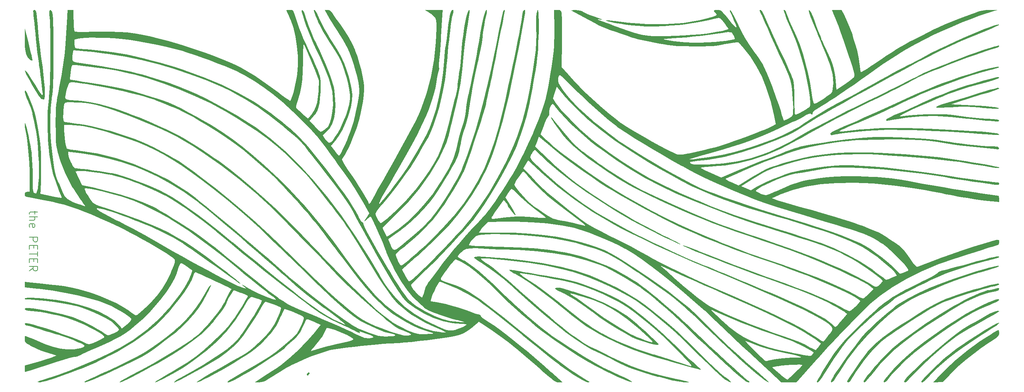
<source format=gbr>
%TF.GenerationSoftware,KiCad,Pcbnew,(6.0.7)*%
%TF.CreationDate,2022-10-26T22:21:45+02:00*%
%TF.ProjectId,the PETER switchplate,74686520-5045-4544-9552-207377697463,rev?*%
%TF.SameCoordinates,Original*%
%TF.FileFunction,Legend,Top*%
%TF.FilePolarity,Positive*%
%FSLAX46Y46*%
G04 Gerber Fmt 4.6, Leading zero omitted, Abs format (unit mm)*
G04 Created by KiCad (PCBNEW (6.0.7)) date 2022-10-26 22:21:45*
%MOMM*%
%LPD*%
G01*
G04 APERTURE LIST*
%ADD10C,0.150000*%
G04 APERTURE END LIST*
D10*
X27416071Y-98886309D02*
X27416071Y-99648214D01*
X28082738Y-99172023D02*
X26368452Y-99172023D01*
X26177976Y-99267261D01*
X26082738Y-99457738D01*
X26082738Y-99648214D01*
X26082738Y-100314880D02*
X28082738Y-100314880D01*
X26082738Y-101172023D02*
X27130357Y-101172023D01*
X27320833Y-101076785D01*
X27416071Y-100886309D01*
X27416071Y-100600595D01*
X27320833Y-100410119D01*
X27225595Y-100314880D01*
X26177976Y-102886309D02*
X26082738Y-102695833D01*
X26082738Y-102314880D01*
X26177976Y-102124404D01*
X26368452Y-102029166D01*
X27130357Y-102029166D01*
X27320833Y-102124404D01*
X27416071Y-102314880D01*
X27416071Y-102695833D01*
X27320833Y-102886309D01*
X27130357Y-102981547D01*
X26939880Y-102981547D01*
X26749404Y-102029166D01*
X26082738Y-105362500D02*
X28082738Y-105362500D01*
X28082738Y-106124404D01*
X27987500Y-106314880D01*
X27892261Y-106410119D01*
X27701785Y-106505357D01*
X27416071Y-106505357D01*
X27225595Y-106410119D01*
X27130357Y-106314880D01*
X27035119Y-106124404D01*
X27035119Y-105362500D01*
X27130357Y-107362500D02*
X27130357Y-108029166D01*
X26082738Y-108314880D02*
X26082738Y-107362500D01*
X28082738Y-107362500D01*
X28082738Y-108314880D01*
X28082738Y-108886309D02*
X28082738Y-110029166D01*
X26082738Y-109457738D02*
X28082738Y-109457738D01*
X27130357Y-110695833D02*
X27130357Y-111362500D01*
X26082738Y-111648214D02*
X26082738Y-110695833D01*
X28082738Y-110695833D01*
X28082738Y-111648214D01*
X26082738Y-113648214D02*
X27035119Y-112981547D01*
X26082738Y-112505357D02*
X28082738Y-112505357D01*
X28082738Y-113267261D01*
X27987500Y-113457738D01*
X27892261Y-113552976D01*
X27701785Y-113648214D01*
X27416071Y-113648214D01*
X27225595Y-113552976D01*
X27130357Y-113457738D01*
X27035119Y-113267261D01*
X27035119Y-112505357D01*
%TO.C,G\u002A\u002A\u002A*%
G36*
X205464397Y-136158280D02*
G01*
X204218829Y-135015574D01*
X202844585Y-133749420D01*
X201442052Y-132446143D01*
X200088102Y-131177969D01*
X199742755Y-130851640D01*
X201873986Y-130851640D01*
X201990355Y-130998810D01*
X202365957Y-131397065D01*
X202935659Y-131981519D01*
X203634322Y-132687286D01*
X204396813Y-133449480D01*
X205157996Y-134203217D01*
X205852733Y-134883609D01*
X206415891Y-135425772D01*
X206782333Y-135764819D01*
X206888392Y-135846794D01*
X207134073Y-135802468D01*
X207749744Y-135682827D01*
X208621234Y-135510169D01*
X209005059Y-135433426D01*
X211099159Y-135132111D01*
X213328866Y-135017321D01*
X213428481Y-135017033D01*
X214563359Y-134997406D01*
X215286490Y-134942444D01*
X215561642Y-134855554D01*
X215545147Y-134818015D01*
X215233804Y-134700741D01*
X214526616Y-134504480D01*
X213510879Y-134251329D01*
X212273891Y-133963382D01*
X211421423Y-133774304D01*
X209131052Y-133251134D01*
X207216565Y-132754628D01*
X205561181Y-132250435D01*
X204048122Y-131704206D01*
X203177599Y-131349453D01*
X202495151Y-131069796D01*
X202011501Y-130889195D01*
X201873986Y-130851640D01*
X199742755Y-130851640D01*
X198859606Y-130017125D01*
X197833433Y-129035838D01*
X197238984Y-128457377D01*
X194657967Y-125968025D01*
X191983658Y-123488349D01*
X191721666Y-123254199D01*
X193519363Y-123254199D01*
X193677709Y-123444568D01*
X194116061Y-123889286D01*
X194779392Y-124534611D01*
X195612675Y-125326800D01*
X196301985Y-125971897D01*
X198036019Y-127503679D01*
X199723709Y-128806659D01*
X201440883Y-129915230D01*
X203263368Y-130863787D01*
X205266990Y-131686726D01*
X207527577Y-132418441D01*
X210120956Y-133093327D01*
X213122953Y-133745780D01*
X213689951Y-133859028D01*
X215210382Y-134158426D01*
X216319461Y-134368829D01*
X217090750Y-134496204D01*
X217597812Y-134546516D01*
X217914210Y-134525731D01*
X218113505Y-134439816D01*
X218269262Y-134294736D01*
X218323697Y-134234836D01*
X218592905Y-133884814D01*
X218662424Y-133730333D01*
X218466505Y-133541659D01*
X217930667Y-133199249D01*
X217148881Y-132753790D01*
X216215114Y-132255975D01*
X215223335Y-131756491D01*
X214267512Y-131306029D01*
X213748347Y-131079523D01*
X212999172Y-130784302D01*
X211898678Y-130374848D01*
X210558063Y-129891370D01*
X209088522Y-129374075D01*
X207896386Y-128963456D01*
X205650362Y-128173737D01*
X203312495Y-127308143D01*
X200992062Y-126410004D01*
X198798337Y-125522647D01*
X196840597Y-124689398D01*
X195228118Y-123953587D01*
X195075736Y-123880078D01*
X194322623Y-123530674D01*
X193769963Y-123305404D01*
X193523433Y-123246764D01*
X193519363Y-123254199D01*
X191721666Y-123254199D01*
X189259399Y-121053598D01*
X186528529Y-118699023D01*
X183834387Y-116459875D01*
X181220314Y-114371402D01*
X178729649Y-112468856D01*
X178427692Y-112250388D01*
X180943873Y-112250388D01*
X182429688Y-113587489D01*
X184742130Y-115649768D01*
X186765083Y-117412395D01*
X188525626Y-118897176D01*
X190050837Y-120125913D01*
X191367792Y-121120410D01*
X192503571Y-121902472D01*
X193485251Y-122493901D01*
X193501774Y-122502988D01*
X195369232Y-123460443D01*
X197637508Y-124509576D01*
X200231335Y-125619799D01*
X203075446Y-126760523D01*
X206094574Y-127901159D01*
X209213451Y-129011121D01*
X211024235Y-129624073D01*
X213216257Y-130386042D01*
X215025103Y-131095203D01*
X216552439Y-131793969D01*
X217704126Y-132410766D01*
X218397686Y-132794536D01*
X218926328Y-133059270D01*
X219150471Y-133141803D01*
X219366803Y-132976853D01*
X219709170Y-132560453D01*
X219872744Y-132328022D01*
X220419795Y-131514241D01*
X218984775Y-130436584D01*
X217676955Y-129527680D01*
X216052129Y-128530561D01*
X214089571Y-127434753D01*
X211768558Y-126229781D01*
X209068365Y-124905168D01*
X205968268Y-123450440D01*
X202447542Y-121855122D01*
X198973579Y-120321680D01*
X196212195Y-119114550D01*
X193836056Y-118073570D01*
X191788201Y-117173329D01*
X190011669Y-116388414D01*
X188449501Y-115693415D01*
X187044734Y-115062920D01*
X185740409Y-114471517D01*
X184479564Y-113893796D01*
X183205239Y-113304344D01*
X182313481Y-112889236D01*
X180943873Y-112250388D01*
X178427692Y-112250388D01*
X176405733Y-110787487D01*
X174291905Y-109362545D01*
X172431506Y-108229280D01*
X172228187Y-108115030D01*
X170877751Y-107413324D01*
X169243855Y-106642137D01*
X167433925Y-105845237D01*
X165555384Y-105066396D01*
X163715659Y-104349383D01*
X162022173Y-103737969D01*
X160582353Y-103275923D01*
X159901716Y-103092635D01*
X156768920Y-102462868D01*
X153270393Y-101985034D01*
X149508340Y-101668482D01*
X145584962Y-101522566D01*
X142792063Y-101527054D01*
X138699252Y-101600000D01*
X137987430Y-102328689D01*
X137438907Y-102926861D01*
X136961509Y-103506628D01*
X136870662Y-103629918D01*
X136465716Y-104202459D01*
X140899892Y-104204607D01*
X145086104Y-104268072D01*
X148888119Y-104461406D01*
X152398991Y-104795429D01*
X155711775Y-105280961D01*
X158919522Y-105928822D01*
X161633519Y-106615351D01*
X163301784Y-107099492D01*
X164894862Y-107607351D01*
X166288802Y-108097002D01*
X167359656Y-108526520D01*
X167570405Y-108623431D01*
X169005845Y-109374174D01*
X170785292Y-110416981D01*
X172902516Y-111747875D01*
X175351288Y-113362879D01*
X178125379Y-115258017D01*
X179862491Y-116471000D01*
X182912659Y-118671702D01*
X185598273Y-120734050D01*
X187992180Y-122718813D01*
X190167225Y-124686760D01*
X192196256Y-126698659D01*
X192488018Y-127003260D01*
X194063224Y-128608613D01*
X195920993Y-130418380D01*
X197977422Y-132355005D01*
X200148609Y-134340928D01*
X202350648Y-136298593D01*
X204499639Y-138150441D01*
X205035764Y-138602028D01*
X205994065Y-139423777D01*
X206767059Y-140123610D01*
X207308511Y-140656662D01*
X207572185Y-140978070D01*
X207562003Y-141053279D01*
X207225955Y-140902988D01*
X206603235Y-140476265D01*
X205736098Y-139809338D01*
X204666801Y-138938431D01*
X203437601Y-137899771D01*
X202090753Y-136729585D01*
X200668515Y-135464098D01*
X199213143Y-134139536D01*
X197766894Y-132792127D01*
X196390712Y-131476230D01*
X194236683Y-129387501D01*
X192363208Y-127577241D01*
X190725794Y-126008439D01*
X189279947Y-124644080D01*
X187981174Y-123447152D01*
X186784983Y-122380641D01*
X185646879Y-121407534D01*
X184522370Y-120490818D01*
X183366962Y-119593480D01*
X182136162Y-118678506D01*
X180785478Y-117708884D01*
X179270414Y-116647600D01*
X177546479Y-115457642D01*
X175569180Y-114101996D01*
X175207987Y-113854687D01*
X173130863Y-112452952D01*
X171330420Y-111293660D01*
X169719228Y-110335153D01*
X168209857Y-109535776D01*
X166714878Y-108853873D01*
X165146862Y-108247786D01*
X163418378Y-107675859D01*
X161441998Y-107096437D01*
X160447205Y-106821812D01*
X157615373Y-106162164D01*
X154385058Y-105607533D01*
X150842483Y-105167243D01*
X147073874Y-104850619D01*
X143165455Y-104666984D01*
X140104657Y-104622073D01*
X138503184Y-104640052D01*
X137308682Y-104711201D01*
X136431306Y-104859533D01*
X135781209Y-105109061D01*
X135268546Y-105483797D01*
X134803471Y-106007755D01*
X134773156Y-106047018D01*
X134352757Y-106629018D01*
X134073267Y-107081595D01*
X134003677Y-107259081D01*
X134244451Y-107343616D01*
X134933826Y-107427656D01*
X136022381Y-107507235D01*
X137460694Y-107578387D01*
X138423775Y-107613839D01*
X141381403Y-107713604D01*
X143900725Y-107805492D01*
X146041269Y-107893527D01*
X147862562Y-107981729D01*
X149424136Y-108074121D01*
X150785517Y-108174725D01*
X152006235Y-108287562D01*
X153145819Y-108416655D01*
X154263798Y-108566025D01*
X155419699Y-108739695D01*
X155668383Y-108778923D01*
X157494381Y-109085425D01*
X158995868Y-109383137D01*
X160342743Y-109713423D01*
X161704908Y-110117650D01*
X163138971Y-110597796D01*
X165022452Y-111260238D01*
X166552759Y-111825772D01*
X167842384Y-112345166D01*
X169003819Y-112869185D01*
X170149556Y-113448599D01*
X171392086Y-114134173D01*
X172843901Y-114976676D01*
X172850736Y-114980698D01*
X174089716Y-115730045D01*
X175235221Y-116472998D01*
X176370324Y-117270560D01*
X177578100Y-118183739D01*
X178941624Y-119273539D01*
X180543970Y-120600966D01*
X180822000Y-120834388D01*
X182295250Y-122090420D01*
X183857937Y-123452958D01*
X185409993Y-124832659D01*
X186851350Y-126140180D01*
X188081944Y-127286179D01*
X188541607Y-127726659D01*
X189540652Y-128687692D01*
X190712090Y-129801205D01*
X192012715Y-131027313D01*
X193399321Y-132326129D01*
X194828702Y-133657769D01*
X196257653Y-134982348D01*
X197642967Y-136259981D01*
X198941439Y-137450781D01*
X200109864Y-138514865D01*
X201105034Y-139412346D01*
X201883745Y-140103340D01*
X202402790Y-140547960D01*
X202578023Y-140684305D01*
X202918282Y-140942021D01*
X202874237Y-141036413D01*
X202661191Y-141048649D01*
X202383995Y-140991484D01*
X202002039Y-140792764D01*
X201472032Y-140419109D01*
X200750685Y-139837143D01*
X199794707Y-139013487D01*
X198560808Y-137914762D01*
X198346819Y-137722131D01*
X197269275Y-136742956D01*
X196022331Y-135596442D01*
X194665367Y-134338432D01*
X193257764Y-133024769D01*
X191858905Y-131711296D01*
X190528171Y-130453855D01*
X189324944Y-129308292D01*
X188308605Y-128330447D01*
X187538535Y-127576165D01*
X187261956Y-127297804D01*
X186352754Y-126407258D01*
X185192837Y-125330581D01*
X183853040Y-124128233D01*
X182404193Y-122860671D01*
X180917130Y-121588354D01*
X179462682Y-120371739D01*
X178111683Y-119271284D01*
X176934963Y-118347448D01*
X176003355Y-117660688D01*
X175838971Y-117547853D01*
X174194625Y-116479438D01*
X172444669Y-115411507D01*
X170685814Y-114398138D01*
X169014771Y-113493412D01*
X167528251Y-112751410D01*
X166322966Y-112226210D01*
X166320941Y-112225429D01*
X162728671Y-110994947D01*
X158962539Y-110018223D01*
X154961553Y-109284543D01*
X150664719Y-108783191D01*
X146011044Y-108503451D01*
X144949538Y-108471001D01*
X143170408Y-108419408D01*
X141377951Y-108356977D01*
X139697055Y-108288811D01*
X138252611Y-108220010D01*
X137169509Y-108155673D01*
X137091259Y-108150075D01*
X135516364Y-108068177D01*
X134329361Y-108098341D01*
X133432631Y-108259819D01*
X132728557Y-108571864D01*
X132119519Y-109053731D01*
X132022500Y-109149770D01*
X131575827Y-109645003D01*
X131305798Y-110025867D01*
X131268811Y-110131453D01*
X131470429Y-110333116D01*
X131999227Y-110670963D01*
X132747935Y-111077589D01*
X132881361Y-111144723D01*
X133795297Y-111691526D01*
X134968376Y-112542419D01*
X136364292Y-113666279D01*
X137946741Y-115031985D01*
X139679416Y-116608412D01*
X141526013Y-118364439D01*
X143014855Y-119831564D01*
X144174588Y-120954073D01*
X145551261Y-122225514D01*
X147074687Y-123586257D01*
X148674680Y-124976672D01*
X150281053Y-126337130D01*
X151823620Y-127608002D01*
X153232192Y-128729659D01*
X154436584Y-129642472D01*
X155170343Y-130158618D01*
X156868477Y-131277700D01*
X158642605Y-132421042D01*
X160428162Y-133549137D01*
X162160586Y-134622482D01*
X163775309Y-135601571D01*
X165207769Y-136446901D01*
X166393399Y-137118965D01*
X167267635Y-137578261D01*
X167399299Y-137641048D01*
X169346281Y-138547737D01*
X170896308Y-139274057D01*
X172088824Y-139840292D01*
X172963273Y-140266726D01*
X173559099Y-140573642D01*
X173915748Y-140781325D01*
X174072663Y-140910059D01*
X174069288Y-140980127D01*
X173952481Y-141010954D01*
X173541363Y-140930128D01*
X172782047Y-140659158D01*
X171746323Y-140231702D01*
X170505978Y-139681419D01*
X169132798Y-139041967D01*
X167698573Y-138347007D01*
X166275090Y-137630196D01*
X164934136Y-136925194D01*
X163747500Y-136265660D01*
X163405608Y-136065863D01*
X160453000Y-134268552D01*
X157654385Y-132475362D01*
X155093817Y-130742225D01*
X152855349Y-129125076D01*
X152057598Y-128514338D01*
X150566252Y-127317887D01*
X148907215Y-125932895D01*
X147175324Y-124442792D01*
X145465411Y-122931012D01*
X143872310Y-121480984D01*
X142490857Y-120176140D01*
X141765739Y-119459957D01*
X139481584Y-117205017D01*
X137440562Y-115309252D01*
X135639435Y-113769958D01*
X134074960Y-112584434D01*
X132743898Y-111749979D01*
X132185312Y-111472620D01*
X130679964Y-110801809D01*
X130095070Y-111405823D01*
X129699799Y-111864977D01*
X129163132Y-112553462D01*
X128564439Y-113361395D01*
X127983088Y-114178894D01*
X127498451Y-114896075D01*
X127189896Y-115403055D01*
X127150035Y-115483059D01*
X127154106Y-115733484D01*
X127435130Y-115991493D01*
X128047382Y-116284568D01*
X129045135Y-116640193D01*
X130070560Y-116961906D01*
X130998016Y-117281818D01*
X131973302Y-117700890D01*
X133025846Y-118239659D01*
X134185073Y-118918665D01*
X135480410Y-119758445D01*
X136941282Y-120779540D01*
X138597116Y-122002487D01*
X140477339Y-123447825D01*
X142611376Y-125136092D01*
X145028654Y-127087828D01*
X147631505Y-129218947D01*
X150700923Y-131709658D01*
X153582965Y-133976507D01*
X156252694Y-136001082D01*
X158685175Y-137764968D01*
X160855472Y-139249751D01*
X162738651Y-140437019D01*
X163149220Y-140678014D01*
X163761520Y-141031438D01*
X163186525Y-141042359D01*
X162699919Y-140910523D01*
X161900392Y-140523152D01*
X160837433Y-139910323D01*
X159560533Y-139102113D01*
X158119184Y-138128597D01*
X156562876Y-137019853D01*
X156539951Y-137003108D01*
X155934224Y-136543522D01*
X155023671Y-135829671D01*
X153856871Y-134900689D01*
X152482401Y-133795709D01*
X150948839Y-132553863D01*
X149304763Y-131214285D01*
X147598750Y-129816109D01*
X146703677Y-129079223D01*
X144952318Y-127645206D01*
X143206851Y-126234863D01*
X141520871Y-124890199D01*
X139947977Y-123653216D01*
X138541765Y-122565919D01*
X137355833Y-121670311D01*
X136443778Y-121008395D01*
X136134785Y-120796500D01*
X133688531Y-119317346D01*
X131018357Y-117964947D01*
X128335176Y-116843880D01*
X127714760Y-116621573D01*
X126779765Y-116298298D01*
X126248512Y-117168927D01*
X125889292Y-117821125D01*
X125512499Y-118606627D01*
X125159480Y-119423924D01*
X124871585Y-120171510D01*
X124690161Y-120747876D01*
X124656556Y-121051514D01*
X124662520Y-121062442D01*
X124954823Y-121172259D01*
X125577904Y-121285186D01*
X126037049Y-121340078D01*
X126985745Y-121493072D01*
X128252625Y-121779193D01*
X129701933Y-122160265D01*
X131197915Y-122598111D01*
X132604813Y-123054554D01*
X133786871Y-123491418D01*
X133997592Y-123578695D01*
X134889219Y-123926088D01*
X135726714Y-124200480D01*
X136213194Y-124319378D01*
X136811631Y-124520749D01*
X136991912Y-124788831D01*
X137186225Y-125041176D01*
X137718885Y-125469503D01*
X138514478Y-126018036D01*
X139419853Y-126584528D01*
X140379841Y-127211818D01*
X141625881Y-128106662D01*
X143108376Y-129228993D01*
X144777729Y-130538740D01*
X146584341Y-131995834D01*
X148478614Y-133560206D01*
X150410953Y-135191786D01*
X152331758Y-136850506D01*
X154191432Y-138496295D01*
X154433731Y-138714068D01*
X157037990Y-141059283D01*
X156119708Y-141056281D01*
X155818547Y-141039907D01*
X155521444Y-140969471D01*
X155180393Y-140809872D01*
X154747387Y-140526009D01*
X154174417Y-140082779D01*
X153413477Y-139445082D01*
X152416558Y-138577816D01*
X151135653Y-137445879D01*
X150918984Y-137253689D01*
X148278045Y-134947762D01*
X145870161Y-132927848D01*
X143632294Y-131145144D01*
X141501405Y-129550850D01*
X139414458Y-128096161D01*
X137412870Y-126797644D01*
X136464221Y-126202982D01*
X134798165Y-127579079D01*
X134063627Y-128156613D01*
X133349245Y-128635782D01*
X132591100Y-129034292D01*
X131725273Y-129369853D01*
X130687845Y-129660172D01*
X129414897Y-129922958D01*
X127842512Y-130175920D01*
X125906769Y-130436764D01*
X123543751Y-130723200D01*
X123380028Y-130742402D01*
X121558184Y-130947529D01*
X119797825Y-131130550D01*
X118191169Y-131283033D01*
X116830429Y-131396545D01*
X115807822Y-131462654D01*
X115355312Y-131476230D01*
X114397921Y-131508470D01*
X113055381Y-131598218D01*
X111423960Y-131735020D01*
X109599927Y-131908420D01*
X107679550Y-132107961D01*
X105759100Y-132323187D01*
X103934845Y-132543643D01*
X102303053Y-132758873D01*
X100959994Y-132958421D01*
X100001936Y-133131831D01*
X99895810Y-133155303D01*
X98626846Y-133505919D01*
X97065141Y-134028734D01*
X95338807Y-134673284D01*
X93575954Y-135389107D01*
X91904693Y-136125738D01*
X90453136Y-136832716D01*
X90143809Y-136996631D01*
X89158822Y-137551863D01*
X87959429Y-138261320D01*
X86720959Y-139019980D01*
X85929112Y-139521216D01*
X84883225Y-140182638D01*
X84123293Y-140622843D01*
X83550971Y-140885473D01*
X83067916Y-141014173D01*
X82575785Y-141052585D01*
X82476840Y-141053279D01*
X81404034Y-141053279D01*
X83735718Y-139569581D01*
X85408145Y-138490579D01*
X86768584Y-137574903D01*
X87916290Y-136751006D01*
X88950520Y-135947340D01*
X89970532Y-135092359D01*
X90086727Y-134991585D01*
X91577165Y-133629828D01*
X91860865Y-133350000D01*
X95228120Y-133350000D01*
X95503472Y-133281975D01*
X96113190Y-133103445D01*
X96926497Y-132852732D01*
X96944533Y-132847059D01*
X97807031Y-132597924D01*
X98999211Y-132283561D01*
X100368545Y-131942889D01*
X101762507Y-131614826D01*
X101866389Y-131591227D01*
X103398300Y-131242679D01*
X104496146Y-130978076D01*
X105205781Y-130770063D01*
X105573059Y-130591285D01*
X105643833Y-130414387D01*
X105463956Y-130212013D01*
X105079282Y-129956808D01*
X104845686Y-129813834D01*
X104042994Y-129377956D01*
X103065478Y-128928814D01*
X102013505Y-128502257D01*
X100987438Y-128134132D01*
X100087643Y-127860289D01*
X99414486Y-127716575D01*
X99068330Y-127738840D01*
X99059367Y-127747073D01*
X98934348Y-127975873D01*
X98702746Y-128465020D01*
X98545813Y-128813308D01*
X98301510Y-129325865D01*
X98020642Y-129807786D01*
X97642308Y-130343164D01*
X97105607Y-131016093D01*
X96349639Y-131910665D01*
X96051910Y-132256967D01*
X95589682Y-132812463D01*
X95293776Y-133205967D01*
X95228120Y-133350000D01*
X91860865Y-133350000D01*
X93142581Y-132085779D01*
X94667186Y-130480641D01*
X96035187Y-128935620D01*
X96960905Y-127795938D01*
X97629817Y-126926303D01*
X95984509Y-126170186D01*
X95174596Y-125829066D01*
X94532632Y-125616252D01*
X94178263Y-125570168D01*
X94154362Y-125582445D01*
X93984946Y-125853301D01*
X93718804Y-126401170D01*
X93414958Y-127104099D01*
X92577778Y-128740569D01*
X91526293Y-130134179D01*
X90438647Y-131117108D01*
X89728400Y-131691052D01*
X89073275Y-132310559D01*
X88912243Y-132486396D01*
X88441529Y-132915987D01*
X87615243Y-133545492D01*
X86488057Y-134338730D01*
X85114644Y-135259520D01*
X83549676Y-136271681D01*
X81847825Y-137339032D01*
X80063763Y-138425392D01*
X78845834Y-139148125D01*
X77406770Y-139971352D01*
X76309137Y-140548491D01*
X75511237Y-140899496D01*
X74971370Y-141044318D01*
X74869514Y-141050657D01*
X74692102Y-141016597D01*
X74723989Y-140896405D01*
X75001577Y-140665936D01*
X75561267Y-140301045D01*
X76439461Y-139777586D01*
X77672559Y-139071414D01*
X78867506Y-138398771D01*
X81303707Y-137008161D01*
X83372003Y-135767951D01*
X85143046Y-134631203D01*
X86687491Y-133550979D01*
X88075989Y-132480342D01*
X89182629Y-131546068D01*
X90328855Y-130514736D01*
X91181492Y-129672427D01*
X91814095Y-128926806D01*
X92300215Y-128185537D01*
X92713405Y-127356287D01*
X92932307Y-126838890D01*
X93261163Y-126006795D01*
X93433086Y-125476510D01*
X93460576Y-125158288D01*
X93356134Y-124962383D01*
X93209498Y-124848827D01*
X92675327Y-124551843D01*
X91910837Y-124195333D01*
X91031774Y-123824577D01*
X90153883Y-123484855D01*
X89392908Y-123221446D01*
X88864594Y-123079630D01*
X88690101Y-123080834D01*
X88531040Y-123345848D01*
X88263173Y-123901809D01*
X87935673Y-124644778D01*
X87820922Y-124918033D01*
X87301339Y-126104268D01*
X86788110Y-127093465D01*
X86207296Y-127991244D01*
X85484961Y-128903227D01*
X84547169Y-129935035D01*
X83691465Y-130817082D01*
X82594532Y-131892555D01*
X81585278Y-132783341D01*
X80524034Y-133599395D01*
X79271128Y-134450670D01*
X78263897Y-135089876D01*
X76565588Y-136131004D01*
X74857989Y-137145675D01*
X73195540Y-138104311D01*
X71632677Y-138977329D01*
X70223839Y-139735149D01*
X69023465Y-140348191D01*
X68085990Y-140786874D01*
X67465854Y-141021617D01*
X67289343Y-141053279D01*
X67244141Y-140969572D01*
X67546646Y-140712206D01*
X68211774Y-140271811D01*
X69254440Y-139639017D01*
X70689561Y-138804455D01*
X72532050Y-137758755D01*
X72549535Y-137748915D01*
X74119457Y-136863005D01*
X75599017Y-136023455D01*
X76924530Y-135266762D01*
X78032312Y-134629422D01*
X78858679Y-134147930D01*
X79339945Y-133858782D01*
X79361316Y-133845253D01*
X80177377Y-133249190D01*
X81177464Y-132405114D01*
X82271058Y-131401745D01*
X83367636Y-130327807D01*
X84376679Y-129272021D01*
X85207664Y-128323109D01*
X85770071Y-127569793D01*
X85779918Y-127554216D01*
X86224149Y-126785513D01*
X86684260Y-125886848D01*
X87120390Y-124950346D01*
X87492675Y-124068130D01*
X87761255Y-123332323D01*
X87886267Y-122835049D01*
X87880584Y-122699456D01*
X87630313Y-122534066D01*
X87050736Y-122272746D01*
X86278572Y-121966448D01*
X85450540Y-121666124D01*
X84703359Y-121422726D01*
X84173746Y-121287205D01*
X84057251Y-121274590D01*
X83831708Y-121452108D01*
X83484688Y-121923108D01*
X83082060Y-122595266D01*
X82980381Y-122784017D01*
X82374744Y-123853908D01*
X81540283Y-125208839D01*
X80518536Y-126784149D01*
X79351039Y-128515176D01*
X78634831Y-129548811D01*
X77531982Y-130911076D01*
X76112220Y-132342464D01*
X74504218Y-133726096D01*
X72836652Y-134945093D01*
X72349820Y-135257613D01*
X71095364Y-136018965D01*
X69711723Y-136831458D01*
X68262789Y-137660385D01*
X66812455Y-138471035D01*
X65424613Y-139228698D01*
X64163154Y-139898666D01*
X63091971Y-140446229D01*
X62274956Y-140836678D01*
X61776001Y-141035304D01*
X61681308Y-141053279D01*
X61646116Y-140952260D01*
X61994313Y-140670939D01*
X62681275Y-140241916D01*
X63177490Y-139960246D01*
X66200534Y-138262083D01*
X68814925Y-136732789D01*
X71053916Y-135349192D01*
X72950762Y-134088117D01*
X74538716Y-132926392D01*
X75851033Y-131840844D01*
X76920965Y-130808298D01*
X77781767Y-129805582D01*
X77818765Y-129757321D01*
X78413922Y-128939424D01*
X79101176Y-127934583D01*
X79841022Y-126807373D01*
X80593955Y-125622371D01*
X81320471Y-124444151D01*
X81981064Y-123337289D01*
X82536230Y-122366361D01*
X82946465Y-121595942D01*
X83172262Y-121090608D01*
X83203677Y-120955005D01*
X82994136Y-120822917D01*
X82470304Y-120612251D01*
X81789363Y-120378603D01*
X81108495Y-120177570D01*
X80786897Y-120100183D01*
X80550857Y-120080403D01*
X80327776Y-120163799D01*
X80075190Y-120402896D01*
X79750635Y-120850219D01*
X79311645Y-121558293D01*
X78715758Y-122579643D01*
X78551788Y-122864838D01*
X76736973Y-125725029D01*
X74679497Y-128379197D01*
X72323767Y-130883612D01*
X69614189Y-133294544D01*
X66495169Y-135668263D01*
X64651716Y-136934048D01*
X63633233Y-137583760D01*
X62471509Y-138280477D01*
X61246234Y-138981383D01*
X60037095Y-139643661D01*
X58923781Y-140224493D01*
X57985981Y-140681062D01*
X57303382Y-140970552D01*
X56985289Y-141053279D01*
X57022780Y-140946181D01*
X57421427Y-140649360D01*
X58124420Y-140199524D01*
X59074951Y-139633381D01*
X59972660Y-139122938D01*
X61312819Y-138359237D01*
X62674232Y-137556181D01*
X63928925Y-136791048D01*
X64948922Y-136141113D01*
X65286527Y-135914213D01*
X66944487Y-134698256D01*
X68698423Y-133282283D01*
X70465964Y-131743022D01*
X72164741Y-130157200D01*
X73712384Y-128601544D01*
X75026522Y-127152782D01*
X75973830Y-125959017D01*
X76509726Y-125186908D01*
X77117762Y-124267272D01*
X77752109Y-123274873D01*
X78366935Y-122284477D01*
X78916411Y-121370848D01*
X79354706Y-120608751D01*
X79635989Y-120072950D01*
X79717402Y-119851995D01*
X79506017Y-119687609D01*
X78946662Y-119417103D01*
X78151538Y-119093622D01*
X77983147Y-119030586D01*
X76248893Y-118390157D01*
X75488359Y-119564140D01*
X75028744Y-120344458D01*
X74640326Y-121126812D01*
X74462852Y-121578897D01*
X74344092Y-121914008D01*
X74182586Y-122256185D01*
X73939237Y-122661794D01*
X73574949Y-123187201D01*
X73050624Y-123888774D01*
X72327164Y-124822878D01*
X71365474Y-126045881D01*
X71357087Y-126056510D01*
X69941129Y-127664948D01*
X68210527Y-129289714D01*
X66136117Y-130952058D01*
X63688737Y-132673232D01*
X60839224Y-134474487D01*
X57558414Y-136377073D01*
X56060539Y-137202951D01*
X54081192Y-138276369D01*
X52473933Y-139139043D01*
X51196900Y-139811754D01*
X50208229Y-140315286D01*
X49466057Y-140670421D01*
X48928521Y-140897940D01*
X48553758Y-141018627D01*
X48304553Y-141053279D01*
X48267738Y-140955039D01*
X48642589Y-140670684D01*
X49405040Y-140215763D01*
X50531025Y-139605823D01*
X50605261Y-139566916D01*
X53557790Y-137998069D01*
X56345509Y-136469637D01*
X58923202Y-135008252D01*
X61245658Y-133640547D01*
X63267661Y-132393154D01*
X64944000Y-131292703D01*
X66229460Y-130365826D01*
X66239740Y-130357871D01*
X67427209Y-129353310D01*
X68698929Y-128131804D01*
X69984311Y-126775142D01*
X71212766Y-125365109D01*
X72313706Y-123983493D01*
X73216542Y-122712081D01*
X73850685Y-121632661D01*
X73948358Y-121426325D01*
X74374567Y-120541185D01*
X74868338Y-119612197D01*
X75125762Y-119167508D01*
X75459459Y-118587766D01*
X75659514Y-118182229D01*
X75687576Y-118057866D01*
X75429224Y-117927001D01*
X74820207Y-117634010D01*
X73941137Y-117216632D01*
X72872621Y-116712603D01*
X71695268Y-116159661D01*
X70489690Y-115595544D01*
X69336494Y-115057989D01*
X68316290Y-114584733D01*
X67509687Y-114213514D01*
X66997295Y-113982069D01*
X66855432Y-113923078D01*
X66694275Y-114080425D01*
X66488236Y-114524607D01*
X66386797Y-114820492D01*
X65921212Y-115945634D01*
X65156160Y-117321772D01*
X64129289Y-118893401D01*
X62878248Y-120605014D01*
X61440685Y-122401105D01*
X60495183Y-123506600D01*
X59333448Y-124812757D01*
X58355415Y-125858472D01*
X57469169Y-126730126D01*
X56582798Y-127514099D01*
X55604388Y-128296770D01*
X54590603Y-129055726D01*
X52995097Y-130212237D01*
X51635311Y-131157852D01*
X50386945Y-131969393D01*
X49125699Y-132723683D01*
X47727270Y-133497542D01*
X46067360Y-134367795D01*
X45641273Y-134586719D01*
X44368143Y-135235387D01*
X43281391Y-135775901D01*
X42296021Y-136244065D01*
X41327036Y-136675678D01*
X40289442Y-137106543D01*
X39098243Y-137572461D01*
X37668442Y-138109233D01*
X35915045Y-138752661D01*
X34710121Y-139191074D01*
X32823583Y-139865652D01*
X31334240Y-140372345D01*
X30191927Y-140726272D01*
X29346477Y-140942552D01*
X28747726Y-141036305D01*
X28565907Y-141042884D01*
X28129362Y-141029070D01*
X27975665Y-140981736D01*
X28150159Y-140874808D01*
X28698186Y-140682210D01*
X29665088Y-140377869D01*
X29788971Y-140339540D01*
X32764975Y-139351952D01*
X35954505Y-138173483D01*
X39219630Y-136861802D01*
X42422420Y-135474576D01*
X45424943Y-134069475D01*
X48089271Y-132704165D01*
X48216422Y-132635098D01*
X51656937Y-130535853D01*
X54935495Y-128095059D01*
X57979486Y-125380804D01*
X60716302Y-122461178D01*
X63073336Y-119404269D01*
X64216300Y-117631148D01*
X64743964Y-116695451D01*
X65239852Y-115723758D01*
X65611766Y-114898636D01*
X65664873Y-114762707D01*
X66116602Y-113559839D01*
X64886120Y-112638020D01*
X64213587Y-112164922D01*
X63658080Y-111829098D01*
X63353961Y-111706871D01*
X63110181Y-111882512D01*
X62863478Y-112333466D01*
X62793667Y-112530328D01*
X62548951Y-113318128D01*
X62294652Y-114136466D01*
X62269135Y-114218556D01*
X61716169Y-115566212D01*
X60850978Y-117126431D01*
X59728005Y-118829985D01*
X58401688Y-120607646D01*
X56926468Y-122390183D01*
X55356785Y-124108367D01*
X53747080Y-125692970D01*
X52172146Y-127058443D01*
X50854320Y-128088796D01*
X49650845Y-128957223D01*
X48461680Y-129721042D01*
X47186780Y-130437572D01*
X45726104Y-131164132D01*
X43979607Y-131958039D01*
X42508010Y-132595403D01*
X41239546Y-133145391D01*
X40106025Y-133651611D01*
X39191577Y-134075344D01*
X38580331Y-134377868D01*
X38379578Y-134495513D01*
X37802904Y-134747988D01*
X37364461Y-134811769D01*
X37051344Y-134836985D01*
X36614119Y-134918626D01*
X36002254Y-135071534D01*
X35165219Y-135310553D01*
X34052481Y-135650525D01*
X32613511Y-136106291D01*
X30797776Y-136692696D01*
X29309374Y-137177797D01*
X27962400Y-137616511D01*
X26784626Y-137997488D01*
X25850703Y-138296796D01*
X25235280Y-138490504D01*
X25013786Y-138554918D01*
X24962789Y-138370223D01*
X24934877Y-137910002D01*
X24933089Y-137739375D01*
X24933089Y-136923831D01*
X27983579Y-136064612D01*
X29223697Y-135704551D01*
X30368114Y-135352875D01*
X31292376Y-135049068D01*
X31872028Y-134832616D01*
X31885592Y-134826642D01*
X32737115Y-134447891D01*
X31387553Y-134078353D01*
X28961991Y-133249807D01*
X26428888Y-132070567D01*
X26240441Y-131970832D01*
X25517747Y-131564091D01*
X25125702Y-131248945D01*
X24964191Y-130907998D01*
X24933089Y-130437832D01*
X24961033Y-129915140D01*
X25030857Y-129624012D01*
X25059315Y-129602459D01*
X25315100Y-129694039D01*
X25923123Y-129944212D01*
X26795853Y-130316128D01*
X27845759Y-130772939D01*
X27985296Y-130834262D01*
X30146965Y-131722806D01*
X32030597Y-132353528D01*
X33725304Y-132749958D01*
X35320198Y-132935624D01*
X36023392Y-132956658D01*
X37032851Y-132906663D01*
X38018666Y-132767008D01*
X38859684Y-132566030D01*
X39434749Y-132332067D01*
X39624800Y-132114308D01*
X39408767Y-131888114D01*
X38823542Y-131545749D01*
X37961681Y-131127086D01*
X36915740Y-130671995D01*
X35778273Y-130220347D01*
X34641836Y-129812013D01*
X33598984Y-129486865D01*
X33399755Y-129432679D01*
X32507813Y-129183074D01*
X31316467Y-128829570D01*
X29989381Y-128421553D01*
X28834658Y-128055148D01*
X27688809Y-127693544D01*
X26694677Y-127395173D01*
X25952948Y-127189188D01*
X25564312Y-127104741D01*
X25549844Y-127104099D01*
X25167746Y-126979644D01*
X24964388Y-126720477D01*
X25023124Y-126543031D01*
X25321677Y-126501623D01*
X25966839Y-126602914D01*
X26980447Y-126852773D01*
X28384335Y-127257069D01*
X30200340Y-127821670D01*
X32229740Y-128479808D01*
X33801828Y-129010851D01*
X35330135Y-129552379D01*
X36710619Y-130065649D01*
X37839239Y-130511918D01*
X38611953Y-130852443D01*
X38644136Y-130868372D01*
X39492626Y-131263380D01*
X40225223Y-131553188D01*
X40699675Y-131682326D01*
X40736872Y-131684426D01*
X41162713Y-131585221D01*
X41859508Y-131330267D01*
X42682973Y-130983556D01*
X43488821Y-130609083D01*
X44132769Y-130270839D01*
X44470531Y-130032818D01*
X44475701Y-130026193D01*
X44444712Y-129788970D01*
X44069376Y-129421850D01*
X43322813Y-128905057D01*
X42178140Y-128218813D01*
X41488536Y-127828523D01*
X39538265Y-126829374D01*
X37492157Y-125974179D01*
X35178265Y-125193654D01*
X34309523Y-124935724D01*
X33030365Y-124600488D01*
X31581309Y-124274745D01*
X30097295Y-123983539D01*
X28713260Y-123751918D01*
X27564141Y-123604924D01*
X26925245Y-123565173D01*
X25842795Y-123492389D01*
X25165558Y-123299343D01*
X24933089Y-122999538D01*
X25165307Y-122824765D01*
X25849581Y-122784443D01*
X26967337Y-122876785D01*
X28500002Y-123100007D01*
X30429005Y-123452322D01*
X31154822Y-123597721D01*
X34222000Y-124305430D01*
X36900831Y-125108684D01*
X39296452Y-126046826D01*
X41513997Y-127159197D01*
X42917926Y-127999529D01*
X43806962Y-128561692D01*
X44565704Y-129034930D01*
X45095672Y-129358187D01*
X45276659Y-129461957D01*
X45612114Y-129433310D01*
X46201312Y-129233558D01*
X46893176Y-128932653D01*
X47536629Y-128600545D01*
X47980593Y-128307185D01*
X48091912Y-128158462D01*
X47923989Y-127815276D01*
X47487447Y-127292825D01*
X46883127Y-126691072D01*
X46211870Y-126109983D01*
X45574515Y-125649520D01*
X45538555Y-125627302D01*
X44630733Y-125132932D01*
X43404395Y-124546613D01*
X41993599Y-123924445D01*
X40532404Y-123322528D01*
X39154869Y-122796964D01*
X37995051Y-122403853D01*
X37508579Y-122266922D01*
X35947581Y-121927399D01*
X34056980Y-121593097D01*
X31980218Y-121282716D01*
X29860739Y-121014958D01*
X27841986Y-120808522D01*
X26067405Y-120682111D01*
X25119853Y-120651781D01*
X24942309Y-120486750D01*
X24933089Y-120413391D01*
X25166027Y-120319637D01*
X25809596Y-120278220D01*
X26780924Y-120285396D01*
X27997138Y-120337421D01*
X29375368Y-120430551D01*
X30832742Y-120561043D01*
X32286389Y-120725152D01*
X32531148Y-120756645D01*
X35402574Y-121237207D01*
X38164657Y-121899159D01*
X40755159Y-122716772D01*
X43111842Y-123664320D01*
X45172467Y-124716074D01*
X46874794Y-125846307D01*
X48156586Y-127029291D01*
X48390154Y-127312295D01*
X48793783Y-127832787D01*
X50041073Y-126816431D01*
X50678149Y-126243624D01*
X51071915Y-125778406D01*
X51156935Y-125513724D01*
X50851400Y-125179223D01*
X50213386Y-124686266D01*
X49335890Y-124092827D01*
X48311913Y-123456880D01*
X47234452Y-122836397D01*
X46196507Y-122289353D01*
X45370875Y-121906822D01*
X43278261Y-121132999D01*
X40774124Y-120386577D01*
X37944888Y-119686951D01*
X34876979Y-119053519D01*
X31656821Y-118505676D01*
X28370837Y-118062818D01*
X28108088Y-118032549D01*
X24933089Y-117671516D01*
X24933089Y-116353319D01*
X26613971Y-116517005D01*
X29144180Y-116767297D01*
X31253533Y-116988421D01*
X33016619Y-117193675D01*
X34508023Y-117396355D01*
X35802334Y-117609760D01*
X36974138Y-117847186D01*
X38098023Y-118121930D01*
X39248576Y-118447289D01*
X40500384Y-118836561D01*
X41559695Y-119181465D01*
X43579344Y-119907656D01*
X45578886Y-120738819D01*
X47454522Y-121624627D01*
X49102455Y-122514754D01*
X50418885Y-123358874D01*
X50839681Y-123680785D01*
X51470844Y-124162920D01*
X51990280Y-124497528D01*
X52257419Y-124605738D01*
X52540384Y-124453440D01*
X53066316Y-124038887D01*
X53767985Y-123425592D01*
X54578162Y-122677067D01*
X55429617Y-121856822D01*
X56255121Y-121028371D01*
X56987444Y-120255225D01*
X57559356Y-119600897D01*
X57573271Y-119583841D01*
X58751359Y-117986892D01*
X59793538Y-116236142D01*
X60764844Y-114218453D01*
X61070662Y-113499511D01*
X61511395Y-112378117D01*
X61762694Y-111588846D01*
X61837528Y-111083364D01*
X61780669Y-110853317D01*
X61439386Y-110528662D01*
X60737249Y-110017803D01*
X59734928Y-109356308D01*
X58493092Y-108579744D01*
X57072410Y-107723678D01*
X55533553Y-106823678D01*
X53937189Y-105915312D01*
X52343989Y-105034146D01*
X50814622Y-104215750D01*
X49409757Y-103495689D01*
X48381807Y-102998234D01*
X45683434Y-101746676D01*
X43347591Y-100684971D01*
X41308591Y-99790358D01*
X39500743Y-99040074D01*
X37858358Y-98411359D01*
X36315747Y-97881451D01*
X34807221Y-97427588D01*
X33267089Y-97027009D01*
X31629664Y-96656952D01*
X29829255Y-96294655D01*
X28108089Y-95973322D01*
X26815993Y-95735135D01*
X25932805Y-95556593D01*
X25380733Y-95408992D01*
X25081986Y-95263626D01*
X24958772Y-95091789D01*
X24933301Y-94864778D01*
X24933089Y-94801736D01*
X25008947Y-94370225D01*
X25324827Y-94219168D01*
X25555638Y-94209017D01*
X26178187Y-94209017D01*
X26178187Y-90968932D01*
X26148954Y-89059911D01*
X26066243Y-87084102D01*
X25937534Y-85133164D01*
X25770305Y-83298756D01*
X25572036Y-81672536D01*
X25350207Y-80346163D01*
X25287312Y-80051640D01*
X25112044Y-79136138D01*
X24993220Y-78238130D01*
X24956586Y-77553279D01*
X25001875Y-77315521D01*
X25107633Y-77434582D01*
X25261273Y-77855394D01*
X25450206Y-78522884D01*
X25661846Y-79381985D01*
X25883605Y-80377627D01*
X26102895Y-81454738D01*
X26307128Y-82558251D01*
X26483717Y-83633094D01*
X26620075Y-84624198D01*
X26664789Y-85026545D01*
X26760012Y-86205465D01*
X26839624Y-87639675D01*
X26896590Y-89168134D01*
X26923878Y-90629801D01*
X26925245Y-90989926D01*
X26931334Y-92272014D01*
X26954024Y-93196883D01*
X26999947Y-93823628D01*
X27075736Y-94211341D01*
X27188025Y-94419115D01*
X27319141Y-94499037D01*
X27701208Y-94608844D01*
X27791618Y-94625410D01*
X27870903Y-94438029D01*
X28001246Y-93948295D01*
X28144780Y-93307127D01*
X28307145Y-92164699D01*
X28400991Y-90691604D01*
X28430060Y-88969157D01*
X28398092Y-87078679D01*
X28308830Y-85101487D01*
X28166013Y-83118901D01*
X27973384Y-81212239D01*
X27734683Y-79462819D01*
X27453652Y-77951959D01*
X27434376Y-77865574D01*
X27214033Y-76865614D01*
X27013178Y-75911654D01*
X26861689Y-75147465D01*
X26812116Y-74871443D01*
X26656033Y-74272260D01*
X26364584Y-73426755D01*
X25988022Y-72474998D01*
X25781203Y-71997860D01*
X25411645Y-71101377D01*
X25135833Y-70293361D01*
X24990241Y-69688683D01*
X24980058Y-69474777D01*
X25051124Y-69283791D01*
X25193796Y-69374298D01*
X25434656Y-69782663D01*
X25800287Y-70545249D01*
X25863146Y-70682787D01*
X26430937Y-71993653D01*
X26900818Y-73240963D01*
X27299037Y-74519158D01*
X27651843Y-75922682D01*
X27985485Y-77545978D01*
X28326211Y-79483488D01*
X28351323Y-79635246D01*
X28585260Y-81109623D01*
X28756605Y-82360062D01*
X28873581Y-83502242D01*
X28944412Y-84651845D01*
X28977322Y-85924553D01*
X28980534Y-87436046D01*
X28972946Y-88379508D01*
X28956006Y-89787416D01*
X28935457Y-91101438D01*
X28912818Y-92248336D01*
X28889605Y-93154873D01*
X28867336Y-93747810D01*
X28858963Y-93881636D01*
X28792892Y-94699337D01*
X31487080Y-95266449D01*
X32662855Y-95507233D01*
X33431494Y-95643058D01*
X33865712Y-95680465D01*
X34038222Y-95625999D01*
X34025837Y-95494917D01*
X33468440Y-94200926D01*
X32907996Y-92760576D01*
X32387151Y-91295893D01*
X31948555Y-89928907D01*
X31634856Y-88781645D01*
X31558659Y-88435663D01*
X31009061Y-85057089D01*
X30658803Y-81503560D01*
X30512736Y-77907609D01*
X30575712Y-74401773D01*
X30852580Y-71118586D01*
X30908884Y-70682787D01*
X30984909Y-69893809D01*
X31052552Y-68752503D01*
X31111220Y-67322882D01*
X31160322Y-65668959D01*
X31199267Y-63854750D01*
X31227462Y-61944268D01*
X31244317Y-60001526D01*
X31249238Y-58090538D01*
X31241636Y-56275319D01*
X31220917Y-54619882D01*
X31186490Y-53188241D01*
X31137764Y-52044410D01*
X31087376Y-51372541D01*
X31005288Y-50455304D01*
X30989257Y-49878514D01*
X31045678Y-49569224D01*
X31180947Y-49454487D01*
X31256223Y-49446722D01*
X31434750Y-49515047D01*
X31584935Y-49739819D01*
X31708928Y-50150728D01*
X31808875Y-50777465D01*
X31886928Y-51649721D01*
X31945233Y-52797188D01*
X31985941Y-54249555D01*
X32011200Y-56036515D01*
X32023158Y-58187758D01*
X32024687Y-60064754D01*
X32019173Y-62320397D01*
X32004338Y-64215801D01*
X31977855Y-65807079D01*
X31937397Y-67150343D01*
X31880639Y-68301708D01*
X31805252Y-69317286D01*
X31708911Y-70253191D01*
X31589287Y-71165535D01*
X31554540Y-71402757D01*
X31309874Y-73699631D01*
X31205149Y-76297385D01*
X31238084Y-79097842D01*
X31406401Y-82002829D01*
X31707821Y-84914168D01*
X31900159Y-86291929D01*
X32113703Y-87686052D01*
X32284414Y-88745836D01*
X32432173Y-89550024D01*
X32576860Y-90177356D01*
X32738353Y-90706574D01*
X32936532Y-91216418D01*
X33191277Y-91785630D01*
X33399614Y-92231148D01*
X33784045Y-93085218D01*
X34129882Y-93914535D01*
X34358880Y-94529957D01*
X34800264Y-95364135D01*
X35569293Y-96071050D01*
X36728162Y-96696802D01*
X37872698Y-97134518D01*
X38730998Y-97423528D01*
X39388885Y-97639365D01*
X39729992Y-97744013D01*
X39751669Y-97748361D01*
X39664567Y-97583487D01*
X39369500Y-97139843D01*
X38918328Y-96493901D01*
X38586830Y-96030738D01*
X36904946Y-93448880D01*
X39625442Y-93448880D01*
X39747423Y-93844967D01*
X40064706Y-94475133D01*
X40504895Y-95222329D01*
X40995589Y-95969509D01*
X41464391Y-96599624D01*
X41798162Y-96961565D01*
X42479209Y-97377481D01*
X43551743Y-97804693D01*
X44458520Y-98081338D01*
X45544063Y-98409559D01*
X47005037Y-98896974D01*
X48770594Y-99517935D01*
X50769885Y-100246795D01*
X52932063Y-101057905D01*
X55186280Y-101925617D01*
X56468795Y-102429215D01*
X58206287Y-103188672D01*
X60177015Y-104172427D01*
X62258314Y-105313500D01*
X64327516Y-106544911D01*
X66086762Y-107680922D01*
X66961812Y-108287446D01*
X68035498Y-109057308D01*
X69253933Y-109949348D01*
X70563227Y-110922409D01*
X71909493Y-111935331D01*
X73238842Y-112946956D01*
X74497386Y-113916125D01*
X75631236Y-114801680D01*
X76586505Y-115562462D01*
X77309303Y-116157312D01*
X77745743Y-116545073D01*
X77849734Y-116665194D01*
X77815881Y-116782423D01*
X77485302Y-116597660D01*
X77305374Y-116463872D01*
X76735413Y-116037528D01*
X75846346Y-115390496D01*
X74702279Y-114568045D01*
X73367319Y-113615444D01*
X71905570Y-112577963D01*
X70381141Y-111500871D01*
X68858137Y-110429436D01*
X67400664Y-109408929D01*
X66072828Y-108484618D01*
X64938736Y-107701772D01*
X64062493Y-107105662D01*
X63885478Y-106987286D01*
X61533030Y-105544902D01*
X58864619Y-104118440D01*
X56054910Y-102795397D01*
X53278566Y-101663270D01*
X53196814Y-101632873D01*
X51915636Y-101154571D01*
X50558138Y-100642292D01*
X49336804Y-100176424D01*
X48838971Y-99984217D01*
X47723597Y-99576140D01*
X46526526Y-99179794D01*
X45343065Y-98821700D01*
X44268521Y-98528377D01*
X43398198Y-98326345D01*
X42827405Y-98242124D01*
X42659942Y-98264858D01*
X42655632Y-98425619D01*
X42932970Y-98692545D01*
X43520904Y-99082778D01*
X44448388Y-99613455D01*
X45744372Y-100301717D01*
X47437807Y-101164704D01*
X48216422Y-101554420D01*
X49794377Y-102356640D01*
X51476181Y-103238087D01*
X53118123Y-104121706D01*
X54576492Y-104930440D01*
X55437990Y-105426532D01*
X57237567Y-106476240D01*
X59219589Y-107612791D01*
X61330577Y-108807054D01*
X63517048Y-110029897D01*
X65725523Y-111252190D01*
X67902520Y-112444801D01*
X69994558Y-113578598D01*
X71948155Y-114624451D01*
X73709832Y-115553227D01*
X75226106Y-116335795D01*
X76443498Y-116943025D01*
X77308525Y-117345784D01*
X77362995Y-117369190D01*
X78094087Y-117646798D01*
X78721324Y-117840638D01*
X79343873Y-117998782D01*
X78845834Y-117509755D01*
X78347794Y-117020728D01*
X78970343Y-117380876D01*
X79517724Y-117697484D01*
X80280771Y-118138772D01*
X80870207Y-118479625D01*
X81530075Y-118820286D01*
X82412000Y-119220541D01*
X83414072Y-119640966D01*
X84434380Y-120042133D01*
X85371017Y-120384616D01*
X86122071Y-120628989D01*
X86585634Y-120735827D01*
X86676887Y-120726077D01*
X86558106Y-120558908D01*
X86141381Y-120200731D01*
X85513265Y-119725194D01*
X85431789Y-119666596D01*
X84940573Y-119295771D01*
X84145870Y-118672062D01*
X83097780Y-117835829D01*
X81846400Y-116827433D01*
X80441830Y-115687233D01*
X78934168Y-114455590D01*
X77476226Y-113257530D01*
X74035098Y-110462195D01*
X70849202Y-107957889D01*
X67928512Y-105751954D01*
X65283004Y-103851728D01*
X62922650Y-102264551D01*
X60857426Y-100997763D01*
X60667402Y-100888921D01*
X58072135Y-99448609D01*
X55719186Y-98215573D01*
X53650749Y-97211047D01*
X51909018Y-96456267D01*
X51687577Y-96369390D01*
X50437968Y-95918664D01*
X49013217Y-95457574D01*
X47482737Y-95002925D01*
X45915941Y-94571524D01*
X44382243Y-94180177D01*
X42951055Y-93845692D01*
X41691789Y-93584874D01*
X40673860Y-93414529D01*
X39966680Y-93351465D01*
X39639662Y-93412488D01*
X39625442Y-93448880D01*
X36904946Y-93448880D01*
X36585569Y-92958604D01*
X34925365Y-89781688D01*
X34696793Y-89209914D01*
X37433221Y-89209914D01*
X39007233Y-92579536D01*
X41868690Y-93193275D01*
X45151071Y-93965405D01*
X48327782Y-94844229D01*
X51310240Y-95800460D01*
X54009863Y-96804813D01*
X56338071Y-97828000D01*
X57185801Y-98257346D01*
X58278340Y-98869037D01*
X59658713Y-99689188D01*
X61233590Y-100658252D01*
X62909640Y-101716685D01*
X64593531Y-102804941D01*
X66191931Y-103863474D01*
X67611510Y-104832739D01*
X68636030Y-105562604D01*
X69364536Y-106113069D01*
X70393122Y-106913558D01*
X71668011Y-107921076D01*
X73135430Y-109092630D01*
X74741603Y-110385227D01*
X76432755Y-111755871D01*
X78155111Y-113161570D01*
X78721324Y-113625941D01*
X80386588Y-114985132D01*
X81993146Y-116280731D01*
X83495452Y-117477125D01*
X84847960Y-118538703D01*
X86005122Y-119429854D01*
X86921392Y-120114966D01*
X87551225Y-120558427D01*
X87732841Y-120671821D01*
X88471744Y-121112177D01*
X89042473Y-121486226D01*
X89319594Y-121711190D01*
X89591169Y-121877039D01*
X90232313Y-122187294D01*
X91163719Y-122605967D01*
X92306083Y-123097070D01*
X93132586Y-123441540D01*
X94847413Y-124155052D01*
X96673625Y-124927935D01*
X98545178Y-125731051D01*
X100396030Y-126535260D01*
X102160137Y-127311422D01*
X103771458Y-128030398D01*
X105163949Y-128663048D01*
X106271567Y-129180232D01*
X107028269Y-129552810D01*
X107229620Y-129661478D01*
X108398533Y-130113656D01*
X109617484Y-130206260D01*
X110436335Y-130045548D01*
X110584644Y-129932852D01*
X110412051Y-129763843D01*
X109866372Y-129504771D01*
X109171376Y-129227394D01*
X108155001Y-128844840D01*
X107523678Y-128634888D01*
X107217343Y-128583349D01*
X107175936Y-128676032D01*
X107234069Y-128769672D01*
X107280667Y-128963249D01*
X106988103Y-128919463D01*
X106412276Y-128654498D01*
X105964078Y-128402025D01*
X105264387Y-128024969D01*
X104306702Y-127557033D01*
X103280448Y-127090237D01*
X103125245Y-127022967D01*
X100250871Y-125656616D01*
X97607232Y-124141935D01*
X95403930Y-122613635D01*
X94607408Y-122002722D01*
X93539096Y-121189101D01*
X92298107Y-120247948D01*
X90983555Y-119254443D01*
X89800989Y-118363762D01*
X88080030Y-117048371D01*
X86049068Y-115457863D01*
X83741176Y-113618964D01*
X81189427Y-111558401D01*
X78426894Y-109302900D01*
X75486649Y-106879188D01*
X72401766Y-104313992D01*
X72008928Y-103985809D01*
X70358993Y-102649928D01*
X68519493Y-101234486D01*
X66580703Y-99803639D01*
X64632899Y-98421544D01*
X62766354Y-97152357D01*
X61071344Y-96060234D01*
X59739384Y-95266083D01*
X58858885Y-94809906D01*
X57637343Y-94231806D01*
X56188047Y-93580432D01*
X54624288Y-92904434D01*
X53059357Y-92252460D01*
X51606543Y-91673161D01*
X50379137Y-91215186D01*
X50008885Y-91087586D01*
X48785312Y-90708954D01*
X47434729Y-90336453D01*
X46246734Y-90049894D01*
X46232466Y-90046836D01*
X45067626Y-89823619D01*
X43725963Y-89607443D01*
X42314457Y-89410875D01*
X40940087Y-89246484D01*
X39709835Y-89126839D01*
X38730680Y-89064509D01*
X38109602Y-89072063D01*
X38034668Y-89083707D01*
X37433221Y-89209914D01*
X34696793Y-89209914D01*
X33650976Y-86593797D01*
X33006003Y-84364453D01*
X35640932Y-84364453D01*
X35648192Y-84966653D01*
X35745236Y-85455645D01*
X35993682Y-86174650D01*
X36341218Y-86973715D01*
X36366663Y-87026230D01*
X36755686Y-87780209D01*
X37054092Y-88217263D01*
X37332342Y-88414478D01*
X37660897Y-88448944D01*
X37666756Y-88448605D01*
X38186790Y-88469791D01*
X39096270Y-88559188D01*
X40296251Y-88703435D01*
X41687790Y-88889166D01*
X43171944Y-89103019D01*
X44649770Y-89331630D01*
X46022323Y-89561635D01*
X46378623Y-89625252D01*
X47447538Y-89875175D01*
X48852791Y-90286082D01*
X50492221Y-90821530D01*
X52263669Y-91445072D01*
X54064973Y-92120266D01*
X55793974Y-92810666D01*
X57348510Y-93479828D01*
X57911344Y-93739405D01*
X59500370Y-94550438D01*
X61228378Y-95551474D01*
X63121238Y-96760915D01*
X65204821Y-98197163D01*
X67504996Y-99878619D01*
X70047633Y-101823684D01*
X72858601Y-104050760D01*
X75963771Y-106578249D01*
X75982108Y-106593342D01*
X79175100Y-109218132D01*
X82041129Y-111566226D01*
X84604171Y-113656389D01*
X86888199Y-115507384D01*
X88917189Y-117137974D01*
X90715116Y-118566925D01*
X92305953Y-119812998D01*
X93713675Y-120894959D01*
X94962258Y-121831571D01*
X96075676Y-122641597D01*
X97077903Y-123343802D01*
X97992914Y-123956949D01*
X98844684Y-124499802D01*
X98924474Y-124549195D01*
X99747030Y-125028544D01*
X100702805Y-125542319D01*
X101684334Y-126038061D01*
X102584152Y-126463312D01*
X103294794Y-126765612D01*
X103708794Y-126892502D01*
X103726949Y-126893519D01*
X103650190Y-126764042D01*
X103268388Y-126410904D01*
X102645514Y-125890088D01*
X101950567Y-125338921D01*
X100891130Y-124529372D01*
X99734192Y-123666478D01*
X98664302Y-122887150D01*
X98232094Y-122580315D01*
X96338208Y-121188399D01*
X94160796Y-119469225D01*
X91696609Y-117420136D01*
X88942401Y-115038476D01*
X88105659Y-114300000D01*
X86144876Y-112569992D01*
X84089128Y-110770169D01*
X81979015Y-108935118D01*
X79855137Y-107099426D01*
X77758095Y-105297678D01*
X75728490Y-103564462D01*
X73806921Y-101934364D01*
X72033990Y-100441970D01*
X70450297Y-99121867D01*
X69096442Y-98008642D01*
X68013027Y-97136880D01*
X67390932Y-96653670D01*
X64055196Y-94258251D01*
X60816264Y-92203504D01*
X57590162Y-90442107D01*
X54292916Y-88926738D01*
X52230910Y-88110473D01*
X48974444Y-86995765D01*
X45627498Y-86040428D01*
X42316749Y-85274814D01*
X39168876Y-84729272D01*
X37144087Y-84495808D01*
X35640932Y-84364453D01*
X33006003Y-84364453D01*
X32983772Y-84287612D01*
X32825450Y-83522493D01*
X32707215Y-82682389D01*
X32624230Y-81695307D01*
X32571659Y-80489250D01*
X32544663Y-78992223D01*
X32538806Y-77761476D01*
X34644853Y-77761476D01*
X34649786Y-79166803D01*
X34684485Y-80043697D01*
X34772564Y-81002075D01*
X34898448Y-81940906D01*
X35046563Y-82759160D01*
X35201334Y-83355808D01*
X35336694Y-83622541D01*
X35641692Y-83706549D01*
X36335384Y-83826061D01*
X37312311Y-83964668D01*
X38380147Y-84096047D01*
X42797263Y-84799967D01*
X47243776Y-85889884D01*
X51658341Y-87342372D01*
X55979611Y-89134005D01*
X60146242Y-91241356D01*
X64096887Y-93640999D01*
X65025245Y-94271088D01*
X65697605Y-94766477D01*
X66675954Y-95528212D01*
X67920502Y-96522957D01*
X69391464Y-97717378D01*
X71049049Y-99078139D01*
X72853470Y-100571903D01*
X74764939Y-102165336D01*
X76743668Y-103825101D01*
X78749868Y-105517864D01*
X80743752Y-107210289D01*
X82685531Y-108869039D01*
X84535417Y-110460779D01*
X86253622Y-111952175D01*
X87800358Y-113309889D01*
X88646392Y-114061537D01*
X90151864Y-115378821D01*
X91848938Y-116817426D01*
X93615605Y-118276929D01*
X95329859Y-119656907D01*
X96869693Y-120856936D01*
X97273285Y-121162262D01*
X99272694Y-122660301D01*
X100949501Y-123909172D01*
X102351033Y-124938496D01*
X103524623Y-125777895D01*
X104517600Y-126456991D01*
X105377294Y-127005405D01*
X106151035Y-127452760D01*
X106886155Y-127828677D01*
X107629981Y-128162778D01*
X108429846Y-128484685D01*
X109333079Y-128824018D01*
X109774305Y-128986061D01*
X110951153Y-129393019D01*
X111865366Y-129637393D01*
X112691649Y-129755819D01*
X113584069Y-129784992D01*
X114509142Y-129757485D01*
X115289827Y-129689553D01*
X115700736Y-129610755D01*
X116022496Y-129474977D01*
X115929537Y-129360812D01*
X115576226Y-129235520D01*
X114884182Y-129046810D01*
X114088590Y-128878575D01*
X114082108Y-128877431D01*
X113381144Y-128681600D01*
X112373041Y-128306899D01*
X111167287Y-127802601D01*
X109873375Y-127217979D01*
X108600794Y-126602307D01*
X107459035Y-126004858D01*
X106645263Y-125530676D01*
X105793353Y-124933395D01*
X104682088Y-124058491D01*
X103364250Y-122952810D01*
X101892617Y-121663199D01*
X100319970Y-120236504D01*
X98699090Y-118719572D01*
X97082756Y-117159250D01*
X95983366Y-116067376D01*
X94834299Y-114920666D01*
X93600252Y-113704519D01*
X92391564Y-112526685D01*
X91318575Y-111494915D01*
X90759969Y-110966556D01*
X89898239Y-110152214D01*
X88805332Y-109108722D01*
X87572780Y-107924085D01*
X86292118Y-106686309D01*
X85054878Y-105483400D01*
X84915689Y-105347541D01*
X82257876Y-102798562D01*
X79735641Y-100484429D01*
X77217111Y-98290670D01*
X74570415Y-96102810D01*
X71663680Y-93806377D01*
X71264355Y-93497392D01*
X68406876Y-91318406D01*
X65823051Y-89415465D01*
X63451776Y-87756311D01*
X61231948Y-86308684D01*
X59102465Y-85040325D01*
X57002221Y-83918977D01*
X54870114Y-82912379D01*
X52645041Y-81988274D01*
X50265897Y-81114402D01*
X47671581Y-80258504D01*
X44800987Y-79388323D01*
X44216909Y-79218018D01*
X41528570Y-78506207D01*
X39190572Y-78035370D01*
X37154659Y-77796830D01*
X36117065Y-77761476D01*
X34644853Y-77761476D01*
X32538806Y-77761476D01*
X32538311Y-77657377D01*
X32540618Y-76075703D01*
X32544309Y-75802169D01*
X34404859Y-75802169D01*
X34425226Y-76462799D01*
X34504354Y-76839445D01*
X34649413Y-76997484D01*
X34678975Y-77006792D01*
X35042247Y-77068885D01*
X35793777Y-77179480D01*
X36829564Y-77323806D01*
X38045609Y-77487093D01*
X38255638Y-77514738D01*
X39877788Y-77757952D01*
X41464008Y-78066253D01*
X43160595Y-78472579D01*
X45113850Y-79009871D01*
X45850736Y-79224791D01*
X49003707Y-80201475D01*
X51774623Y-81166670D01*
X54274996Y-82164562D01*
X56616337Y-83239338D01*
X58675496Y-84306580D01*
X60233352Y-85166750D01*
X61568085Y-85934268D01*
X62776977Y-86672834D01*
X63957310Y-87446151D01*
X65206366Y-88317921D01*
X66621427Y-89351845D01*
X68271078Y-90589915D01*
X71692257Y-93228762D01*
X74959939Y-95859205D01*
X78151901Y-98548846D01*
X81345919Y-101365284D01*
X84619768Y-104376119D01*
X88051225Y-107648952D01*
X89322290Y-108886885D01*
X91504807Y-111021575D01*
X93399020Y-112870400D01*
X95038605Y-114465167D01*
X96457239Y-115837685D01*
X97688599Y-117019761D01*
X98766362Y-118043205D01*
X99724204Y-118939823D01*
X100595803Y-119741423D01*
X101414836Y-120479814D01*
X102214978Y-121186804D01*
X103029908Y-121894199D01*
X103723717Y-122489118D01*
X105247719Y-123751035D01*
X106632037Y-124793708D01*
X107979388Y-125673233D01*
X109392489Y-126445709D01*
X110974056Y-127167234D01*
X112826808Y-127893906D01*
X115053460Y-128681824D01*
X115078187Y-128690279D01*
X116791400Y-129223267D01*
X118127517Y-129518520D01*
X119114650Y-129580402D01*
X119771103Y-129418539D01*
X119782189Y-129263445D01*
X119391361Y-129003138D01*
X118572117Y-128622063D01*
X118027966Y-128395360D01*
X117361265Y-128113645D01*
X116766462Y-127828330D01*
X116183256Y-127496881D01*
X115551347Y-127076763D01*
X114810433Y-126525445D01*
X113900214Y-125800392D01*
X112760389Y-124859071D01*
X111421544Y-123735518D01*
X107737947Y-120535399D01*
X104376802Y-117402458D01*
X101214777Y-114218205D01*
X98767402Y-111578392D01*
X97731340Y-110449382D01*
X96599687Y-109250946D01*
X95489463Y-108104938D01*
X94517685Y-107133215D01*
X94248527Y-106872714D01*
X93373745Y-106016400D01*
X92304767Y-104940691D01*
X91150371Y-103756677D01*
X90019338Y-102575444D01*
X89481831Y-102004831D01*
X85852994Y-98333774D01*
X81853434Y-94663526D01*
X77597385Y-91089699D01*
X73199082Y-87707904D01*
X68772761Y-84613752D01*
X68443263Y-84396229D01*
X66195167Y-82943058D01*
X64191580Y-81710823D01*
X62317943Y-80640486D01*
X60459695Y-79673012D01*
X58502278Y-78749363D01*
X56331132Y-77810503D01*
X53831697Y-76797395D01*
X53261173Y-76572352D01*
X50667550Y-75562081D01*
X48455785Y-74724521D01*
X46564463Y-74042548D01*
X44932173Y-73499038D01*
X43497501Y-73076868D01*
X42199034Y-72758914D01*
X40975358Y-72528055D01*
X39765061Y-72367165D01*
X38506730Y-72259123D01*
X37607739Y-72207848D01*
X36374407Y-72159327D01*
X35551339Y-72158972D01*
X35053466Y-72211621D01*
X34795718Y-72322112D01*
X34750142Y-72370365D01*
X34649494Y-72692073D01*
X34552580Y-73326478D01*
X34472839Y-74169963D01*
X34436083Y-74792181D01*
X34404859Y-75802169D01*
X32544309Y-75802169D01*
X32557763Y-74805133D01*
X32600135Y-73740395D01*
X32678118Y-72776218D01*
X32802100Y-71807328D01*
X32949098Y-70928052D01*
X34897554Y-70928052D01*
X34930850Y-71244920D01*
X35115022Y-71427225D01*
X35568518Y-71531195D01*
X36325736Y-71606023D01*
X38772183Y-71852382D01*
X41003399Y-72174158D01*
X43137323Y-72599654D01*
X45291895Y-73157175D01*
X47585056Y-73875027D01*
X50134745Y-74781514D01*
X51148262Y-75163335D01*
X53217275Y-75981496D01*
X55423239Y-76904951D01*
X57641692Y-77878123D01*
X59748169Y-78845435D01*
X61618209Y-79751308D01*
X62847593Y-80387538D01*
X63898925Y-80984664D01*
X65233438Y-81789159D01*
X66754530Y-82739018D01*
X68365599Y-83772234D01*
X69970043Y-84826803D01*
X71471261Y-85840719D01*
X72772650Y-86751977D01*
X72851823Y-86808916D01*
X75327659Y-88665252D01*
X77993133Y-90793698D01*
X80762697Y-93119304D01*
X83550803Y-95567121D01*
X86271905Y-98062202D01*
X88840455Y-100529595D01*
X90958115Y-102672028D01*
X93133740Y-104937221D01*
X95023606Y-106904057D01*
X96653395Y-108599111D01*
X98048791Y-110048962D01*
X99235475Y-111280186D01*
X100239130Y-112319360D01*
X101085440Y-113193062D01*
X101800086Y-113927869D01*
X102408752Y-114550357D01*
X102937119Y-115087104D01*
X103410872Y-115564686D01*
X103603092Y-115757377D01*
X105903348Y-118041320D01*
X107939077Y-120019771D01*
X109744387Y-121720472D01*
X111353381Y-123171166D01*
X112800167Y-124399596D01*
X114118849Y-125433504D01*
X115343532Y-126300634D01*
X116508323Y-127028728D01*
X117647327Y-127645530D01*
X118794650Y-128178781D01*
X118959854Y-128249181D01*
X120053802Y-128704084D01*
X120844796Y-128999590D01*
X121472834Y-129166653D01*
X122077913Y-129236228D01*
X122800033Y-129239269D01*
X123358089Y-129221667D01*
X124266764Y-129172833D01*
X124944706Y-129104802D01*
X125272399Y-129030484D01*
X125285660Y-129013470D01*
X125064126Y-128891741D01*
X124478770Y-128694231D01*
X123644892Y-128458824D01*
X123423494Y-128401633D01*
X122092288Y-127960444D01*
X120518634Y-127269278D01*
X118802412Y-126380591D01*
X117043504Y-125346840D01*
X115341792Y-124220484D01*
X115006646Y-123981148D01*
X113569867Y-122825988D01*
X111973622Y-121335779D01*
X110260187Y-119556174D01*
X108471839Y-117532826D01*
X106650857Y-115311387D01*
X105077332Y-113259017D01*
X104062469Y-111898681D01*
X103026444Y-110519039D01*
X102032742Y-109203980D01*
X101144846Y-108037394D01*
X100426242Y-107103168D01*
X100173047Y-106778416D01*
X99342688Y-105709855D01*
X98440893Y-104532541D01*
X97599414Y-103419181D01*
X97155377Y-102822679D01*
X96513280Y-101997726D01*
X95617940Y-100911414D01*
X94526438Y-99628069D01*
X93295851Y-98212016D01*
X91983261Y-96727578D01*
X90645746Y-95239081D01*
X89340386Y-93810849D01*
X88124261Y-92507207D01*
X87054449Y-91392480D01*
X86648342Y-90981967D01*
X85918002Y-90282509D01*
X84912471Y-89362039D01*
X83711694Y-88291474D01*
X82395620Y-87141730D01*
X81044194Y-85983725D01*
X80420805Y-85457831D01*
X78606427Y-83961068D01*
X76987648Y-82688349D01*
X75437205Y-81546666D01*
X73827838Y-80443013D01*
X72032286Y-79284382D01*
X71617092Y-79023779D01*
X69562979Y-77748526D01*
X67829663Y-76695487D01*
X66348477Y-75827339D01*
X65050760Y-75106760D01*
X63867847Y-74496428D01*
X62731073Y-73959021D01*
X61571775Y-73457216D01*
X60791912Y-73139751D01*
X59565150Y-72649529D01*
X58328546Y-72154499D01*
X57252080Y-71722748D01*
X56683089Y-71493919D01*
X55817290Y-71194564D01*
X54552029Y-70823823D01*
X52973593Y-70402247D01*
X51168269Y-69950382D01*
X49222342Y-69488777D01*
X47222101Y-69037981D01*
X45253831Y-68618542D01*
X43403820Y-68251008D01*
X41990932Y-67995137D01*
X40127603Y-67683081D01*
X38691519Y-67458921D01*
X37624570Y-67317186D01*
X36868641Y-67252404D01*
X36365622Y-67259106D01*
X36057399Y-67331821D01*
X35921680Y-67423775D01*
X35717087Y-67781799D01*
X35475396Y-68418574D01*
X35235412Y-69201322D01*
X35035939Y-69997264D01*
X34915782Y-70673622D01*
X34897554Y-70928052D01*
X32949098Y-70928052D01*
X32982467Y-70728455D01*
X33229605Y-69434325D01*
X33466089Y-68253875D01*
X33855846Y-66224467D01*
X36060133Y-66224467D01*
X36089395Y-66533155D01*
X36101233Y-66548682D01*
X36390646Y-66628603D01*
X37083644Y-66761830D01*
X38092558Y-66933175D01*
X39329719Y-67127448D01*
X40123285Y-67245519D01*
X43304845Y-67736380D01*
X46124782Y-68235729D01*
X48718779Y-68774593D01*
X51222520Y-69384000D01*
X53771690Y-70094978D01*
X56501975Y-70938555D01*
X57056618Y-71117756D01*
X58704117Y-71680159D01*
X60252108Y-72272586D01*
X61792947Y-72937912D01*
X63418991Y-73719015D01*
X65222596Y-74658771D01*
X67296116Y-75800055D01*
X68013481Y-76204494D01*
X70854258Y-77867820D01*
X73466674Y-79521218D01*
X75943497Y-81232701D01*
X78377494Y-83070277D01*
X80861433Y-85101958D01*
X83488080Y-87395752D01*
X84387937Y-88209010D01*
X86862290Y-90515888D01*
X89204773Y-92818739D01*
X91461034Y-95170098D01*
X93676720Y-97622497D01*
X95897479Y-100228469D01*
X98168958Y-103040547D01*
X100536805Y-106111265D01*
X103046667Y-109493154D01*
X103886908Y-110649155D01*
X105844985Y-113306272D01*
X107630569Y-115620661D01*
X109276985Y-117628768D01*
X110817552Y-119367040D01*
X112285594Y-120871925D01*
X113714432Y-122179869D01*
X115137389Y-123327319D01*
X116134732Y-124045577D01*
X118654241Y-125658299D01*
X121040663Y-126945250D01*
X123269749Y-127896295D01*
X125317250Y-128501297D01*
X127158916Y-128750122D01*
X127404657Y-128756009D01*
X128400736Y-128764657D01*
X127304046Y-128240529D01*
X126544951Y-127887087D01*
X125540190Y-127431598D01*
X124486579Y-126963130D01*
X124315811Y-126888189D01*
X123329193Y-126408399D01*
X122130077Y-125754026D01*
X120886070Y-125019541D01*
X119986680Y-124448022D01*
X118906092Y-123696496D01*
X117906460Y-122912374D01*
X116956372Y-122056508D01*
X116024415Y-121089751D01*
X115079174Y-119972955D01*
X114089237Y-118666972D01*
X113023189Y-117132655D01*
X111849619Y-115330856D01*
X110537111Y-113222428D01*
X109185286Y-110987214D01*
X108019965Y-109044586D01*
X107032582Y-107411480D01*
X106180120Y-106024249D01*
X105419560Y-104819243D01*
X104707885Y-103732815D01*
X104002077Y-102701315D01*
X103259117Y-101661095D01*
X102435988Y-100548507D01*
X101489671Y-99299902D01*
X100377150Y-97851631D01*
X99815432Y-97123771D01*
X98411969Y-95309308D01*
X97244878Y-93808059D01*
X96283024Y-92582008D01*
X95495273Y-91593139D01*
X94850490Y-90803437D01*
X94317541Y-90174883D01*
X93865290Y-89669464D01*
X93462604Y-89249161D01*
X93078347Y-88875961D01*
X93002614Y-88805158D01*
X92354107Y-88182009D01*
X91529303Y-87361027D01*
X90658304Y-86472652D01*
X90194606Y-85989875D01*
X88653644Y-84502932D01*
X86742876Y-82874212D01*
X84534567Y-81153717D01*
X82100981Y-79391449D01*
X79514383Y-77637413D01*
X76847038Y-75941608D01*
X74171209Y-74354039D01*
X71559162Y-72924708D01*
X70613759Y-72441173D01*
X66735806Y-70609199D01*
X62722359Y-68919965D01*
X58696541Y-67420152D01*
X54781476Y-66156442D01*
X52076226Y-65412886D01*
X50485527Y-65022781D01*
X49029911Y-64694642D01*
X47595312Y-64407945D01*
X46067662Y-64142167D01*
X44332893Y-63876784D01*
X42276938Y-63591270D01*
X41050022Y-63428947D01*
X39476946Y-63224403D01*
X38327302Y-63081932D01*
X37532464Y-62999270D01*
X37023805Y-62974149D01*
X36732699Y-63004305D01*
X36590519Y-63087471D01*
X36528640Y-63221382D01*
X36513421Y-63279165D01*
X36342494Y-64050402D01*
X36200655Y-64872255D01*
X36101877Y-65633888D01*
X36060133Y-66224467D01*
X33855846Y-66224467D01*
X33937517Y-65799217D01*
X34321902Y-63503730D01*
X34631722Y-61260679D01*
X34676483Y-60845597D01*
X36668421Y-60845597D01*
X36680092Y-61532441D01*
X36761704Y-61957552D01*
X36970924Y-62192491D01*
X37443314Y-62326904D01*
X38006618Y-62409645D01*
X38607598Y-62497085D01*
X39609712Y-62651098D01*
X40925422Y-62857870D01*
X42467191Y-63103586D01*
X44147482Y-63374431D01*
X45071192Y-63524572D01*
X47376512Y-63913721D01*
X49306939Y-64272604D01*
X50981106Y-64626901D01*
X52517642Y-65002291D01*
X54035180Y-65424455D01*
X54533937Y-65572951D01*
X57498858Y-66490744D01*
X60160196Y-67370633D01*
X62600979Y-68249551D01*
X64904237Y-69164433D01*
X67153000Y-70152213D01*
X69430296Y-71249823D01*
X71819157Y-72494199D01*
X74402611Y-73922274D01*
X77263688Y-75570981D01*
X78057147Y-76036726D01*
X81694689Y-78370064D01*
X85284788Y-81060853D01*
X88833814Y-84116168D01*
X92348134Y-87543085D01*
X95834119Y-91348679D01*
X99298136Y-95540025D01*
X102746555Y-100124199D01*
X106185745Y-105108275D01*
X109622074Y-110499330D01*
X110746258Y-112351785D01*
X111361820Y-113387030D01*
X111890025Y-114292498D01*
X112293580Y-115002866D01*
X112535191Y-115452808D01*
X112587990Y-115577739D01*
X112723765Y-115884958D01*
X113095041Y-116459327D01*
X113647748Y-117229219D01*
X114327818Y-118123007D01*
X115081178Y-119069064D01*
X115853761Y-119995760D01*
X116364477Y-120580513D01*
X118328187Y-122500026D01*
X120643936Y-124242344D01*
X123370867Y-125850205D01*
X124337469Y-126342066D01*
X125964928Y-127128833D01*
X127253642Y-127704301D01*
X128283607Y-128082597D01*
X129134821Y-128277846D01*
X129887281Y-128304173D01*
X130620984Y-128175705D01*
X131415927Y-127906567D01*
X131949265Y-127686142D01*
X132719164Y-127334225D01*
X133275618Y-127038254D01*
X133504781Y-126859152D01*
X133505638Y-126853275D01*
X133280726Y-126761605D01*
X132701884Y-126701479D01*
X132170018Y-126687705D01*
X129915102Y-126504900D01*
X127542240Y-125980532D01*
X125143318Y-125150673D01*
X122810217Y-124051395D01*
X120634823Y-122718768D01*
X119147203Y-121575231D01*
X118612596Y-121098357D01*
X118130348Y-120608035D01*
X117655557Y-120043105D01*
X117143320Y-119342409D01*
X116548735Y-118444790D01*
X115826899Y-117289088D01*
X115003135Y-115930894D01*
X113889829Y-114058702D01*
X112690304Y-112002431D01*
X111449178Y-109841424D01*
X110211070Y-107655025D01*
X109020597Y-105522580D01*
X107922378Y-103523431D01*
X106961030Y-101736923D01*
X106183374Y-100246722D01*
X105546390Y-99049713D01*
X104851081Y-97854458D01*
X104061281Y-96608810D01*
X103140824Y-95260623D01*
X102053543Y-93757751D01*
X100763272Y-92048048D01*
X99233845Y-90079366D01*
X98385946Y-89004099D01*
X97326035Y-87661274D01*
X96309351Y-86365988D01*
X95382467Y-85178132D01*
X94591961Y-84157596D01*
X93984407Y-83364270D01*
X93607665Y-82859821D01*
X93045705Y-82206989D01*
X92163729Y-81336750D01*
X91023278Y-80299315D01*
X89685895Y-79144892D01*
X88213121Y-77923690D01*
X86666497Y-76685918D01*
X85107564Y-75481786D01*
X83597865Y-74361503D01*
X82198941Y-73375277D01*
X81087010Y-72644747D01*
X79081030Y-71413763D01*
X77234910Y-70345522D01*
X75450538Y-69393470D01*
X73629801Y-68511053D01*
X71674586Y-67651716D01*
X69486780Y-66768905D01*
X66968269Y-65816066D01*
X65772304Y-65377984D01*
X61900088Y-64065100D01*
X57866672Y-62873532D01*
X53805651Y-61837066D01*
X49850618Y-60989489D01*
X46135165Y-60364590D01*
X45726226Y-60308118D01*
X44080885Y-60093755D01*
X42446957Y-59893787D01*
X40949009Y-59722537D01*
X39711611Y-59594326D01*
X38957479Y-59529867D01*
X36920104Y-59388882D01*
X36759384Y-60105149D01*
X36668421Y-60845597D01*
X34676483Y-60845597D01*
X34879460Y-58963330D01*
X34976415Y-57760340D01*
X37135049Y-57760340D01*
X37207353Y-58497882D01*
X37428629Y-58857076D01*
X37491477Y-58885377D01*
X37890603Y-58951050D01*
X38649386Y-59028016D01*
X39630303Y-59103141D01*
X40043928Y-59129137D01*
X41808235Y-59275447D01*
X44027854Y-59533629D01*
X46710512Y-59904680D01*
X49863933Y-60389591D01*
X49959559Y-60404894D01*
X51037234Y-60613760D01*
X52488980Y-60948195D01*
X54224400Y-61383477D01*
X56153099Y-61894884D01*
X58184680Y-62457693D01*
X60228748Y-63047183D01*
X62194906Y-63638631D01*
X63992759Y-64207314D01*
X64615145Y-64413019D01*
X68998278Y-66018725D01*
X73286549Y-67854499D01*
X77377835Y-69870256D01*
X81170012Y-72015914D01*
X84346692Y-74089622D01*
X85399592Y-74863244D01*
X86665924Y-75843715D01*
X88021331Y-76931898D01*
X89341457Y-78028658D01*
X90044692Y-78632021D01*
X91140024Y-79601247D01*
X92083883Y-80479887D01*
X92947217Y-81344421D01*
X93800975Y-82271332D01*
X94716106Y-83337098D01*
X95763559Y-84618202D01*
X96769480Y-85881148D01*
X98852298Y-88535448D01*
X100659105Y-90883289D01*
X102209789Y-92953146D01*
X103524240Y-94773493D01*
X104622347Y-96372805D01*
X105523998Y-97779556D01*
X106249084Y-99022222D01*
X106817492Y-100129276D01*
X106999643Y-100527341D01*
X107314374Y-101124298D01*
X107628477Y-101538612D01*
X107775246Y-101642649D01*
X108078069Y-101909098D01*
X108105638Y-102030239D01*
X108218381Y-102413599D01*
X108546136Y-103137484D01*
X109073185Y-104173401D01*
X109783812Y-105492860D01*
X110662301Y-107067370D01*
X111692936Y-108868440D01*
X112860000Y-110867578D01*
X114147778Y-113036294D01*
X114509656Y-113639771D01*
X115668208Y-115557418D01*
X116649801Y-117145405D01*
X117494336Y-118448917D01*
X118241719Y-119513139D01*
X118931853Y-120383257D01*
X119604642Y-121104456D01*
X120299988Y-121721921D01*
X121057796Y-122280838D01*
X121917968Y-122826393D01*
X122920410Y-123403769D01*
X123336792Y-123635303D01*
X125508302Y-124731160D01*
X127511713Y-125506417D01*
X129447928Y-125990903D01*
X131417853Y-126214449D01*
X132136030Y-126236587D01*
X132668077Y-126236408D01*
X132881611Y-126208704D01*
X132736987Y-126136013D01*
X132194557Y-126000872D01*
X131214677Y-125785817D01*
X131015441Y-125742995D01*
X130073164Y-125504549D01*
X128943705Y-125163173D01*
X127714048Y-124751914D01*
X126471173Y-124303821D01*
X125302064Y-123851941D01*
X124293701Y-123429324D01*
X123533067Y-123069016D01*
X123107144Y-122804067D01*
X123046814Y-122715374D01*
X122877163Y-122485518D01*
X122435462Y-122074587D01*
X121904866Y-121640912D01*
X120363973Y-120233958D01*
X118833908Y-118416478D01*
X117318852Y-116194304D01*
X115822986Y-113573266D01*
X115104622Y-112158066D01*
X114616966Y-111129314D01*
X114190591Y-110169174D01*
X113868664Y-109379049D01*
X113694351Y-108860348D01*
X113686616Y-108826918D01*
X113563651Y-108453386D01*
X113302085Y-107783811D01*
X112933372Y-106889797D01*
X112488970Y-105842946D01*
X112000333Y-104714860D01*
X111498917Y-103577142D01*
X111016179Y-102501393D01*
X110583573Y-101559217D01*
X110232556Y-100822215D01*
X109994583Y-100361990D01*
X109917238Y-100246722D01*
X109705074Y-100327020D01*
X109302154Y-100649766D01*
X109077425Y-100863447D01*
X108599797Y-101314417D01*
X108396736Y-101435672D01*
X108466706Y-101221028D01*
X108808173Y-100664304D01*
X108968002Y-100422659D01*
X109581346Y-99505167D01*
X108121613Y-96909141D01*
X107129199Y-95205180D01*
X106035345Y-93451384D01*
X104791090Y-91573627D01*
X103347477Y-89497786D01*
X101869158Y-87442623D01*
X101052008Y-86319788D01*
X100179699Y-85119914D01*
X99357743Y-83988200D01*
X98703114Y-83085668D01*
X96908021Y-80796583D01*
X94729945Y-78347026D01*
X92215190Y-75787636D01*
X90784126Y-74424842D01*
X89468645Y-73238984D01*
X91583777Y-73238984D01*
X91605735Y-73478109D01*
X91903306Y-73818031D01*
X92399699Y-74314126D01*
X92997453Y-74877333D01*
X93599109Y-75418593D01*
X94107205Y-75848844D01*
X94424280Y-76079026D01*
X94470440Y-76095902D01*
X94702009Y-75934091D01*
X95091151Y-75516500D01*
X95419841Y-75106967D01*
X96015372Y-74207973D01*
X96452104Y-73251748D01*
X96757035Y-72145035D01*
X96957165Y-70794579D01*
X97062361Y-69433607D01*
X97208546Y-66831148D01*
X96155303Y-64124590D01*
X95616605Y-62766136D01*
X95080988Y-61462042D01*
X94575804Y-60274699D01*
X94128404Y-59266496D01*
X93766141Y-58499823D01*
X93516367Y-58037070D01*
X93444447Y-57941205D01*
X93397634Y-58094983D01*
X93354361Y-58607253D01*
X93317043Y-59420112D01*
X93288095Y-60475659D01*
X93269933Y-61715993D01*
X93266434Y-62209238D01*
X93217376Y-64561261D01*
X93088923Y-66579416D01*
X92870166Y-68342274D01*
X92550199Y-69928405D01*
X92118115Y-71416378D01*
X91904382Y-72020732D01*
X91687168Y-72704264D01*
X91583777Y-73238984D01*
X89468645Y-73238984D01*
X88276384Y-72164205D01*
X85916021Y-70205323D01*
X83614536Y-68483217D01*
X81283429Y-66932910D01*
X78834202Y-65489425D01*
X77974265Y-65019706D01*
X77005249Y-64546490D01*
X75663181Y-63957091D01*
X74039199Y-63286214D01*
X72224443Y-62568561D01*
X70310050Y-61838836D01*
X68387159Y-61131745D01*
X66546909Y-60481989D01*
X64880438Y-59924273D01*
X63478885Y-59493301D01*
X63406618Y-59472633D01*
X61706330Y-59025247D01*
X59655556Y-58543413D01*
X57396042Y-58056086D01*
X55069533Y-57592223D01*
X52817774Y-57180780D01*
X50782511Y-56850710D01*
X50084069Y-56751110D01*
X48531545Y-56576224D01*
X46789660Y-56439576D01*
X44959863Y-56343302D01*
X43143599Y-56289535D01*
X41442316Y-56280411D01*
X39957461Y-56318063D01*
X38790480Y-56404627D01*
X38193383Y-56500917D01*
X37135049Y-56749656D01*
X37135049Y-57760340D01*
X34976415Y-57760340D01*
X35077594Y-56504950D01*
X35238606Y-53778804D01*
X35293954Y-52621722D01*
X35437591Y-49446722D01*
X36886030Y-49446722D01*
X36930098Y-51164344D01*
X36971775Y-52539149D01*
X37018441Y-53543660D01*
X37073800Y-54223976D01*
X37141555Y-54626195D01*
X37221632Y-54793427D01*
X37507406Y-54829799D01*
X38198188Y-54850707D01*
X39201251Y-54855168D01*
X40423864Y-54842201D01*
X40920805Y-54832627D01*
X43685318Y-54788383D01*
X46061013Y-54793391D01*
X48155177Y-54860240D01*
X50075098Y-55001519D01*
X51928063Y-55229817D01*
X53821359Y-55557722D01*
X55862273Y-55997825D01*
X58158093Y-56562714D01*
X60169363Y-57091245D01*
X62199387Y-57666393D01*
X64404893Y-58347281D01*
X66704989Y-59104347D01*
X69018785Y-59908032D01*
X71265388Y-60728772D01*
X73363908Y-61537008D01*
X75233452Y-62303177D01*
X76793129Y-62997717D01*
X77962049Y-63591069D01*
X77974265Y-63597957D01*
X81398309Y-65648885D01*
X84608879Y-67803201D01*
X87271882Y-69810970D01*
X88222585Y-70553398D01*
X89053659Y-71162172D01*
X89698519Y-71591630D01*
X90090580Y-71796110D01*
X90171398Y-71799370D01*
X90367060Y-71458805D01*
X90611208Y-70783900D01*
X90883880Y-69852757D01*
X91165110Y-68743475D01*
X91434934Y-67534158D01*
X91673389Y-66302906D01*
X91840508Y-65269672D01*
X92027377Y-63108656D01*
X92011952Y-60770931D01*
X91808634Y-58368144D01*
X91431824Y-56011943D01*
X90895923Y-53813974D01*
X90215332Y-51885883D01*
X90072508Y-51562879D01*
X89696420Y-50735627D01*
X89398609Y-50065174D01*
X89217346Y-49638579D01*
X89180147Y-49532961D01*
X89398861Y-49475111D01*
X89934145Y-49447186D01*
X90021426Y-49446722D01*
X90587191Y-49490617D01*
X90892428Y-49701913D01*
X91104082Y-50200027D01*
X91112916Y-50227459D01*
X91749274Y-52173696D01*
X92318176Y-53816258D01*
X92859532Y-55258074D01*
X93413252Y-56602070D01*
X94019246Y-57951176D01*
X94498848Y-58959762D01*
X95109801Y-60246421D01*
X95725934Y-61587282D01*
X96290349Y-62855640D01*
X96746145Y-63924789D01*
X96903912Y-64315430D01*
X97214529Y-65118132D01*
X97430518Y-65751265D01*
X97565188Y-66317766D01*
X97631850Y-66920571D01*
X97643815Y-67662617D01*
X97614392Y-68646839D01*
X97576945Y-69520348D01*
X97482075Y-71106999D01*
X97338894Y-72358980D01*
X97123744Y-73357500D01*
X96812966Y-74183773D01*
X96382902Y-74919010D01*
X95809894Y-75644424D01*
X95784415Y-75673531D01*
X94864958Y-76720746D01*
X96152817Y-78073898D01*
X96766191Y-78695446D01*
X97272575Y-79166484D01*
X97587469Y-79409851D01*
X97634673Y-79427049D01*
X98020725Y-79284952D01*
X98558116Y-78937617D01*
X99084871Y-78503483D01*
X99431227Y-78113388D01*
X99889222Y-77135140D01*
X100245485Y-75847651D01*
X100491190Y-74350765D01*
X100617511Y-72744326D01*
X100615620Y-71128176D01*
X100476692Y-69602160D01*
X100275071Y-68568228D01*
X99610378Y-66365433D01*
X98659566Y-63860449D01*
X97435048Y-61084386D01*
X96591268Y-59336066D01*
X95939071Y-57967557D01*
X95286235Y-56499609D01*
X94689344Y-55066170D01*
X94204980Y-53801191D01*
X93996872Y-53194262D01*
X93572485Y-51868409D01*
X93266987Y-50892930D01*
X93068812Y-50216343D01*
X92966396Y-49787168D01*
X92948175Y-49553923D01*
X93002584Y-49465126D01*
X93118059Y-49469297D01*
X93162726Y-49480937D01*
X93341427Y-49706577D01*
X93601419Y-50261453D01*
X93911369Y-51069197D01*
X94239943Y-52053437D01*
X94305952Y-52267427D01*
X94731914Y-53519940D01*
X95297122Y-54975051D01*
X95930100Y-56458070D01*
X96559372Y-57794309D01*
X96601867Y-57878689D01*
X97321987Y-59361416D01*
X98058395Y-60985205D01*
X98777924Y-62667144D01*
X99447408Y-64324317D01*
X100033679Y-65873812D01*
X100503571Y-67232715D01*
X100823918Y-68318111D01*
X100890877Y-68600820D01*
X101008726Y-69351272D01*
X101110509Y-70379739D01*
X101185000Y-71547859D01*
X101220259Y-72660656D01*
X101167213Y-74560502D01*
X100938132Y-76125912D01*
X100513709Y-77417688D01*
X99874639Y-78496633D01*
X99100929Y-79335120D01*
X98091269Y-80250906D01*
X98751107Y-81192256D01*
X99183624Y-81725103D01*
X99573966Y-82066324D01*
X99744728Y-82133607D01*
X100125483Y-81948008D01*
X100627448Y-81434798D01*
X101207213Y-80659354D01*
X101821372Y-79687056D01*
X102426517Y-78583282D01*
X102979239Y-77413411D01*
X103151321Y-77002794D01*
X103834336Y-75259145D01*
X104335167Y-73807855D01*
X104661291Y-72556264D01*
X104820187Y-71411713D01*
X104819331Y-70281542D01*
X104666201Y-69073091D01*
X104368276Y-67693700D01*
X104012059Y-66336831D01*
X103543501Y-64711738D01*
X103085469Y-63339832D01*
X102585888Y-62109979D01*
X101992687Y-60911048D01*
X101253793Y-59631908D01*
X100317132Y-58161425D01*
X99853747Y-57462295D01*
X99035398Y-56174682D01*
X98225011Y-54789512D01*
X97503886Y-53451994D01*
X96953324Y-52307340D01*
X96905158Y-52195898D01*
X96438411Y-51086554D01*
X96131852Y-50313219D01*
X95971091Y-49821929D01*
X95941739Y-49558717D01*
X96029406Y-49469619D01*
X96183642Y-49490045D01*
X96373745Y-49707108D01*
X96676640Y-50236742D01*
X97048607Y-50996221D01*
X97397371Y-51786654D01*
X97844362Y-52740950D01*
X98473167Y-53937423D01*
X99217546Y-55257178D01*
X100011256Y-56581323D01*
X100493568Y-57343848D01*
X101669689Y-59228386D01*
X102605943Y-60904613D01*
X103359843Y-62498232D01*
X103988905Y-64134948D01*
X104550643Y-65940464D01*
X104737877Y-66620195D01*
X105175260Y-68517427D01*
X105378565Y-70182348D01*
X105341831Y-71752797D01*
X105059095Y-73366613D01*
X104524394Y-75161634D01*
X104346585Y-75666118D01*
X103630473Y-77522735D01*
X102933993Y-79047531D01*
X102213895Y-80321745D01*
X101426930Y-81426618D01*
X101023237Y-81908715D01*
X100176542Y-82873058D01*
X101048367Y-84064808D01*
X101516256Y-84666987D01*
X101901403Y-85095460D01*
X102118524Y-85256558D01*
X102331435Y-85067759D01*
X102656212Y-84545170D01*
X103064306Y-83754504D01*
X103527169Y-82761472D01*
X104016250Y-81631786D01*
X104503002Y-80431158D01*
X104958873Y-79225299D01*
X105355316Y-78079922D01*
X105636648Y-77158890D01*
X106015226Y-75694236D01*
X106364806Y-74133410D01*
X106667202Y-72577394D01*
X106904224Y-71127172D01*
X107057684Y-69883726D01*
X107109510Y-68981305D01*
X107033116Y-68116439D01*
X106821375Y-66949793D01*
X106500521Y-65573458D01*
X106096790Y-64079523D01*
X105636416Y-62560080D01*
X105145634Y-61107218D01*
X104650679Y-59813027D01*
X104229956Y-58873380D01*
X103748197Y-57969340D01*
X103100807Y-56849493D01*
X102373257Y-55657627D01*
X101665369Y-54559063D01*
X100976478Y-53501808D01*
X100311908Y-52441968D01*
X99744323Y-51497898D01*
X99346382Y-50787955D01*
X99325660Y-50747951D01*
X98657129Y-49446722D01*
X99350948Y-49446722D01*
X99864059Y-49529396D01*
X100240346Y-49846640D01*
X100482650Y-50227459D01*
X100934528Y-50946866D01*
X101456578Y-51666937D01*
X101512589Y-51736885D01*
X102515031Y-53072649D01*
X103549770Y-54628470D01*
X104536868Y-56270467D01*
X105396383Y-57864758D01*
X106048377Y-59277462D01*
X106115951Y-59446483D01*
X106628067Y-60891096D01*
X107123541Y-62531187D01*
X107570383Y-64238860D01*
X107936608Y-65886214D01*
X108190226Y-67345351D01*
X108275296Y-68080328D01*
X108287065Y-69130043D01*
X108186851Y-70477562D01*
X107990916Y-72018336D01*
X107715522Y-73647819D01*
X107376929Y-75261461D01*
X106991401Y-76754715D01*
X106855935Y-77205529D01*
X106461456Y-78386712D01*
X105989394Y-79677453D01*
X105472682Y-80999487D01*
X104944253Y-82274550D01*
X104437041Y-83424377D01*
X103983977Y-84370704D01*
X103617996Y-85035266D01*
X103474257Y-85242001D01*
X103098894Y-85778210D01*
X102890957Y-86219715D01*
X102876226Y-86311346D01*
X102995364Y-86604716D01*
X103322568Y-87182038D01*
X103812519Y-87968787D01*
X104419898Y-88890439D01*
X104650959Y-89229819D01*
X105481852Y-90459487D01*
X106314613Y-91726803D01*
X107113511Y-92973754D01*
X107842817Y-94142325D01*
X108466801Y-95174502D01*
X108949732Y-96012272D01*
X109255881Y-96597621D01*
X109350736Y-96860732D01*
X109463082Y-97109427D01*
X109709231Y-97052465D01*
X109952850Y-96734009D01*
X109984828Y-96655328D01*
X110129663Y-96360095D01*
X110463034Y-95736837D01*
X110958545Y-94833155D01*
X111589799Y-93696645D01*
X112330401Y-92374907D01*
X113153954Y-90915539D01*
X113766057Y-89836885D01*
X115635474Y-86530825D01*
X117276466Y-83587697D01*
X118692092Y-81001752D01*
X119885413Y-78767239D01*
X120859487Y-76878407D01*
X121617375Y-75329507D01*
X122162135Y-74114788D01*
X122265000Y-73863608D01*
X123612185Y-70008395D01*
X124684161Y-65910539D01*
X125458856Y-61685992D01*
X125914201Y-57450708D01*
X126033800Y-54063083D01*
X126025133Y-52918459D01*
X125965557Y-52095334D01*
X125806662Y-51498818D01*
X125500038Y-51034023D01*
X124997273Y-50606060D01*
X124249959Y-50120038D01*
X123918383Y-49916647D01*
X123171324Y-49459913D01*
X125382242Y-49453317D01*
X127593159Y-49446722D01*
X127388555Y-51997131D01*
X127298818Y-53292059D01*
X127221785Y-54727328D01*
X127167803Y-56092903D01*
X127150065Y-56837705D01*
X127106527Y-58034161D01*
X127018242Y-59322821D01*
X126900665Y-60499557D01*
X126836859Y-60974666D01*
X126724512Y-61877308D01*
X126667136Y-62682729D01*
X126672761Y-63257655D01*
X126691774Y-63382621D01*
X126708480Y-63933898D01*
X126588153Y-64635564D01*
X126520447Y-64866971D01*
X126323580Y-65592728D01*
X126135388Y-66499309D01*
X126031990Y-67143443D01*
X125778034Y-68654614D01*
X125410505Y-70220622D01*
X124914944Y-71873891D01*
X124276898Y-73646848D01*
X123481909Y-75571917D01*
X122515522Y-77681525D01*
X121363282Y-80008095D01*
X120010731Y-82584054D01*
X118443415Y-85441826D01*
X116646878Y-88613838D01*
X115821952Y-90045082D01*
X114761916Y-91879485D01*
X113903867Y-93373711D01*
X113230077Y-94561271D01*
X112722822Y-95475672D01*
X112364376Y-96150424D01*
X112137014Y-96619036D01*
X112023011Y-96915016D01*
X112004640Y-97071873D01*
X112064177Y-97123117D01*
X112077481Y-97123771D01*
X112272113Y-96956039D01*
X112682605Y-96491353D01*
X113263970Y-95787472D01*
X113971224Y-94902156D01*
X114759383Y-93893167D01*
X115583461Y-92818265D01*
X116398472Y-91735210D01*
X117159433Y-90701764D01*
X117821358Y-89775687D01*
X117995860Y-89524590D01*
X118744708Y-88399060D01*
X119589685Y-87064131D01*
X120485698Y-85597393D01*
X121387655Y-84076437D01*
X122250465Y-82578853D01*
X123029037Y-81182230D01*
X123678278Y-79964160D01*
X124153098Y-79002232D01*
X124287531Y-78698361D01*
X125153405Y-76369313D01*
X125943397Y-73726999D01*
X126635630Y-70872087D01*
X127208229Y-67905250D01*
X127639318Y-64927157D01*
X127906759Y-62042623D01*
X127992161Y-60898257D01*
X128096891Y-59789070D01*
X128207611Y-58842474D01*
X128309951Y-58190984D01*
X128430337Y-57486356D01*
X128567298Y-56517820D01*
X128700359Y-55436704D01*
X128771699Y-54778393D01*
X128967403Y-53091916D01*
X129179756Y-51689347D01*
X129402188Y-50600589D01*
X129628125Y-49855546D01*
X129850997Y-49484121D01*
X129943412Y-49446722D01*
X130117821Y-49443767D01*
X130215052Y-49487664D01*
X130233075Y-49657562D01*
X130169861Y-50032605D01*
X130023380Y-50691940D01*
X129897282Y-51245444D01*
X129695490Y-52304503D01*
X129520513Y-53520100D01*
X129409639Y-54632473D01*
X129408348Y-54651640D01*
X129317017Y-55718812D01*
X129187949Y-56856396D01*
X129048097Y-57828534D01*
X129039567Y-57878689D01*
X128934754Y-58640453D01*
X128826160Y-59689824D01*
X128725475Y-60898218D01*
X128644385Y-62137047D01*
X128632690Y-62354918D01*
X128463409Y-64397202D01*
X128167859Y-66593114D01*
X127763242Y-68878369D01*
X127266759Y-71188679D01*
X126695611Y-73459757D01*
X126067001Y-75627315D01*
X125398130Y-77627066D01*
X124706199Y-79394723D01*
X124008410Y-80865998D01*
X123418162Y-81843206D01*
X123052853Y-82415642D01*
X122573661Y-83236776D01*
X122058472Y-84171021D01*
X121803066Y-84654856D01*
X121231496Y-85700104D01*
X120581708Y-86801879D01*
X119965083Y-87773712D01*
X119765532Y-88066020D01*
X118562964Y-89753561D01*
X117329751Y-91439771D01*
X116114617Y-93061029D01*
X114966284Y-94553714D01*
X113933474Y-95854206D01*
X113064912Y-96898882D01*
X112597891Y-97425355D01*
X111918549Y-98209390D01*
X111407347Y-98895977D01*
X111127504Y-99396229D01*
X111093873Y-99539965D01*
X111190410Y-99973121D01*
X111433366Y-100554136D01*
X111752757Y-101154655D01*
X112078598Y-101646322D01*
X112340906Y-101900780D01*
X112387344Y-101912295D01*
X112631898Y-101773642D01*
X113148836Y-101396610D01*
X113861189Y-100839587D01*
X114651482Y-100194672D01*
X116695059Y-98337673D01*
X118816052Y-96098758D01*
X121022533Y-93468919D01*
X123026724Y-90844061D01*
X124365405Y-88933892D01*
X125493719Y-87111446D01*
X126450486Y-85289046D01*
X127274525Y-83379012D01*
X128004656Y-81293664D01*
X128679698Y-78945322D01*
X129171862Y-76964320D01*
X129520776Y-75506510D01*
X129872342Y-74077331D01*
X130204180Y-72764883D01*
X130493910Y-71657264D01*
X130719151Y-70842574D01*
X130773413Y-70659894D01*
X131010001Y-69787824D01*
X131176127Y-68986252D01*
X131241529Y-68405998D01*
X131240123Y-68334099D01*
X131257224Y-67864546D01*
X131332956Y-67093051D01*
X131454883Y-66129802D01*
X131597706Y-65165574D01*
X131781952Y-63862416D01*
X131953992Y-62396098D01*
X132089170Y-60988338D01*
X132141777Y-60272951D01*
X132264816Y-58664839D01*
X132432772Y-57035098D01*
X132636030Y-55436586D01*
X132864979Y-53922162D01*
X133110004Y-52544686D01*
X133361494Y-51357016D01*
X133609835Y-50412011D01*
X133845413Y-49762530D01*
X134058617Y-49461432D01*
X134110653Y-49446722D01*
X134205279Y-49569237D01*
X134214957Y-49960596D01*
X134135774Y-50656519D01*
X133963819Y-51692726D01*
X133728816Y-52934017D01*
X133470899Y-54401088D01*
X133217471Y-56111490D01*
X132991411Y-57892440D01*
X132815595Y-59571160D01*
X132757032Y-60272951D01*
X132414654Y-63988397D01*
X131968312Y-67387703D01*
X131422808Y-70439567D01*
X130792799Y-73077049D01*
X130444249Y-74399925D01*
X130080879Y-75878562D01*
X129750795Y-77312289D01*
X129545048Y-78281967D01*
X129294726Y-79416819D01*
X129005456Y-80551726D01*
X128716807Y-81539342D01*
X128513648Y-82122544D01*
X126764945Y-85931765D01*
X124550096Y-89714545D01*
X121900562Y-93427154D01*
X118847806Y-97025860D01*
X115423292Y-100466933D01*
X115102457Y-100763248D01*
X114269114Y-101544399D01*
X113573770Y-102228121D01*
X113078827Y-102750629D01*
X112846686Y-103048135D01*
X112837010Y-103078995D01*
X112931854Y-103395612D01*
X113173651Y-103938495D01*
X113349615Y-104285598D01*
X113862220Y-105254454D01*
X114532458Y-104853513D01*
X116677230Y-103401056D01*
X118863829Y-101602254D01*
X121033521Y-99518579D01*
X123127571Y-97211501D01*
X125087245Y-94742494D01*
X126853808Y-92173028D01*
X127237690Y-91556166D01*
X128271610Y-89829184D01*
X129088083Y-88383809D01*
X129722203Y-87142760D01*
X130209064Y-86028753D01*
X130583760Y-84964505D01*
X130881387Y-83872734D01*
X131031372Y-83201951D01*
X131313699Y-81980553D01*
X131683555Y-80555800D01*
X132088223Y-79123879D01*
X132397785Y-78116828D01*
X132728810Y-77010149D01*
X133003142Y-75941062D01*
X133193105Y-75028290D01*
X133271021Y-74390553D01*
X133271462Y-74369288D01*
X133324145Y-73505746D01*
X133438836Y-72624832D01*
X133492077Y-72348361D01*
X133623489Y-71726628D01*
X133804300Y-70840644D01*
X134004719Y-69837251D01*
X134104516Y-69329508D01*
X134326207Y-68233385D01*
X134568985Y-67094137D01*
X134792044Y-66101419D01*
X134866040Y-65790164D01*
X135051986Y-64960289D01*
X135289740Y-63797922D01*
X135564420Y-62383216D01*
X135861142Y-60796321D01*
X136165023Y-59117391D01*
X136461179Y-57426577D01*
X136734726Y-55804030D01*
X136837695Y-55172131D01*
X137076908Y-53796733D01*
X137333543Y-52510544D01*
X137592369Y-51374183D01*
X137838154Y-50448270D01*
X138055668Y-49793424D01*
X138229677Y-49470266D01*
X138276291Y-49446722D01*
X138391543Y-49459331D01*
X138453091Y-49542203D01*
X138453917Y-49762905D01*
X138387003Y-50189003D01*
X138245330Y-50888064D01*
X138021880Y-51927654D01*
X138015536Y-51956973D01*
X137787092Y-53134106D01*
X137579096Y-54419752D01*
X137424901Y-55599834D01*
X137384852Y-56004918D01*
X137287318Y-56797232D01*
X137110029Y-57899812D01*
X136870913Y-59214616D01*
X136587898Y-60643604D01*
X136278913Y-62088735D01*
X136242684Y-62250820D01*
X135728781Y-64574717D01*
X135305353Y-66577367D01*
X134956542Y-68344318D01*
X134666492Y-69961115D01*
X134419345Y-71513306D01*
X134199245Y-73086436D01*
X134120139Y-73701640D01*
X133827863Y-75499297D01*
X133428179Y-77196531D01*
X133050147Y-78386066D01*
X132677356Y-79523406D01*
X132333462Y-80791494D01*
X132079116Y-81960779D01*
X132032439Y-82237705D01*
X131852735Y-83246616D01*
X131633209Y-84252286D01*
X131414568Y-85072519D01*
X131363827Y-85230168D01*
X131042314Y-85996557D01*
X130514037Y-87049824D01*
X129823082Y-88317133D01*
X129013540Y-89725646D01*
X128129497Y-91202523D01*
X127215044Y-92674928D01*
X126314268Y-94070022D01*
X125471258Y-95314966D01*
X124730103Y-96336923D01*
X124353714Y-96811476D01*
X123286406Y-98029618D01*
X122066262Y-99319962D01*
X120776641Y-100602497D01*
X119500907Y-101797209D01*
X118322420Y-102824089D01*
X117324543Y-103603123D01*
X117153130Y-103722723D01*
X116328501Y-104293122D01*
X115500978Y-104880672D01*
X115109055Y-105166455D01*
X114229957Y-105818155D01*
X114716327Y-107018395D01*
X114983635Y-107679109D01*
X115212957Y-108148814D01*
X115459340Y-108414261D01*
X115777832Y-108462200D01*
X116223478Y-108279381D01*
X116851326Y-107852552D01*
X117716423Y-107168466D01*
X118873816Y-106213870D01*
X119208344Y-105937139D01*
X120895684Y-104511368D01*
X122351095Y-103200675D01*
X123632562Y-101935993D01*
X124798071Y-100648254D01*
X125905605Y-99268391D01*
X127013151Y-97727337D01*
X128178692Y-95956024D01*
X129460215Y-93885386D01*
X129801878Y-93318912D01*
X130497296Y-92142020D01*
X131096391Y-91074220D01*
X131627682Y-90048994D01*
X132119684Y-88999820D01*
X132600914Y-87860177D01*
X133099890Y-86563545D01*
X133645127Y-85043403D01*
X134265143Y-83233231D01*
X134762254Y-81747891D01*
X135683178Y-78827408D01*
X136624186Y-75552834D01*
X137569856Y-71985411D01*
X138504768Y-68186383D01*
X139413501Y-64216992D01*
X140280633Y-60138480D01*
X140589162Y-58607377D01*
X141029404Y-56392707D01*
X141397172Y-54555304D01*
X141700663Y-53061544D01*
X141948074Y-51877798D01*
X142147602Y-50970441D01*
X142307445Y-50305845D01*
X142435799Y-49850386D01*
X142540862Y-49570435D01*
X142630831Y-49432367D01*
X142713902Y-49402554D01*
X142798273Y-49447369D01*
X142818013Y-49464071D01*
X142810235Y-49687417D01*
X142727156Y-50252517D01*
X142580579Y-51091149D01*
X142382305Y-52135091D01*
X142190717Y-53090164D01*
X141916731Y-54443358D01*
X141592859Y-56070710D01*
X141246080Y-57834972D01*
X140903373Y-59598898D01*
X140594642Y-61209836D01*
X140297620Y-62747521D01*
X139982175Y-64336041D01*
X139671174Y-65863283D01*
X139387483Y-67217133D01*
X139153969Y-68285480D01*
X139129617Y-68392623D01*
X138865049Y-69568745D01*
X138601839Y-70770990D01*
X138372887Y-71847345D01*
X138228445Y-72556558D01*
X138051370Y-73298144D01*
X137751412Y-74373634D01*
X137350009Y-75718404D01*
X136868597Y-77267829D01*
X136328616Y-78957287D01*
X135751503Y-80722153D01*
X135158696Y-82497803D01*
X134571632Y-84219614D01*
X134011749Y-85822961D01*
X133500486Y-87243221D01*
X133059280Y-88415770D01*
X132709569Y-89275984D01*
X132605568Y-89506597D01*
X131979597Y-90733406D01*
X131149615Y-92213397D01*
X130176971Y-93847382D01*
X129123016Y-95536178D01*
X128049100Y-97180599D01*
X127016575Y-98681460D01*
X126437611Y-99478296D01*
X125275490Y-100912203D01*
X123831862Y-102499857D01*
X122214139Y-104134907D01*
X120529735Y-105711000D01*
X118886062Y-107121781D01*
X118063998Y-107769262D01*
X117248176Y-108420769D01*
X116594322Y-109005016D01*
X116180408Y-109448398D01*
X116074265Y-109647513D01*
X116163318Y-110104917D01*
X116390054Y-110718052D01*
X116693843Y-111364497D01*
X117014051Y-111921829D01*
X117290047Y-112267626D01*
X117399510Y-112323304D01*
X117679166Y-112176965D01*
X118234566Y-111769609D01*
X119008925Y-111150206D01*
X119945456Y-110367722D01*
X120987374Y-109471126D01*
X122077892Y-108509386D01*
X123160225Y-107531469D01*
X124177587Y-106586344D01*
X125073191Y-105722978D01*
X125202488Y-105594607D01*
X128047674Y-102650064D01*
X130541508Y-99825616D01*
X132723264Y-97054183D01*
X134632215Y-94268680D01*
X136307634Y-91402028D01*
X137788797Y-88387144D01*
X139114975Y-85156946D01*
X140325443Y-81644352D01*
X141436688Y-77865574D01*
X141727560Y-76752168D01*
X142070565Y-75352266D01*
X142456475Y-73710179D01*
X142876066Y-71870220D01*
X143320109Y-69876699D01*
X143779379Y-67773931D01*
X144244648Y-65606225D01*
X144706690Y-63417894D01*
X145156278Y-61253250D01*
X145584186Y-59156606D01*
X145981186Y-57172272D01*
X146338053Y-55344561D01*
X146645560Y-53717784D01*
X146894479Y-52336255D01*
X147075585Y-51244284D01*
X147179650Y-50486183D01*
X147201716Y-50178473D01*
X147311870Y-49749990D01*
X147564234Y-49481671D01*
X147841662Y-49496141D01*
X147848367Y-49501572D01*
X147851267Y-49729250D01*
X147785924Y-50297990D01*
X147662430Y-51137643D01*
X147490877Y-52178061D01*
X147343697Y-53009715D01*
X146439460Y-57886035D01*
X145569384Y-62370124D01*
X144727139Y-66484766D01*
X143906398Y-70252745D01*
X143100831Y-73696844D01*
X142304110Y-76839848D01*
X141509906Y-79704539D01*
X140711889Y-82313704D01*
X139903732Y-84690124D01*
X139079104Y-86856584D01*
X138231679Y-88835869D01*
X137355126Y-90650761D01*
X136443117Y-92324045D01*
X136404800Y-92390090D01*
X134804617Y-95003056D01*
X133112123Y-97478579D01*
X131275726Y-99876458D01*
X129243836Y-102256493D01*
X126964862Y-104678481D01*
X124387214Y-107202223D01*
X121459301Y-109887516D01*
X120816157Y-110458941D01*
X117625575Y-113280177D01*
X118378803Y-114779023D01*
X118756548Y-115485364D01*
X119081888Y-116012571D01*
X119296114Y-116267527D01*
X119323825Y-116277869D01*
X119641380Y-116118159D01*
X120222851Y-115664049D01*
X121031449Y-114953067D01*
X122030385Y-114022741D01*
X123182869Y-112910599D01*
X124452111Y-111654170D01*
X125801323Y-110290981D01*
X127193715Y-108858562D01*
X128592498Y-107394439D01*
X129960881Y-105936143D01*
X131262077Y-104521200D01*
X132459295Y-103187139D01*
X133515746Y-101971488D01*
X134394640Y-100911776D01*
X134427062Y-100871312D01*
X136750284Y-97755252D01*
X139010835Y-94311286D01*
X141159088Y-90627755D01*
X143145414Y-86793005D01*
X144920186Y-82895378D01*
X145921808Y-80409454D01*
X146558912Y-78581552D01*
X147186319Y-76483824D01*
X147793247Y-74177417D01*
X148368916Y-71723478D01*
X148902542Y-69183153D01*
X149383345Y-66617588D01*
X149800543Y-64087932D01*
X150143355Y-61655330D01*
X150400999Y-59380929D01*
X150562693Y-57325876D01*
X150617657Y-55551317D01*
X150555983Y-54127143D01*
X150497454Y-53177347D01*
X150495771Y-52181458D01*
X150543411Y-51226107D01*
X150632856Y-50397930D01*
X150756583Y-49783559D01*
X150907072Y-49469628D01*
X150962283Y-49446722D01*
X151050535Y-49644611D01*
X151116017Y-50197985D01*
X151159531Y-51046402D01*
X151181883Y-52129419D01*
X151183873Y-53386594D01*
X151166307Y-54757485D01*
X151129986Y-56181650D01*
X151075715Y-57598646D01*
X151004296Y-58948032D01*
X150916533Y-60169365D01*
X150813228Y-61202203D01*
X150805196Y-61267807D01*
X150661165Y-62385785D01*
X150507020Y-63488176D01*
X150332050Y-64639317D01*
X150125542Y-65903546D01*
X149876783Y-67345202D01*
X149575061Y-69028622D01*
X149209664Y-71018144D01*
X148942920Y-72452459D01*
X148615821Y-73946670D01*
X148152173Y-75710300D01*
X147589822Y-77622739D01*
X146966618Y-79563375D01*
X146320407Y-81411597D01*
X145689039Y-83046796D01*
X145418240Y-83684654D01*
X144495703Y-85651790D01*
X143359835Y-87869247D01*
X142068135Y-90237900D01*
X140678100Y-92658625D01*
X139247229Y-95032296D01*
X137833019Y-97259789D01*
X136492969Y-99241978D01*
X135972844Y-99968269D01*
X135172453Y-100997056D01*
X134097811Y-102279338D01*
X132804019Y-103756260D01*
X131346175Y-105368971D01*
X129779381Y-107058616D01*
X128158738Y-108766344D01*
X126539346Y-110433301D01*
X124976304Y-112000634D01*
X123524715Y-113409490D01*
X122457454Y-114404099D01*
X121551213Y-115247966D01*
X120778771Y-116004253D01*
X120198829Y-116612524D01*
X119870091Y-117012340D01*
X119817615Y-117121944D01*
X119959707Y-117520325D01*
X120337589Y-118112387D01*
X120859132Y-118778415D01*
X121432204Y-119398691D01*
X121862202Y-119778728D01*
X122490902Y-120260734D01*
X122893368Y-119273197D01*
X123130143Y-118623770D01*
X123274810Y-118095040D01*
X123295834Y-117930371D01*
X123422654Y-117565932D01*
X123749391Y-117002229D01*
X124057275Y-116562131D01*
X124457671Y-116023849D01*
X125049229Y-115221394D01*
X125764573Y-114246486D01*
X126536328Y-113190845D01*
X126883775Y-112714311D01*
X127838935Y-111449958D01*
X129005493Y-109979880D01*
X130314157Y-108385306D01*
X131695634Y-106747466D01*
X133080631Y-105147589D01*
X134399855Y-103666904D01*
X135584014Y-102386641D01*
X136453640Y-101495902D01*
X137194513Y-100721757D01*
X139592306Y-100721757D01*
X139749594Y-100830073D01*
X140104488Y-100831553D01*
X140630470Y-100778759D01*
X141525722Y-100679128D01*
X142652779Y-100545014D01*
X143650181Y-100420363D01*
X144611868Y-100327312D01*
X145692145Y-100288676D01*
X146976185Y-100306292D01*
X148549159Y-100381997D01*
X150496239Y-100517629D01*
X151372794Y-100586955D01*
X152176780Y-100632542D01*
X152738950Y-100626960D01*
X152929167Y-100577679D01*
X152755883Y-100375344D01*
X152314245Y-100010497D01*
X151995343Y-99774185D01*
X150289799Y-98494837D01*
X148605685Y-97123895D01*
X147085596Y-95780840D01*
X146157821Y-94882984D01*
X145492838Y-94240948D01*
X144928344Y-93761605D01*
X144544641Y-93509927D01*
X144439157Y-93492390D01*
X144201239Y-93735009D01*
X143845067Y-94226001D01*
X143598648Y-94612679D01*
X142993286Y-95611464D01*
X144316650Y-97714449D01*
X144829575Y-98556108D01*
X145225706Y-99257757D01*
X145463457Y-99742014D01*
X145506728Y-99928870D01*
X145319219Y-99829230D01*
X144962654Y-99471607D01*
X144519176Y-98957569D01*
X144070929Y-98388682D01*
X143700054Y-97866513D01*
X143488695Y-97492628D01*
X143467214Y-97407081D01*
X143321510Y-97085154D01*
X143003578Y-96692016D01*
X142540735Y-96214131D01*
X141140691Y-98203029D01*
X140406817Y-99247239D01*
X139910844Y-99981194D01*
X139642698Y-100455749D01*
X139592306Y-100721757D01*
X137194513Y-100721757D01*
X137258784Y-100654600D01*
X138152482Y-99647506D01*
X138966446Y-98665577D01*
X139114121Y-98477049D01*
X139698782Y-97679244D01*
X140448683Y-96594063D01*
X141310561Y-95304640D01*
X142231155Y-93894109D01*
X143157201Y-92445607D01*
X143162031Y-92437889D01*
X145209559Y-92437889D01*
X145359273Y-92794687D01*
X145763229Y-93389014D01*
X146353654Y-94140750D01*
X147062773Y-94969778D01*
X147822809Y-95795979D01*
X148565987Y-96539234D01*
X149044264Y-96970975D01*
X150040987Y-97770756D01*
X151179726Y-98610121D01*
X152348409Y-99413160D01*
X153434964Y-100103968D01*
X154327321Y-100606635D01*
X154608157Y-100739479D01*
X155246970Y-100947710D01*
X156187764Y-101175174D01*
X157240492Y-101376590D01*
X157370847Y-101397737D01*
X158534066Y-101607385D01*
X159714511Y-101860633D01*
X160660047Y-102103308D01*
X160673950Y-102107421D01*
X161770114Y-102407082D01*
X162424182Y-102523766D01*
X162640932Y-102458439D01*
X162463898Y-102303395D01*
X161966137Y-101908865D01*
X161197660Y-101313406D01*
X160208476Y-100555575D01*
X159048596Y-99673928D01*
X158076089Y-98939058D01*
X156257268Y-97555079D01*
X154749974Y-96373748D01*
X153482574Y-95331702D01*
X152383437Y-94365580D01*
X151380930Y-93412018D01*
X150403418Y-92407655D01*
X149379270Y-91289129D01*
X149198041Y-91086066D01*
X148531232Y-90339414D01*
X147967897Y-89713640D01*
X147578541Y-89286771D01*
X147444012Y-89144945D01*
X147265533Y-89239587D01*
X146933805Y-89614825D01*
X146512709Y-90176521D01*
X146066125Y-90830531D01*
X145657933Y-91482716D01*
X145352013Y-92038935D01*
X145212245Y-92405045D01*
X145209559Y-92437889D01*
X143162031Y-92437889D01*
X144035437Y-91042266D01*
X144812601Y-89767222D01*
X145435430Y-88703609D01*
X145596507Y-88409080D01*
X147423214Y-88409080D01*
X148752858Y-89799622D01*
X149516047Y-90610404D01*
X150292794Y-91456051D01*
X150927850Y-92167312D01*
X150984033Y-92231978D01*
X151509986Y-92769329D01*
X152341658Y-93533600D01*
X153415101Y-94472670D01*
X154666373Y-95534416D01*
X156031527Y-96666717D01*
X157446619Y-97817452D01*
X158847704Y-98934500D01*
X160170836Y-99965738D01*
X161352072Y-100859046D01*
X162327465Y-101562301D01*
X162889951Y-101936475D01*
X163760309Y-102451632D01*
X164937554Y-103108478D01*
X166297709Y-103839859D01*
X167716796Y-104578617D01*
X168492892Y-104971452D01*
X170086173Y-105770505D01*
X171431399Y-106451358D01*
X172628908Y-107066983D01*
X173779038Y-107670351D01*
X174982127Y-108314433D01*
X176338511Y-109052201D01*
X177948528Y-109936625D01*
X179076226Y-110558718D01*
X181012506Y-111602922D01*
X183072629Y-112662819D01*
X185306176Y-113761550D01*
X187762730Y-114922259D01*
X190491874Y-116168088D01*
X193543190Y-117522180D01*
X196966262Y-119007676D01*
X199495834Y-120089463D01*
X201942035Y-121148529D01*
X204414301Y-122252555D01*
X206853890Y-123372991D01*
X209202063Y-124481289D01*
X211400081Y-125548898D01*
X213389203Y-126547271D01*
X215110691Y-127447857D01*
X216505805Y-128222107D01*
X217515804Y-128841472D01*
X217549755Y-128864232D01*
X218334055Y-129384869D01*
X219163367Y-129923212D01*
X219940625Y-130417823D01*
X220568761Y-130807261D01*
X220950709Y-131030088D01*
X221018568Y-131059836D01*
X221177484Y-130899058D01*
X221542650Y-130469824D01*
X222047034Y-129851787D01*
X222272281Y-129570141D01*
X222840550Y-128846031D01*
X223168817Y-128368402D01*
X223293503Y-128037365D01*
X223251034Y-127753033D01*
X223077832Y-127415517D01*
X223065704Y-127394246D01*
X222577362Y-126861731D01*
X221630758Y-126171325D01*
X220227984Y-125324021D01*
X218371137Y-124320815D01*
X216062308Y-123162700D01*
X213303592Y-121850671D01*
X210097082Y-120385723D01*
X206444873Y-118768850D01*
X202349058Y-117001047D01*
X197811731Y-115083307D01*
X192834986Y-113016626D01*
X192523285Y-112888252D01*
X189388161Y-111572310D01*
X186159652Y-110170156D01*
X182914546Y-108717736D01*
X179729634Y-107250996D01*
X176681705Y-105805880D01*
X173847551Y-104418334D01*
X171303960Y-103124305D01*
X169127723Y-101959736D01*
X168866422Y-101814486D01*
X164436885Y-99159122D01*
X160070164Y-96193587D01*
X155898259Y-93014505D01*
X152053170Y-89718497D01*
X150995676Y-88733295D01*
X148606841Y-86461891D01*
X148015028Y-87435485D01*
X147423214Y-88409080D01*
X145596507Y-88409080D01*
X145783474Y-88067213D01*
X146967748Y-85716755D01*
X149118455Y-85716755D01*
X149239982Y-86045317D01*
X149537695Y-86459258D01*
X150044296Y-87007272D01*
X150792491Y-87738053D01*
X151814983Y-88700296D01*
X152667657Y-89496739D01*
X155708361Y-92220784D01*
X158763411Y-94708645D01*
X161925900Y-97024621D01*
X165288918Y-99233010D01*
X168945557Y-101398109D01*
X172988910Y-103584219D01*
X173288647Y-103739598D01*
X175044654Y-104629678D01*
X177049579Y-105615629D01*
X179225182Y-106661405D01*
X181493220Y-107730964D01*
X183775452Y-108788261D01*
X185993636Y-109797252D01*
X188069531Y-110721893D01*
X189924894Y-111526140D01*
X191481485Y-112173950D01*
X192274265Y-112485808D01*
X192913453Y-112738035D01*
X193933489Y-113151745D01*
X195270826Y-113700440D01*
X196861914Y-114357621D01*
X198643204Y-115096790D01*
X200551147Y-115891448D01*
X202522194Y-116715097D01*
X204492795Y-117541239D01*
X206399402Y-118343375D01*
X208178466Y-119095007D01*
X209766437Y-119769636D01*
X210701716Y-120169607D01*
X213383557Y-121349868D01*
X215834941Y-122487368D01*
X218019930Y-123562880D01*
X219902584Y-124557177D01*
X221446966Y-125451032D01*
X222617137Y-126225216D01*
X223377159Y-126860504D01*
X223528332Y-127031908D01*
X223847598Y-127371945D01*
X224048291Y-127465491D01*
X224050873Y-127463546D01*
X224240120Y-127265862D01*
X224653694Y-126814386D01*
X225218462Y-126189293D01*
X225525093Y-125847419D01*
X226123504Y-125165683D01*
X226586599Y-124613324D01*
X226847550Y-124271280D01*
X226881366Y-124204805D01*
X226681304Y-124022867D01*
X226147260Y-123668228D01*
X225365379Y-123191808D01*
X224421805Y-122644523D01*
X223402683Y-122077290D01*
X222394157Y-121541028D01*
X222243822Y-121463697D01*
X220839608Y-120787607D01*
X219085884Y-120009969D01*
X217098137Y-119178379D01*
X214991853Y-118340430D01*
X212882517Y-117543720D01*
X211697794Y-117117368D01*
X209409852Y-116303552D01*
X207018365Y-115439299D01*
X204568436Y-114541952D01*
X202105170Y-113628857D01*
X199673670Y-112717358D01*
X197319040Y-111824800D01*
X195086384Y-110968526D01*
X193020806Y-110165883D01*
X191167409Y-109434214D01*
X189571297Y-108790864D01*
X188277573Y-108253178D01*
X187331343Y-107838500D01*
X186777709Y-107564175D01*
X186671324Y-107493463D01*
X186612022Y-107357403D01*
X186973746Y-107419684D01*
X187742655Y-107675672D01*
X188904913Y-108120736D01*
X190446681Y-108750245D01*
X190531128Y-108785494D01*
X192939271Y-109768081D01*
X195751046Y-110871869D01*
X198980493Y-112102172D01*
X202641653Y-113464304D01*
X206748565Y-114963581D01*
X208973945Y-115766446D01*
X211795187Y-116786421D01*
X214213984Y-117675405D01*
X216289814Y-118458083D01*
X218082154Y-119159136D01*
X219650483Y-119803250D01*
X221054279Y-120415107D01*
X222353019Y-121019391D01*
X223606182Y-121640786D01*
X224873246Y-122303975D01*
X225363568Y-122568185D01*
X226226190Y-123017247D01*
X226953013Y-123361228D01*
X227428551Y-123546813D01*
X227522315Y-123564754D01*
X227799260Y-123413910D01*
X228271982Y-123027014D01*
X228839666Y-122502523D01*
X229401500Y-121938890D01*
X229856670Y-121434573D01*
X230104361Y-121088025D01*
X230123395Y-121024519D01*
X229931804Y-120855145D01*
X229409409Y-120503573D01*
X228637090Y-120021939D01*
X227740409Y-119488402D01*
X226725584Y-118948624D01*
X225321005Y-118277225D01*
X223596536Y-117502959D01*
X221622041Y-116654580D01*
X219467381Y-115760845D01*
X217202421Y-114850508D01*
X214897022Y-113952323D01*
X212621049Y-113095045D01*
X210444364Y-112307430D01*
X209456618Y-111963002D01*
X206733546Y-111024069D01*
X204403631Y-110214036D01*
X202397455Y-109507491D01*
X200645596Y-108879023D01*
X199078637Y-108303220D01*
X197627158Y-107754668D01*
X196221739Y-107207957D01*
X194792962Y-106637673D01*
X193729177Y-106205709D01*
X191965789Y-105473334D01*
X190042686Y-104653917D01*
X188117360Y-103815916D01*
X186347301Y-103027787D01*
X185052696Y-102434312D01*
X183546301Y-101703174D01*
X181726070Y-100776333D01*
X179681224Y-99702686D01*
X177500984Y-98531125D01*
X175274571Y-97310545D01*
X173091206Y-96089840D01*
X171040109Y-94917904D01*
X169210502Y-93843632D01*
X167745834Y-92949947D01*
X166040653Y-91847858D01*
X164126645Y-90554109D01*
X162098131Y-89136912D01*
X160049433Y-87664481D01*
X158074870Y-86205027D01*
X156268765Y-84826763D01*
X154725438Y-83597902D01*
X154139862Y-83110185D01*
X151241734Y-80651516D01*
X150745786Y-81879348D01*
X150249837Y-83107180D01*
X153657649Y-86315885D01*
X155378708Y-87907691D01*
X157008964Y-89347474D01*
X158616346Y-90685500D01*
X160268785Y-91972035D01*
X162034211Y-93257344D01*
X163980554Y-94591693D01*
X166175744Y-96025348D01*
X168687710Y-97608575D01*
X170095116Y-98479003D01*
X172527805Y-99952471D01*
X174776823Y-101259023D01*
X176987736Y-102478157D01*
X179306109Y-103689370D01*
X181877505Y-104972158D01*
X182867146Y-105454179D01*
X183971545Y-105998816D01*
X184892925Y-106471370D01*
X185559007Y-106833310D01*
X185897514Y-107046106D01*
X185923271Y-107083345D01*
X185681181Y-107016664D01*
X185080818Y-106773035D01*
X184194892Y-106384187D01*
X183096110Y-105881851D01*
X182133697Y-105429578D01*
X178109477Y-103428102D01*
X174092956Y-101259721D01*
X170143608Y-98963881D01*
X166320906Y-96580028D01*
X162684323Y-94147608D01*
X159293331Y-91706066D01*
X156207404Y-89294847D01*
X153486013Y-86953398D01*
X151693045Y-85239676D01*
X151066439Y-84619594D01*
X150556776Y-84137886D01*
X150248857Y-83873915D01*
X150206225Y-83848200D01*
X150016266Y-83986218D01*
X149705473Y-84399658D01*
X149483939Y-84756392D01*
X149273137Y-85120986D01*
X149140408Y-85424876D01*
X149118455Y-85716755D01*
X146967748Y-85716755D01*
X147361429Y-84935407D01*
X148789559Y-81937818D01*
X149644731Y-80023816D01*
X151596804Y-80023816D01*
X152479911Y-80922564D01*
X153544145Y-81923431D01*
X154954277Y-83123636D01*
X156650990Y-84480427D01*
X158574967Y-85951053D01*
X160666892Y-87492762D01*
X162867446Y-89062804D01*
X165117312Y-90618427D01*
X167357174Y-92116880D01*
X169527714Y-93515411D01*
X171569615Y-94771269D01*
X172264653Y-95181893D01*
X175717758Y-97157740D01*
X178961578Y-98925622D01*
X182132898Y-100553548D01*
X185368504Y-102109522D01*
X188805183Y-103661553D01*
X192523285Y-105254002D01*
X194440745Y-106053834D01*
X196159536Y-106760629D01*
X197752727Y-107401561D01*
X199293389Y-108003805D01*
X200854592Y-108594535D01*
X202509406Y-109200926D01*
X204330902Y-109850153D01*
X206392150Y-110569389D01*
X208766221Y-111385810D01*
X211526183Y-112326589D01*
X211697794Y-112384915D01*
X214315413Y-113302224D01*
X216956932Y-114279474D01*
X219542954Y-115284127D01*
X221994082Y-116283645D01*
X224230919Y-117245490D01*
X226174068Y-118137123D01*
X227744133Y-118926008D01*
X228005203Y-119067936D01*
X228995043Y-119603060D01*
X229845090Y-120040770D01*
X230464053Y-120335525D01*
X230759179Y-120441803D01*
X231040880Y-120294186D01*
X231538151Y-119904490D01*
X232150519Y-119352453D01*
X232239151Y-119267299D01*
X233451967Y-118092794D01*
X232575525Y-117421267D01*
X231860842Y-116943547D01*
X230794885Y-116340146D01*
X229356532Y-115600479D01*
X227524662Y-114713957D01*
X225278154Y-113669994D01*
X223331228Y-112787563D01*
X220073082Y-111369293D01*
X216715399Y-110002580D01*
X213158839Y-108649476D01*
X209304063Y-107272035D01*
X205596814Y-106013121D01*
X202175893Y-104862776D01*
X199131372Y-103809145D01*
X196367955Y-102815309D01*
X193790347Y-101844348D01*
X191303255Y-100859343D01*
X188811381Y-99823373D01*
X186219433Y-98699521D01*
X183432114Y-97450866D01*
X183060539Y-97282042D01*
X180531405Y-96122519D01*
X178372368Y-95109669D01*
X176508432Y-94203332D01*
X174864605Y-93363347D01*
X173365892Y-92549555D01*
X171937299Y-91721797D01*
X170503831Y-90839911D01*
X168990495Y-89863738D01*
X168072814Y-89256011D01*
X165511264Y-87511676D01*
X163319916Y-85933431D01*
X161443733Y-84470611D01*
X159827676Y-83072552D01*
X158416709Y-81688588D01*
X157155793Y-80268055D01*
X155989891Y-78760288D01*
X154863965Y-77114621D01*
X154834973Y-77069915D01*
X154374348Y-76325399D01*
X154171023Y-75918838D01*
X154210618Y-75839202D01*
X154478753Y-76075462D01*
X154961047Y-76616588D01*
X155643119Y-77451552D01*
X156111028Y-78048595D01*
X157723365Y-80058810D01*
X159181878Y-81719953D01*
X160521105Y-83068415D01*
X161775580Y-84140588D01*
X162175667Y-84439129D01*
X163070660Y-85092404D01*
X164154785Y-85898132D01*
X165252369Y-86725295D01*
X165746412Y-87102214D01*
X166663023Y-87762897D01*
X167899643Y-88593910D01*
X169360687Y-89536125D01*
X170950569Y-90530412D01*
X172573704Y-91517643D01*
X174134507Y-92438687D01*
X175537392Y-93234417D01*
X176461520Y-93730569D01*
X177868015Y-94433237D01*
X179632869Y-95275170D01*
X181665035Y-96216170D01*
X183873465Y-97216039D01*
X186167111Y-98234579D01*
X188454924Y-99231590D01*
X190645856Y-100166876D01*
X192648860Y-101000237D01*
X194372887Y-101691476D01*
X195262500Y-102031318D01*
X196171901Y-102361514D01*
X197457922Y-102817331D01*
X199035099Y-103369052D01*
X200817968Y-103986957D01*
X202721067Y-104641329D01*
X204658930Y-105302448D01*
X205098775Y-105451726D01*
X207109469Y-106137855D01*
X209173374Y-106850097D01*
X211189576Y-107553060D01*
X213057156Y-108211352D01*
X214675198Y-108789581D01*
X215942787Y-109252355D01*
X216055638Y-109294373D01*
X218304753Y-110160250D01*
X220625019Y-111101482D01*
X222945469Y-112085707D01*
X225195133Y-113080567D01*
X227303043Y-114053699D01*
X229198230Y-114972745D01*
X230809726Y-115805343D01*
X232066562Y-116519133D01*
X232490932Y-116788560D01*
X233265492Y-117292838D01*
X233773695Y-117551133D01*
X234137733Y-117577946D01*
X234479804Y-117387778D01*
X234843120Y-117067691D01*
X235299644Y-116601365D01*
X235567600Y-116237651D01*
X235596377Y-116151922D01*
X235410767Y-115860720D01*
X234884617Y-115369769D01*
X234080752Y-114723563D01*
X233061994Y-113966594D01*
X231891168Y-113143356D01*
X230631096Y-112298341D01*
X229344602Y-111476044D01*
X228094511Y-110720957D01*
X227261520Y-110248963D01*
X226246632Y-109711978D01*
X225185463Y-109192803D01*
X224034624Y-108675712D01*
X222750726Y-108144979D01*
X221290379Y-107584879D01*
X219610194Y-106979685D01*
X217666781Y-106313671D01*
X215416752Y-105571112D01*
X212816717Y-104736282D01*
X209823287Y-103793454D01*
X207180141Y-102970708D01*
X204407258Y-102087173D01*
X201640979Y-101154934D01*
X198793632Y-100142021D01*
X195777544Y-99016464D01*
X192505042Y-97746292D01*
X188912500Y-96309268D01*
X184829878Y-94573735D01*
X181016707Y-92770925D01*
X177374486Y-90845009D01*
X173804715Y-88740158D01*
X170208894Y-86400545D01*
X166488522Y-83770340D01*
X165494478Y-83036323D01*
X164090865Y-81943317D01*
X162598215Y-80696579D01*
X161080515Y-79357123D01*
X159601756Y-77985966D01*
X158225926Y-76644122D01*
X157017014Y-75392608D01*
X156039008Y-74292439D01*
X155355899Y-73404631D01*
X155292118Y-73308036D01*
X154943928Y-72837935D01*
X154661806Y-72576005D01*
X154602970Y-72556558D01*
X154342977Y-72740562D01*
X154074758Y-73202223D01*
X153851797Y-73806014D01*
X153727577Y-74416407D01*
X153727875Y-74774041D01*
X153722067Y-75263079D01*
X153579615Y-75535561D01*
X153559713Y-75544036D01*
X153380956Y-75765531D01*
X153098779Y-76300989D01*
X152754397Y-77065927D01*
X152446328Y-77826253D01*
X151596804Y-80023816D01*
X149644731Y-80023816D01*
X150050526Y-79115587D01*
X151126996Y-76509857D01*
X152001633Y-74161771D01*
X152657100Y-72112472D01*
X152898269Y-71203279D01*
X154686077Y-71203279D01*
X155298073Y-72244262D01*
X155828416Y-73001148D01*
X156649740Y-73991242D01*
X157700795Y-75153378D01*
X158920327Y-76426386D01*
X160247084Y-77749098D01*
X161619814Y-79060344D01*
X162977265Y-80298957D01*
X164258185Y-81403767D01*
X165318529Y-82251063D01*
X168660256Y-84712183D01*
X171892404Y-86925465D01*
X175112596Y-88946249D01*
X178418453Y-90829875D01*
X181907600Y-92631682D01*
X185677659Y-94407009D01*
X189826253Y-96211197D01*
X190282108Y-96402191D01*
X193408123Y-97687927D01*
X196207034Y-98794232D01*
X198777612Y-99757559D01*
X201218629Y-100614361D01*
X203628855Y-101401088D01*
X204849755Y-101778493D01*
X206205960Y-102195601D01*
X207844391Y-102707598D01*
X209677255Y-103286299D01*
X211616762Y-103903520D01*
X213575118Y-104531078D01*
X215464531Y-105140788D01*
X217197209Y-105704467D01*
X218685359Y-106193929D01*
X219841190Y-106580992D01*
X220288971Y-106734962D01*
X223690328Y-108062752D01*
X227019827Y-109630653D01*
X230153092Y-111372695D01*
X232965748Y-113222904D01*
X234031727Y-114024379D01*
X234916685Y-114712603D01*
X235667817Y-115283389D01*
X236213209Y-115683060D01*
X236480943Y-115857941D01*
X236493100Y-115861476D01*
X236765227Y-115774814D01*
X237337471Y-115551335D01*
X237856480Y-115336058D01*
X239096648Y-114810640D01*
X238725216Y-114210121D01*
X238289798Y-113679016D01*
X237544416Y-112950006D01*
X236567384Y-112085955D01*
X235437016Y-111149730D01*
X234231625Y-110204196D01*
X233029527Y-109312218D01*
X231909035Y-108536662D01*
X230948462Y-107940394D01*
X230837150Y-107878076D01*
X229377418Y-107119500D01*
X227741064Y-106360050D01*
X225887832Y-105585301D01*
X223777468Y-104780830D01*
X221369718Y-103932213D01*
X218624327Y-103025025D01*
X215501040Y-102044843D01*
X211959603Y-100977242D01*
X209830147Y-100350831D01*
X205933827Y-99193643D01*
X202449238Y-98111487D01*
X199306089Y-97074644D01*
X196434090Y-96053393D01*
X193762949Y-95018014D01*
X191222375Y-93938787D01*
X188742079Y-92785994D01*
X186251768Y-91529912D01*
X183681153Y-90140824D01*
X180959942Y-88589008D01*
X178329167Y-87031780D01*
X173905426Y-84284247D01*
X169940454Y-81622227D01*
X166410766Y-79027232D01*
X163292875Y-76480779D01*
X160563295Y-73964383D01*
X158198539Y-71459558D01*
X157496850Y-70635518D01*
X155569162Y-68309874D01*
X155127620Y-69756576D01*
X154686077Y-71203279D01*
X152898269Y-71203279D01*
X152913579Y-71145562D01*
X153086385Y-70354345D01*
X153304691Y-69237563D01*
X153552695Y-67882876D01*
X153723210Y-66903053D01*
X155917402Y-66903053D01*
X156072116Y-67451527D01*
X156500663Y-68245127D01*
X157149646Y-69215072D01*
X157965671Y-70292583D01*
X158895343Y-71408883D01*
X159885269Y-72495190D01*
X160882051Y-73482727D01*
X161356929Y-73909836D01*
X162251690Y-74693757D01*
X163165708Y-75510373D01*
X163941510Y-76218544D01*
X164144392Y-76408197D01*
X164851685Y-77032383D01*
X165847082Y-77853075D01*
X167038313Y-78799679D01*
X168333104Y-79801600D01*
X169639183Y-80788243D01*
X170864278Y-81689013D01*
X171916116Y-82433315D01*
X172668462Y-82929709D01*
X173363993Y-83359510D01*
X174338694Y-83962663D01*
X175471784Y-84664389D01*
X176642479Y-85389910D01*
X176835049Y-85509307D01*
X179302273Y-87008188D01*
X181817038Y-88478513D01*
X184300172Y-89876957D01*
X186672504Y-91160199D01*
X188854861Y-92284917D01*
X190768072Y-93207787D01*
X191527206Y-93548777D01*
X192795704Y-94069508D01*
X194461575Y-94703287D01*
X196452142Y-95425545D01*
X198694728Y-96211710D01*
X201116654Y-97037210D01*
X203645243Y-97877475D01*
X206207818Y-98707933D01*
X208731700Y-99504013D01*
X211144212Y-100241144D01*
X212569363Y-100662800D01*
X216236075Y-101763623D01*
X219654231Y-102853686D01*
X222783171Y-103918223D01*
X225582237Y-104942471D01*
X228010768Y-105911664D01*
X230028104Y-106811039D01*
X231322659Y-107472597D01*
X232542015Y-108221098D01*
X233951785Y-109204822D01*
X235434340Y-110331802D01*
X236872053Y-111510070D01*
X238147293Y-112647657D01*
X238921788Y-113414026D01*
X239859522Y-114401822D01*
X240782090Y-114079806D01*
X241414939Y-113838249D01*
X241836596Y-113639762D01*
X241887749Y-113605162D01*
X241874153Y-113339118D01*
X241566830Y-112829572D01*
X241019277Y-112131537D01*
X240284990Y-111300021D01*
X239417465Y-110390035D01*
X238470198Y-109456590D01*
X237496687Y-108554696D01*
X236550427Y-107739363D01*
X235684914Y-107065601D01*
X235218133Y-106746786D01*
X234329039Y-106194656D01*
X233490444Y-105709118D01*
X232644000Y-105267810D01*
X231731359Y-104848373D01*
X230694173Y-104428446D01*
X229474096Y-103985668D01*
X228012780Y-103497678D01*
X226251876Y-102942117D01*
X224133038Y-102296622D01*
X221734595Y-101579479D01*
X218661391Y-100664705D01*
X216006545Y-99871586D01*
X213718908Y-99182862D01*
X211747330Y-98581271D01*
X210040663Y-98049552D01*
X208547759Y-97570445D01*
X207217469Y-97126688D01*
X205998644Y-96701021D01*
X204840135Y-96276182D01*
X203690795Y-95834911D01*
X202499474Y-95359947D01*
X201215023Y-94834028D01*
X199786295Y-94239894D01*
X198953472Y-93891607D01*
X196657500Y-92921841D01*
X194708842Y-92075706D01*
X193002374Y-91302770D01*
X191432972Y-90552606D01*
X189895512Y-89774784D01*
X188284870Y-88918873D01*
X186495921Y-87934446D01*
X186253472Y-87799254D01*
X183831327Y-86431909D01*
X181425333Y-85045122D01*
X179091509Y-83672949D01*
X176885875Y-82349446D01*
X174864450Y-81108668D01*
X173083254Y-79984672D01*
X171598305Y-79011514D01*
X170465623Y-78223250D01*
X170296789Y-78098635D01*
X169355012Y-77357626D01*
X168161681Y-76361226D01*
X166786433Y-75172278D01*
X165298902Y-73853625D01*
X163768721Y-72468110D01*
X162265526Y-71078577D01*
X160858951Y-69747869D01*
X159618630Y-68538829D01*
X158907489Y-67820082D01*
X158087185Y-66988410D01*
X157369164Y-66286766D01*
X156814386Y-65772726D01*
X156483809Y-65503867D01*
X156427681Y-65477869D01*
X156147196Y-65672360D01*
X155969650Y-66211600D01*
X155917402Y-66903053D01*
X153723210Y-66903053D01*
X153814593Y-66377946D01*
X154074581Y-64810434D01*
X154216826Y-63916394D01*
X154481195Y-62189872D01*
X154680657Y-60770744D01*
X154823373Y-59554514D01*
X154917506Y-58436688D01*
X154971218Y-57312772D01*
X154992670Y-56078271D01*
X154990024Y-54628691D01*
X154985193Y-54079099D01*
X154939431Y-49446722D01*
X155774233Y-49446722D01*
X156331124Y-49486939D01*
X156611480Y-49688632D01*
X156772681Y-50173365D01*
X156785019Y-50227459D01*
X156826925Y-50630955D01*
X156859581Y-51391074D01*
X156882209Y-52448108D01*
X156894031Y-53742347D01*
X156894271Y-55214082D01*
X156882149Y-56803605D01*
X156876536Y-57254099D01*
X156792068Y-63500000D01*
X158367108Y-65311571D01*
X159671433Y-66745173D01*
X161215093Y-68332420D01*
X162923237Y-70004568D01*
X164721016Y-71692874D01*
X166533579Y-73328594D01*
X168286076Y-74842987D01*
X169903658Y-76167307D01*
X171311472Y-77232813D01*
X171468619Y-77344132D01*
X172468534Y-78006327D01*
X173810826Y-78836551D01*
X175412011Y-79786926D01*
X177188612Y-80809572D01*
X179057145Y-81856610D01*
X180934132Y-82880163D01*
X182736090Y-83832350D01*
X183185049Y-84063880D01*
X184141605Y-84543837D01*
X184820111Y-84837450D01*
X185361860Y-84983021D01*
X185908144Y-85018848D01*
X186581573Y-84984577D01*
X187343445Y-84882706D01*
X188472772Y-84671172D01*
X189865391Y-84374130D01*
X191417137Y-84015732D01*
X193023846Y-83620133D01*
X194581352Y-83211486D01*
X195985493Y-82813946D01*
X196134069Y-82769539D01*
X196998614Y-82490366D01*
X198168133Y-82085609D01*
X199557528Y-81587381D01*
X201081700Y-81027797D01*
X202655550Y-80438969D01*
X204193979Y-79853013D01*
X205611887Y-79302042D01*
X206824177Y-78818171D01*
X207745748Y-78433512D01*
X208282075Y-78185212D01*
X209401909Y-77591457D01*
X208920227Y-75334253D01*
X208075798Y-71857570D01*
X207093435Y-68732398D01*
X205949795Y-65905026D01*
X204621535Y-63321744D01*
X203085314Y-60928841D01*
X202079779Y-59594409D01*
X201413719Y-58780877D01*
X200823290Y-58101805D01*
X200374071Y-57629913D01*
X200136171Y-57439193D01*
X199785947Y-57444078D01*
X199056758Y-57529536D01*
X198054515Y-57681039D01*
X196885127Y-57884057D01*
X196861757Y-57888360D01*
X195737217Y-58086648D01*
X194762988Y-58230086D01*
X193819950Y-58326837D01*
X192788982Y-58385067D01*
X191550965Y-58412943D01*
X189986779Y-58418629D01*
X189161520Y-58416193D01*
X186976941Y-58387695D01*
X185169182Y-58322879D01*
X183779862Y-58223791D01*
X182936030Y-58109791D01*
X182074042Y-57946138D01*
X180894144Y-57724734D01*
X179564882Y-57477105D01*
X178492848Y-57278660D01*
X177157289Y-57010320D01*
X175829329Y-56705945D01*
X175536307Y-56629641D01*
X181857948Y-56629641D01*
X182027284Y-56707207D01*
X182585283Y-56829874D01*
X183428285Y-56979846D01*
X184452629Y-57139324D01*
X185554654Y-57290510D01*
X186084904Y-57355391D01*
X187323800Y-57446304D01*
X188914126Y-57484263D01*
X190713949Y-57473254D01*
X192581339Y-57417264D01*
X194374365Y-57320280D01*
X195951094Y-57186289D01*
X197000093Y-57048793D01*
X197977265Y-56879845D01*
X198763188Y-56730350D01*
X199232532Y-56624684D01*
X199301671Y-56601163D01*
X199313161Y-56376229D01*
X199124077Y-55919246D01*
X198975549Y-55656167D01*
X198813722Y-55369584D01*
X198678693Y-55153804D01*
X198506193Y-55007956D01*
X198231950Y-54931169D01*
X197791693Y-54922570D01*
X197121151Y-54981289D01*
X196156053Y-55106453D01*
X194832127Y-55297191D01*
X193085104Y-55552631D01*
X192936003Y-55574261D01*
X191210156Y-55800420D01*
X189247689Y-56019588D01*
X187290690Y-56206661D01*
X185589925Y-56335999D01*
X184299061Y-56419972D01*
X183197327Y-56499287D01*
X182374107Y-56566909D01*
X181918786Y-56615807D01*
X181857948Y-56629641D01*
X175536307Y-56629641D01*
X174681102Y-56406943D01*
X174010495Y-56200443D01*
X173097234Y-55884898D01*
X171911724Y-55478880D01*
X170643784Y-55047285D01*
X169987010Y-54824869D01*
X168825411Y-54424210D01*
X167835047Y-54057104D01*
X166917057Y-53678129D01*
X165972577Y-53241865D01*
X164902745Y-52702890D01*
X163608699Y-52015781D01*
X162176496Y-51236392D01*
X159097355Y-49550820D01*
X160134947Y-49486274D01*
X160941823Y-49510807D01*
X161691741Y-49738709D01*
X162277757Y-50033784D01*
X163164558Y-50464960D01*
X164222675Y-50897672D01*
X164817345Y-51106013D01*
X165939408Y-51471305D01*
X166625796Y-51710415D01*
X166909377Y-51838334D01*
X166823016Y-51870056D01*
X166399580Y-51820573D01*
X166376226Y-51817136D01*
X165841252Y-51756905D01*
X165620601Y-51770988D01*
X165629167Y-51785352D01*
X165886164Y-51899363D01*
X166520730Y-52154714D01*
X167456505Y-52521426D01*
X168617126Y-52969519D01*
X169662598Y-53368876D01*
X172272245Y-54315761D01*
X174525924Y-55032578D01*
X176472207Y-55532138D01*
X178159664Y-55827252D01*
X179352939Y-55924648D01*
X180827986Y-55941150D01*
X182650538Y-55910021D01*
X184682274Y-55838298D01*
X186784872Y-55733019D01*
X188820010Y-55601220D01*
X190649365Y-55449938D01*
X192134617Y-55286211D01*
X192274265Y-55267297D01*
X193725560Y-55049407D01*
X195068835Y-54817380D01*
X196222554Y-54588319D01*
X197105178Y-54379331D01*
X197635172Y-54207522D01*
X197752696Y-54117979D01*
X197629104Y-53905869D01*
X197302342Y-53437496D01*
X196838437Y-52806924D01*
X196750096Y-52689585D01*
X196132602Y-51937494D01*
X195670002Y-51533349D01*
X195321962Y-51442030D01*
X195318233Y-51442706D01*
X194918705Y-51521946D01*
X194146231Y-51678652D01*
X193111333Y-51890300D01*
X191924531Y-52134363D01*
X191900736Y-52139269D01*
X190057160Y-52505751D01*
X188461541Y-52785543D01*
X186958869Y-52998273D01*
X185394138Y-53163570D01*
X183612340Y-53301062D01*
X181898766Y-53405795D01*
X179454024Y-53502744D01*
X177343399Y-53491995D01*
X175589951Y-53388349D01*
X174170511Y-53245917D01*
X172697312Y-53064706D01*
X171262241Y-52859727D01*
X169957184Y-52645990D01*
X168874025Y-52438509D01*
X168104651Y-52252294D01*
X167745834Y-52106847D01*
X167733780Y-51981867D01*
X168163698Y-51998241D01*
X168368383Y-52028119D01*
X168920450Y-52103147D01*
X169854676Y-52216919D01*
X171059061Y-52356317D01*
X172421602Y-52508221D01*
X173047024Y-52576142D01*
X177811901Y-52936610D01*
X182307652Y-52960212D01*
X186560029Y-52645645D01*
X190594781Y-51991609D01*
X192274265Y-51604411D01*
X193504756Y-51280283D01*
X194308975Y-51024489D01*
X194744302Y-50806012D01*
X194868119Y-50593830D01*
X194737807Y-50356927D01*
X194684111Y-50301706D01*
X194239939Y-49820631D01*
X194176482Y-49561809D01*
X194514345Y-49459852D01*
X194953547Y-49446722D01*
X195373311Y-49460448D01*
X195711172Y-49540282D01*
X196041265Y-49744208D01*
X196437729Y-50130208D01*
X196974702Y-50756266D01*
X197583071Y-51503280D01*
X198473580Y-52586999D01*
X199115784Y-53322290D01*
X199523628Y-53714720D01*
X199711054Y-53769852D01*
X199692006Y-53493252D01*
X199480429Y-52890485D01*
X199163126Y-52133892D01*
X198781207Y-51260548D01*
X198447449Y-50506733D01*
X198208438Y-49977192D01*
X198130073Y-49811066D01*
X198080092Y-49513671D01*
X198180205Y-49446722D01*
X198381686Y-49641874D01*
X198738225Y-50219840D01*
X199243936Y-51169381D01*
X199892930Y-52479260D01*
X200679319Y-54138237D01*
X200995551Y-54820134D01*
X201728297Y-56212187D01*
X202745516Y-57818603D01*
X204071466Y-59676712D01*
X204642009Y-60431348D01*
X205241284Y-61278866D01*
X205844153Y-62232232D01*
X206123091Y-62721512D01*
X206587424Y-63666446D01*
X207144555Y-64928790D01*
X207762210Y-66422904D01*
X208408114Y-68063147D01*
X209049996Y-69763881D01*
X209655581Y-71439465D01*
X210192595Y-73004258D01*
X210628765Y-74372622D01*
X210931817Y-75458916D01*
X210947495Y-75523361D01*
X211127210Y-76161085D01*
X211299653Y-76592618D01*
X211404175Y-76713575D01*
X211691872Y-76600562D01*
X212233136Y-76320973D01*
X212569363Y-76132057D01*
X213109933Y-75798741D01*
X213415404Y-75495984D01*
X213562620Y-75086311D01*
X213628424Y-74432245D01*
X213641150Y-74214584D01*
X213650481Y-73481501D01*
X213620526Y-72465513D01*
X213557004Y-71298402D01*
X213465630Y-70111954D01*
X213460901Y-70059627D01*
X213327611Y-68818105D01*
X213153955Y-67725396D01*
X212911809Y-66692387D01*
X212573050Y-65629966D01*
X212109557Y-64449019D01*
X211493206Y-63060433D01*
X210766594Y-61522131D01*
X210255623Y-60438657D01*
X209634681Y-59091054D01*
X208961853Y-57607167D01*
X208295226Y-56114839D01*
X207848795Y-55100247D01*
X207298362Y-53847662D01*
X206773206Y-52667594D01*
X206309391Y-51639957D01*
X205942985Y-50844663D01*
X205711154Y-50363771D01*
X205450195Y-49799841D01*
X205412604Y-49521446D01*
X205587366Y-49446722D01*
X205587772Y-49446722D01*
X205751658Y-49503514D01*
X205942064Y-49704318D01*
X206182864Y-50094776D01*
X206497931Y-50720527D01*
X206911139Y-51627212D01*
X207446361Y-52860473D01*
X207765842Y-53610656D01*
X208070922Y-54307185D01*
X208524330Y-55312271D01*
X209090084Y-56547643D01*
X209732204Y-57935026D01*
X210414708Y-59396147D01*
X210867815Y-60358644D01*
X211531543Y-61779239D01*
X212151929Y-63135888D01*
X212698938Y-64360645D01*
X213142534Y-65385565D01*
X213452682Y-66142702D01*
X213579087Y-66492140D01*
X213739024Y-67221745D01*
X213850432Y-68247870D01*
X213916122Y-69609292D01*
X213938907Y-71344789D01*
X213938971Y-71455217D01*
X213953292Y-73020311D01*
X213996186Y-74174741D01*
X214067546Y-74916970D01*
X214167265Y-75245461D01*
X214201654Y-75263115D01*
X214546293Y-75147739D01*
X215155471Y-74850363D01*
X215900120Y-74444112D01*
X216651172Y-74002110D01*
X217279560Y-73597485D01*
X217650672Y-73309014D01*
X217803311Y-72899602D01*
X217837957Y-72140129D01*
X217766043Y-71082625D01*
X217599000Y-69779116D01*
X217348261Y-68281632D01*
X217025258Y-66642198D01*
X216641422Y-64912845D01*
X216208186Y-63145598D01*
X215736983Y-61392487D01*
X215239243Y-59705539D01*
X214726399Y-58136783D01*
X214209883Y-56738245D01*
X213795262Y-55762879D01*
X213307623Y-54673421D01*
X212819446Y-53533953D01*
X212357934Y-52413865D01*
X211950290Y-51382547D01*
X211623716Y-50509391D01*
X211405414Y-49863788D01*
X211322588Y-49515129D01*
X211330701Y-49476040D01*
X211540195Y-49465018D01*
X211792164Y-49776837D01*
X212104634Y-50441570D01*
X212436220Y-51320492D01*
X212795689Y-52241755D01*
X213276068Y-53350662D01*
X213793045Y-54455456D01*
X213978852Y-54828991D01*
X214659546Y-56336249D01*
X215350958Y-58171223D01*
X216028892Y-60246258D01*
X216669156Y-62473701D01*
X217247556Y-64765897D01*
X217739899Y-67035191D01*
X218121990Y-69193931D01*
X218297209Y-70474590D01*
X218429153Y-71454210D01*
X218562003Y-72078270D01*
X218718827Y-72407192D01*
X218922694Y-72501397D01*
X219061244Y-72475695D01*
X219586802Y-72235484D01*
X220312086Y-71814020D01*
X221132246Y-71283967D01*
X221942431Y-70717991D01*
X222637790Y-70188757D01*
X223113473Y-69768931D01*
X223265011Y-69562335D01*
X223518088Y-67520203D01*
X223351890Y-65341817D01*
X222774136Y-63105254D01*
X222572976Y-62563115D01*
X222330016Y-61955602D01*
X221951813Y-61022364D01*
X221466064Y-59831153D01*
X220900462Y-58449726D01*
X220282702Y-56945834D01*
X219640478Y-55387232D01*
X219573172Y-55224181D01*
X218845223Y-53443779D01*
X218282707Y-52027033D01*
X217876402Y-50947647D01*
X217617084Y-50179325D01*
X217495530Y-49695775D01*
X217502517Y-49470701D01*
X217546677Y-49446722D01*
X217771595Y-49627655D01*
X218088495Y-50178394D01*
X218503214Y-51110844D01*
X219021587Y-52436912D01*
X219051773Y-52517623D01*
X219485430Y-53679449D01*
X219899711Y-54789534D01*
X220256581Y-55745946D01*
X220518002Y-56446753D01*
X220586145Y-56629508D01*
X220842957Y-57256528D01*
X221233908Y-58137912D01*
X221700436Y-59144059D01*
X222070208Y-59913858D01*
X222807800Y-61497923D01*
X223341704Y-62848679D01*
X223710144Y-64096787D01*
X223951345Y-65372912D01*
X224103532Y-66807715D01*
X224109369Y-66884353D01*
X224273285Y-69068465D01*
X226309419Y-67741610D01*
X227192601Y-67138752D01*
X227937401Y-66579765D01*
X228445132Y-66141480D01*
X228601729Y-65956921D01*
X228677410Y-65675134D01*
X228649569Y-65230001D01*
X228505649Y-64561028D01*
X228233092Y-63607719D01*
X227888624Y-62521675D01*
X227016489Y-59874155D01*
X226209278Y-57487260D01*
X225477659Y-55391109D01*
X224832299Y-53615816D01*
X224283866Y-52191499D01*
X223925465Y-51332692D01*
X223583914Y-50549261D01*
X223319600Y-49930318D01*
X223171296Y-49567269D01*
X223152696Y-49510970D01*
X223376464Y-49473828D01*
X223946859Y-49450625D01*
X224360437Y-49446722D01*
X225568177Y-49446722D01*
X226225583Y-50747951D01*
X226937633Y-52257693D01*
X227593736Y-53834285D01*
X228127446Y-55311528D01*
X228368933Y-56109017D01*
X228625786Y-56982681D01*
X228943560Y-57971166D01*
X229130888Y-58514880D01*
X229341776Y-59247405D01*
X229562709Y-60250291D01*
X229764351Y-61378812D01*
X229890521Y-62262421D01*
X230015778Y-63230869D01*
X230128867Y-64035555D01*
X230217465Y-64593296D01*
X230269249Y-64820908D01*
X230269610Y-64821310D01*
X230476566Y-64722793D01*
X231003047Y-64403942D01*
X231782158Y-63907119D01*
X232747007Y-63274686D01*
X233407269Y-62834317D01*
X235176730Y-61647609D01*
X236651980Y-60664671D01*
X237907505Y-59842284D01*
X239017787Y-59137230D01*
X240057309Y-58506291D01*
X241100556Y-57906251D01*
X242222011Y-57293891D01*
X243496156Y-56625994D01*
X244997477Y-55859342D01*
X246800455Y-54950716D01*
X248237354Y-54229423D01*
X249402899Y-53677683D01*
X250889371Y-53023674D01*
X252558147Y-52325633D01*
X254270603Y-51641799D01*
X255600293Y-51136160D01*
X257164801Y-50559996D01*
X258358865Y-50132537D01*
X259266355Y-49831884D01*
X259971142Y-49636134D01*
X260557096Y-49523387D01*
X261108089Y-49471741D01*
X261707991Y-49459294D01*
X262016616Y-49460649D01*
X263867402Y-49474576D01*
X262871324Y-49740862D01*
X261356256Y-50197458D01*
X259504082Y-50839189D01*
X257400401Y-51630994D01*
X255130810Y-52537810D01*
X252780907Y-53524575D01*
X250436289Y-54556229D01*
X248182554Y-55597709D01*
X246163189Y-56584694D01*
X243588869Y-57947829D01*
X240898808Y-59486147D01*
X238235648Y-61112562D01*
X235742032Y-62739989D01*
X233580369Y-64266669D01*
X232097967Y-65351977D01*
X230470491Y-66518175D01*
X228772801Y-67713763D01*
X227079759Y-68887238D01*
X225466224Y-69987101D01*
X224007058Y-70961850D01*
X222777122Y-71759985D01*
X221909466Y-72295740D01*
X220622262Y-73063767D01*
X219691687Y-73639470D01*
X219062074Y-74064110D01*
X218677755Y-74378945D01*
X218483063Y-74625236D01*
X218422331Y-74844241D01*
X218421324Y-74881090D01*
X218364285Y-75175160D01*
X218126048Y-75107511D01*
X218055144Y-75060018D01*
X217795279Y-74971649D01*
X217416359Y-75049586D01*
X216825020Y-75326589D01*
X216051057Y-75763214D01*
X215268566Y-76210015D01*
X214646788Y-76545461D01*
X214293558Y-76711969D01*
X214258352Y-76720492D01*
X214002686Y-76819157D01*
X213387414Y-77093165D01*
X212484157Y-77509534D01*
X211364536Y-78035285D01*
X210214352Y-78582731D01*
X207996322Y-79614617D01*
X205847006Y-80546190D01*
X203683857Y-81406324D01*
X201424329Y-82223898D01*
X198985873Y-83027788D01*
X196285943Y-83846870D01*
X193241991Y-84710022D01*
X190820464Y-85367109D01*
X189736060Y-85665170D01*
X188860654Y-85921317D01*
X188282614Y-86108567D01*
X188090307Y-86199940D01*
X188090923Y-86200539D01*
X188404271Y-86228541D01*
X189118344Y-86179471D01*
X190147374Y-86065399D01*
X191405594Y-85898394D01*
X192807236Y-85690526D01*
X194266531Y-85453864D01*
X195697713Y-85200477D01*
X196980820Y-84949538D01*
X199143011Y-84441795D01*
X201484170Y-83787839D01*
X203916335Y-83020489D01*
X206351542Y-82172566D01*
X208701830Y-81276890D01*
X210879234Y-80366280D01*
X212795794Y-79473558D01*
X214363547Y-78631543D01*
X215020650Y-78218613D01*
X216267525Y-77394663D01*
X217681996Y-76489635D01*
X219180498Y-75554160D01*
X220679467Y-74638871D01*
X222095337Y-73794402D01*
X223344546Y-73071384D01*
X224343527Y-72520451D01*
X224842301Y-72267558D01*
X225391522Y-71989734D01*
X226293396Y-71512587D01*
X227487267Y-70869121D01*
X228912480Y-70092343D01*
X230508377Y-69215256D01*
X232214305Y-68270867D01*
X233367838Y-67628514D01*
X235081715Y-66675116D01*
X236697804Y-65782331D01*
X238160917Y-64980174D01*
X239415862Y-64298662D01*
X240407452Y-63767814D01*
X241080496Y-63417646D01*
X241336465Y-63294423D01*
X241844309Y-63054043D01*
X242673433Y-62634933D01*
X243728429Y-62086428D01*
X244913888Y-61457867D01*
X245564461Y-61108056D01*
X247495798Y-60085934D01*
X249414256Y-59118692D01*
X251415315Y-58161750D01*
X253594454Y-57170525D01*
X256047152Y-56100439D01*
X258644288Y-55000879D01*
X260465732Y-54247814D01*
X261885319Y-53684101D01*
X262937419Y-53298174D01*
X263656401Y-53078468D01*
X264076634Y-53013420D01*
X264232489Y-53091464D01*
X264235124Y-53119643D01*
X264019581Y-53263254D01*
X263425443Y-53550442D01*
X262525495Y-53948819D01*
X261392523Y-54425995D01*
X260324472Y-54859836D01*
X254961744Y-57098599D01*
X249993090Y-59372678D01*
X245314773Y-61729981D01*
X244453386Y-62189492D01*
X240946714Y-64082305D01*
X237563876Y-65918772D01*
X234334004Y-67682626D01*
X231286234Y-69357599D01*
X228449698Y-70927421D01*
X225853530Y-72375825D01*
X223526863Y-73686542D01*
X221498833Y-74843303D01*
X219798572Y-75829842D01*
X218455213Y-76629888D01*
X217497892Y-77227175D01*
X217353023Y-77322394D01*
X215907617Y-78267710D01*
X214680309Y-79021682D01*
X213529280Y-79659316D01*
X212312712Y-80255620D01*
X210888786Y-80885600D01*
X209581128Y-81432865D01*
X205065496Y-83169423D01*
X200795273Y-84551157D01*
X196760618Y-85580792D01*
X192951692Y-86261051D01*
X191527206Y-86432043D01*
X190337402Y-86561050D01*
X189337021Y-86682198D01*
X188624458Y-86782657D01*
X188298109Y-86849597D01*
X188290343Y-86854085D01*
X188366011Y-87037825D01*
X188663872Y-87272966D01*
X188949339Y-87400771D01*
X189382164Y-87481686D01*
X190046644Y-87520077D01*
X191027075Y-87520308D01*
X192407753Y-87486746D01*
X192647794Y-87479282D01*
X196385268Y-87236165D01*
X199845330Y-86736080D01*
X203167341Y-85950019D01*
X206490663Y-84848976D01*
X207847166Y-84315672D01*
X210577579Y-83119995D01*
X212937712Y-81912329D01*
X215035978Y-80639543D01*
X215674638Y-80252141D01*
X216679706Y-79684896D01*
X217989006Y-78970074D01*
X219540364Y-78139935D01*
X221271605Y-77226745D01*
X223120554Y-76262765D01*
X225025037Y-75280260D01*
X226922878Y-74311491D01*
X228751904Y-73388723D01*
X230449939Y-72544218D01*
X231954809Y-71810239D01*
X233072657Y-71280119D01*
X234528423Y-70593123D01*
X236052581Y-69857181D01*
X237495976Y-69145365D01*
X238709455Y-68530746D01*
X239089951Y-68332235D01*
X240233767Y-67734935D01*
X241400171Y-67137032D01*
X242420887Y-66624293D01*
X242910895Y-66384797D01*
X243789403Y-65950737D01*
X244599127Y-65529627D01*
X245078936Y-65262222D01*
X245654122Y-64968339D01*
X246512938Y-64585156D01*
X247482288Y-64189424D01*
X247607992Y-64140831D01*
X248565440Y-63769890D01*
X249807305Y-63283795D01*
X251168825Y-62747254D01*
X252412500Y-62253945D01*
X254851183Y-61294289D01*
X256928767Y-60503011D01*
X258723186Y-59851886D01*
X260312370Y-59312693D01*
X261774253Y-58857207D01*
X261870754Y-58828636D01*
X262827627Y-58549407D01*
X263591860Y-58332299D01*
X264053218Y-58208341D01*
X264136263Y-58190984D01*
X264256440Y-58318188D01*
X264145029Y-58562289D01*
X263929657Y-58707672D01*
X261642709Y-59396985D01*
X258985419Y-60284651D01*
X256012396Y-61351867D01*
X253533089Y-62287718D01*
X251357223Y-63126577D01*
X249570832Y-63820489D01*
X248110119Y-64397047D01*
X246911287Y-64883842D01*
X245910539Y-65308466D01*
X245044079Y-65698513D01*
X244248111Y-66081574D01*
X243458837Y-66485242D01*
X242612463Y-66937110D01*
X241953677Y-67295879D01*
X240610734Y-68016836D01*
X239156451Y-68775394D01*
X237765033Y-69481879D01*
X236610688Y-70046619D01*
X236599755Y-70051804D01*
X234570023Y-71025517D01*
X232393180Y-72089830D01*
X230160293Y-73198724D01*
X227962430Y-74306184D01*
X225890657Y-75366190D01*
X224036042Y-76332726D01*
X222489650Y-77159774D01*
X221992379Y-77433127D01*
X220764051Y-78112364D01*
X219543170Y-78782367D01*
X218456830Y-79373713D01*
X217632124Y-79816977D01*
X217510026Y-79881612D01*
X216678548Y-80331953D01*
X215602565Y-80931435D01*
X214444407Y-81589015D01*
X213710597Y-82012518D01*
X210489641Y-83706269D01*
X207105411Y-85150679D01*
X203644062Y-86318552D01*
X200191743Y-87182695D01*
X196834607Y-87715909D01*
X195218283Y-87849941D01*
X193480255Y-87956117D01*
X192211663Y-88057234D01*
X191384010Y-88156714D01*
X190968797Y-88257980D01*
X190936871Y-88363974D01*
X191234737Y-88522199D01*
X191873196Y-88826919D01*
X192751885Y-89231066D01*
X193561394Y-89594803D01*
X195969111Y-90666017D01*
X200284923Y-88875367D01*
X201831298Y-88238698D01*
X203415588Y-87595030D01*
X204910550Y-86995467D01*
X206188940Y-86491110D01*
X206966422Y-86191947D01*
X208320972Y-85676743D01*
X209854648Y-85087262D01*
X211296628Y-84527748D01*
X211697794Y-84370751D01*
X212846067Y-83935054D01*
X213978993Y-83530566D01*
X214927121Y-83216724D01*
X215308579Y-83104242D01*
X216181033Y-82906003D01*
X217457328Y-82667622D01*
X219047301Y-82401873D01*
X220860792Y-82121530D01*
X222807639Y-81839366D01*
X224797681Y-81568156D01*
X226740758Y-81320672D01*
X228546707Y-81109690D01*
X230125367Y-80947982D01*
X231097450Y-80867324D01*
X233695733Y-80746007D01*
X236594842Y-80718842D01*
X239669330Y-80779580D01*
X242793748Y-80921975D01*
X245842649Y-81139779D01*
X248690584Y-81426743D01*
X251212105Y-81776619D01*
X251959503Y-81906350D01*
X253324535Y-82129558D01*
X254955149Y-82352126D01*
X256716515Y-82559891D01*
X258473805Y-82738691D01*
X260092189Y-82874365D01*
X261436838Y-82952751D01*
X262051686Y-82966394D01*
X262900550Y-82988011D01*
X263582439Y-83043562D01*
X263847036Y-83092767D01*
X264178266Y-83320723D01*
X264225890Y-83590974D01*
X264000607Y-83741812D01*
X263805147Y-83725849D01*
X263345081Y-83656412D01*
X262559353Y-83572146D01*
X261626226Y-83491951D01*
X259078284Y-83273028D01*
X256515398Y-83006519D01*
X254082300Y-82709472D01*
X251923719Y-82398932D01*
X250918383Y-82230777D01*
X248932160Y-81913221D01*
X246913155Y-81669271D01*
X244777262Y-81494253D01*
X242440375Y-81383489D01*
X239818388Y-81332306D01*
X236827194Y-81336028D01*
X235192864Y-81356610D01*
X232975624Y-81396888D01*
X231153641Y-81445259D01*
X229624141Y-81507994D01*
X228284347Y-81591366D01*
X227031483Y-81701644D01*
X225762772Y-81845102D01*
X224522896Y-82007702D01*
X221791665Y-82404927D01*
X219463248Y-82797422D01*
X217443376Y-83206211D01*
X215637779Y-83652318D01*
X213952187Y-84156766D01*
X212326738Y-84727671D01*
X211061443Y-85196947D01*
X209825030Y-85646990D01*
X208758620Y-86026938D01*
X208003336Y-86285934D01*
X207998707Y-86287454D01*
X207332639Y-86528016D01*
X206385842Y-86899674D01*
X205229496Y-87371578D01*
X203934781Y-87912874D01*
X202572878Y-88492712D01*
X201214968Y-89080239D01*
X199932230Y-89644603D01*
X198795846Y-90154954D01*
X197876996Y-90580439D01*
X197246860Y-90890206D01*
X196976619Y-91053404D01*
X196972506Y-91066537D01*
X197221748Y-91220223D01*
X197791771Y-91508464D01*
X198563139Y-91871077D01*
X198625339Y-91899393D01*
X200186795Y-92608623D01*
X203638863Y-90526821D01*
X204948610Y-89745369D01*
X206001282Y-89149378D01*
X206927477Y-88680522D01*
X207857795Y-88280477D01*
X208922833Y-87890918D01*
X210253192Y-87453519D01*
X211168285Y-87164205D01*
X213674751Y-86425793D01*
X216053338Y-85837816D01*
X218445276Y-85374489D01*
X220991791Y-85010024D01*
X223834113Y-84718635D01*
X225144853Y-84612236D01*
X227050851Y-84518415D01*
X229361201Y-84488922D01*
X231989029Y-84519455D01*
X234847460Y-84605714D01*
X237849619Y-84743398D01*
X240908629Y-84928206D01*
X243937617Y-85155836D01*
X246849706Y-85421989D01*
X249558022Y-85722363D01*
X250793873Y-85882028D01*
X252431756Y-86113744D01*
X254182447Y-86376164D01*
X255979207Y-86657775D01*
X257755301Y-86947066D01*
X259443991Y-87232526D01*
X260978541Y-87502642D01*
X262292214Y-87745903D01*
X263318274Y-87950798D01*
X263989984Y-88105816D01*
X264240606Y-88199443D01*
X264240932Y-88201549D01*
X264221400Y-88285437D01*
X264125374Y-88336195D01*
X263896707Y-88346811D01*
X263479252Y-88310273D01*
X262816865Y-88219567D01*
X261853397Y-88067682D01*
X260532704Y-87847604D01*
X258798638Y-87552322D01*
X258139951Y-87439551D01*
X256208374Y-87121445D01*
X254341647Y-86843622D01*
X252435284Y-86593609D01*
X250384801Y-86358931D01*
X248085713Y-86127113D01*
X245433533Y-85885682D01*
X244319363Y-85789502D01*
X241203589Y-85530361D01*
X238512096Y-85322769D01*
X236175387Y-85163940D01*
X234123960Y-85051090D01*
X232288318Y-84981434D01*
X230598961Y-84952187D01*
X228986389Y-84960564D01*
X227381103Y-85003780D01*
X226098779Y-85059416D01*
X223339237Y-85230053D01*
X220888547Y-85466005D01*
X218607036Y-85792204D01*
X216355028Y-86233579D01*
X213992847Y-86815060D01*
X211380819Y-87561577D01*
X210395398Y-87862237D01*
X209146521Y-88261623D01*
X208129824Y-88629860D01*
X207215559Y-89027756D01*
X206273976Y-89516123D01*
X205175327Y-90155768D01*
X204114374Y-90805957D01*
X200888796Y-92805346D01*
X202063757Y-93304588D01*
X203238718Y-93803829D01*
X204666785Y-92993165D01*
X205788440Y-92408822D01*
X207210001Y-91744865D01*
X208790694Y-91060003D01*
X210389746Y-90412948D01*
X211866384Y-89862412D01*
X213079834Y-89467106D01*
X213207780Y-89431040D01*
X214365814Y-89156338D01*
X215896127Y-88857610D01*
X217675653Y-88554071D01*
X219581325Y-88264937D01*
X221490077Y-88009422D01*
X223278841Y-87806740D01*
X224100661Y-87730295D01*
X225818222Y-87654861D01*
X227971354Y-87676396D01*
X230512574Y-87790499D01*
X233394396Y-87992766D01*
X236569339Y-88278794D01*
X239989918Y-88644179D01*
X243608650Y-89084518D01*
X247378051Y-89595408D01*
X251250638Y-90172446D01*
X252412500Y-90355730D01*
X254354952Y-90659029D01*
X256309886Y-90951463D01*
X258202633Y-91222993D01*
X259958523Y-91463580D01*
X261502886Y-91663184D01*
X262761052Y-91811765D01*
X263658352Y-91899284D01*
X264038334Y-91918853D01*
X264214618Y-92089495D01*
X264240932Y-92254318D01*
X264147976Y-92464977D01*
X263787115Y-92510842D01*
X263307108Y-92459035D01*
X262642411Y-92365985D01*
X261656093Y-92227932D01*
X260517742Y-92068611D01*
X260007598Y-91997217D01*
X257773758Y-91680145D01*
X255863021Y-91397667D01*
X254105809Y-91123479D01*
X252332540Y-90831275D01*
X250805290Y-90569792D01*
X247949847Y-90108649D01*
X244944508Y-89685118D01*
X241855584Y-89304401D01*
X238749383Y-88971702D01*
X235692215Y-88692224D01*
X232750392Y-88471171D01*
X229990222Y-88313746D01*
X227478016Y-88225152D01*
X225280082Y-88210593D01*
X223462732Y-88275273D01*
X222578211Y-88354801D01*
X221351915Y-88519218D01*
X219928713Y-88736691D01*
X218595975Y-88963061D01*
X218469387Y-88986212D01*
X217150945Y-89224444D01*
X215701031Y-89478724D01*
X214414396Y-89697428D01*
X214312500Y-89714292D01*
X212602280Y-90104076D01*
X210669522Y-90753895D01*
X209581128Y-91189703D01*
X208234862Y-91779145D01*
X206991388Y-92371352D01*
X205923012Y-92927200D01*
X205102042Y-93407566D01*
X204600784Y-93773326D01*
X204478144Y-93950794D01*
X204685261Y-94158077D01*
X205195309Y-94443189D01*
X205846721Y-94733738D01*
X206477928Y-94957335D01*
X206913159Y-95041803D01*
X207300663Y-94944854D01*
X208022012Y-94679945D01*
X208978821Y-94285988D01*
X210072708Y-93801894D01*
X210225588Y-93731726D01*
X211766787Y-93032768D01*
X213012278Y-92504174D01*
X214093293Y-92101901D01*
X215141064Y-91781905D01*
X216286824Y-91500145D01*
X217661805Y-91212577D01*
X217832845Y-91178667D01*
X219858493Y-90827580D01*
X221912749Y-90578400D01*
X224092413Y-90426105D01*
X226494282Y-90365673D01*
X229215156Y-90392082D01*
X231550913Y-90466943D01*
X232851132Y-90518556D01*
X233963486Y-90566926D01*
X234948301Y-90620149D01*
X235865901Y-90686319D01*
X236776614Y-90773533D01*
X237740763Y-90889886D01*
X238818676Y-91043473D01*
X240070677Y-91242389D01*
X241557093Y-91494731D01*
X243338249Y-91808594D01*
X245474471Y-92192072D01*
X248026084Y-92653262D01*
X248552696Y-92748509D01*
X250580748Y-93106203D01*
X252806077Y-93483347D01*
X255064146Y-93853071D01*
X257190417Y-94188504D01*
X259020351Y-94462776D01*
X259260539Y-94497184D01*
X264116422Y-95187541D01*
X264193231Y-95940762D01*
X264270041Y-96693983D01*
X262574604Y-96579730D01*
X261461155Y-96472565D01*
X259975523Y-96282955D01*
X258228901Y-96028741D01*
X256332485Y-95727764D01*
X254397470Y-95397864D01*
X252535051Y-95056881D01*
X250856423Y-94722657D01*
X250420343Y-94629645D01*
X248062030Y-94135389D01*
X245893009Y-93724100D01*
X243751539Y-93369473D01*
X241475884Y-93045200D01*
X238904301Y-92724976D01*
X238218383Y-92645025D01*
X233240569Y-92176975D01*
X228635185Y-91966447D01*
X224381686Y-92015155D01*
X220459527Y-92324814D01*
X216848165Y-92897140D01*
X213527053Y-93733847D01*
X210475648Y-94836651D01*
X210118123Y-94990681D01*
X208413942Y-95738444D01*
X209113291Y-96044800D01*
X209508391Y-96181231D01*
X210316943Y-96431261D01*
X211479623Y-96777557D01*
X212937107Y-97202787D01*
X214630069Y-97689622D01*
X216499183Y-98220730D01*
X218170528Y-98690790D01*
X220958128Y-99486391D01*
X223618326Y-100275187D01*
X226071716Y-101032446D01*
X228238891Y-101733435D01*
X230040442Y-102353422D01*
X230667372Y-102583115D01*
X232269960Y-103194977D01*
X233532053Y-103709845D01*
X234574682Y-104187226D01*
X235518873Y-104686628D01*
X236485657Y-105267560D01*
X237596060Y-105989531D01*
X237598050Y-105990853D01*
X238742209Y-106762585D01*
X239585462Y-107373741D01*
X240225210Y-107913722D01*
X240758854Y-108471929D01*
X241283796Y-109137761D01*
X241773980Y-109823771D01*
X242380209Y-110677881D01*
X242933583Y-111435829D01*
X243362976Y-112001385D01*
X243560985Y-112241528D01*
X243963782Y-112681417D01*
X246445004Y-111758039D01*
X249753225Y-110544132D01*
X252878866Y-109431410D01*
X255775083Y-108435465D01*
X258395028Y-107571888D01*
X260691857Y-106856270D01*
X262618724Y-106304202D01*
X263556128Y-106063193D01*
X264016404Y-105983372D01*
X264204114Y-106117842D01*
X264240869Y-106563930D01*
X264240932Y-106611255D01*
X264155130Y-107135388D01*
X263919208Y-107325410D01*
X263575160Y-107397027D01*
X262867240Y-107592620D01*
X261894843Y-107883299D01*
X260757362Y-108240177D01*
X260619699Y-108284402D01*
X259333752Y-108697306D01*
X257742770Y-109206280D01*
X256007510Y-109759998D01*
X254288729Y-110307135D01*
X253408579Y-110586688D01*
X249263009Y-112044499D01*
X245289921Y-113722707D01*
X241548896Y-115588006D01*
X238099519Y-117607091D01*
X235001370Y-119746657D01*
X232314032Y-121973398D01*
X231308761Y-122940164D01*
X229373736Y-124898690D01*
X227704882Y-126597845D01*
X226246734Y-128096173D01*
X224943826Y-129452220D01*
X223740692Y-130724532D01*
X222581866Y-131971654D01*
X221411884Y-133252131D01*
X220175279Y-134624508D01*
X219128895Y-135796312D01*
X214448399Y-141053279D01*
X210759669Y-141053279D01*
X209816799Y-140168443D01*
X209397866Y-139778928D01*
X208698155Y-139132523D01*
X207772670Y-138279859D01*
X206762498Y-137350744D01*
X208401966Y-137350744D01*
X210231963Y-138891021D01*
X211001013Y-139522078D01*
X211641496Y-140017275D01*
X212074005Y-140317034D01*
X212213629Y-140377944D01*
X212431993Y-140209610D01*
X212904733Y-139795704D01*
X213556897Y-139203021D01*
X214142534Y-138659017D01*
X214870459Y-137960764D01*
X215455249Y-137369262D01*
X215827433Y-136956720D01*
X215925449Y-136805845D01*
X215699147Y-136733208D01*
X215086022Y-136706112D01*
X214193566Y-136719277D01*
X213129272Y-136767427D01*
X212000632Y-136845285D01*
X210915139Y-136947573D01*
X209980286Y-137069013D01*
X209738606Y-137109592D01*
X208401966Y-137350744D01*
X206762498Y-137350744D01*
X206676415Y-137271568D01*
X205464397Y-136158280D01*
G37*
G36*
X70712107Y-117162326D02*
G01*
X70515868Y-117663178D01*
X70104564Y-118519117D01*
X69766288Y-119174251D01*
X68718537Y-121070700D01*
X67699776Y-122688820D01*
X66616507Y-124153887D01*
X65375233Y-125591175D01*
X63882456Y-127125961D01*
X63692563Y-127312295D01*
X62949261Y-127988308D01*
X61925316Y-128849789D01*
X60707117Y-129830607D01*
X59381058Y-130864634D01*
X58033529Y-131885739D01*
X56750922Y-132827793D01*
X55619627Y-133624665D01*
X54726036Y-134210225D01*
X54522193Y-134331936D01*
X53659659Y-134804085D01*
X52518481Y-135390297D01*
X51162785Y-136061142D01*
X49656698Y-136787188D01*
X48064346Y-137539007D01*
X46449857Y-138287166D01*
X44877357Y-139002235D01*
X43410972Y-139654784D01*
X42114830Y-140215382D01*
X41053057Y-140654598D01*
X40289780Y-140943003D01*
X39889125Y-141051165D01*
X39881224Y-141051325D01*
X39591943Y-141021516D01*
X39640226Y-140908222D01*
X40068116Y-140671512D01*
X40496814Y-140466603D01*
X41176273Y-140151472D01*
X42172808Y-139692964D01*
X43365819Y-139146409D01*
X44634707Y-138567132D01*
X44979167Y-138410247D01*
X47866249Y-137071848D01*
X50368255Y-135853102D01*
X52558070Y-134710014D01*
X54508578Y-133598584D01*
X56292665Y-132474816D01*
X57983217Y-131294711D01*
X59653117Y-130014273D01*
X61375252Y-128589504D01*
X61679089Y-128329227D01*
X63372797Y-126821753D01*
X64770687Y-125447203D01*
X65968090Y-124091864D01*
X67060336Y-122642021D01*
X68142754Y-120983961D01*
X68902282Y-119713115D01*
X69594958Y-118554787D01*
X70134706Y-117712794D01*
X70509098Y-117194885D01*
X70705708Y-117008813D01*
X70712107Y-117162326D01*
G37*
G36*
X137482390Y-110147406D02*
G01*
X138959754Y-110234093D01*
X140873504Y-110384569D01*
X142561691Y-110534698D01*
X147671631Y-111096580D01*
X152334802Y-111802069D01*
X156574004Y-112656011D01*
X160412037Y-113663250D01*
X163871702Y-114828632D01*
X165131128Y-115330290D01*
X167711500Y-116487025D01*
X170390189Y-117831031D01*
X172989632Y-119267674D01*
X175332267Y-120702316D01*
X175838080Y-121036841D01*
X177246838Y-122036235D01*
X178882035Y-123281168D01*
X180653316Y-124695884D01*
X182470325Y-126204626D01*
X184242707Y-127731634D01*
X185880108Y-129201153D01*
X187292170Y-130537424D01*
X187916575Y-131163935D01*
X190027753Y-133321879D01*
X191865766Y-135160818D01*
X193449736Y-136698892D01*
X194798788Y-137954237D01*
X195932045Y-138944993D01*
X196868632Y-139689298D01*
X197028552Y-139806240D01*
X197853768Y-140430653D01*
X198308176Y-140846955D01*
X198376850Y-141040666D01*
X198313867Y-141053279D01*
X197865589Y-140926861D01*
X197239909Y-140606372D01*
X196925668Y-140405125D01*
X196466109Y-140037925D01*
X195730205Y-139386395D01*
X194757274Y-138488281D01*
X193586634Y-137381329D01*
X192257601Y-136103285D01*
X190809494Y-134691895D01*
X189281630Y-133184905D01*
X187713327Y-131620061D01*
X186494242Y-130390668D01*
X185615390Y-129546610D01*
X184456669Y-128502315D01*
X183095038Y-127321130D01*
X181607454Y-126066402D01*
X180070877Y-124801479D01*
X178562266Y-123589707D01*
X177158578Y-122494433D01*
X175936773Y-121579005D01*
X174973809Y-120906769D01*
X174967402Y-120902572D01*
X173131645Y-119789544D01*
X170965017Y-118621225D01*
X168585427Y-117450832D01*
X166110780Y-116331578D01*
X163658984Y-115316681D01*
X161347946Y-114459354D01*
X159295572Y-113812814D01*
X159201373Y-113786842D01*
X157243667Y-113289635D01*
X155038767Y-112793360D01*
X152744113Y-112328953D01*
X150517148Y-111927354D01*
X148515310Y-111619501D01*
X147575245Y-111502230D01*
X144684795Y-111187026D01*
X142273368Y-110936376D01*
X140328178Y-110749187D01*
X138836436Y-110624369D01*
X137785354Y-110560832D01*
X137162145Y-110557485D01*
X136963442Y-110597082D01*
X137039610Y-110803584D01*
X137473584Y-111181920D01*
X138203441Y-111679782D01*
X138361597Y-111778139D01*
X139002727Y-112219290D01*
X139908499Y-112908663D01*
X141006645Y-113787819D01*
X142224897Y-114798318D01*
X143490986Y-115881723D01*
X144140642Y-116451299D01*
X146880285Y-118868064D01*
X149388814Y-121067514D01*
X151652398Y-123037826D01*
X153657205Y-124767178D01*
X155389404Y-126243748D01*
X156835162Y-127455715D01*
X157980648Y-128391256D01*
X158812031Y-129038549D01*
X159154657Y-129283864D01*
X160123569Y-129940746D01*
X161196000Y-130673750D01*
X161893873Y-131154320D01*
X162841599Y-131755330D01*
X163894098Y-132341766D01*
X164633089Y-132699974D01*
X165393263Y-133049125D01*
X166435112Y-133550865D01*
X167618302Y-134136652D01*
X168741912Y-134706763D01*
X171249268Y-135930716D01*
X173711398Y-136987377D01*
X176242513Y-137916076D01*
X178956825Y-138756147D01*
X181968546Y-139546921D01*
X184497656Y-140132736D01*
X185729668Y-140409135D01*
X186779388Y-140652142D01*
X187557640Y-140840537D01*
X187975250Y-140953098D01*
X188020180Y-140971008D01*
X187951030Y-141056795D01*
X187510052Y-141074139D01*
X186814398Y-141033657D01*
X185981220Y-140945965D01*
X185127668Y-140821680D01*
X184370896Y-140671419D01*
X184181128Y-140623102D01*
X183226183Y-140371400D01*
X182014185Y-140064330D01*
X180767910Y-139758093D01*
X180445834Y-139680790D01*
X179202441Y-139361853D01*
X177908900Y-138993958D01*
X176802252Y-138645299D01*
X176586030Y-138570364D01*
X175551816Y-138211338D01*
X174503375Y-137861534D01*
X173801777Y-137638379D01*
X173135734Y-137384224D01*
X172184947Y-136955776D01*
X171076464Y-136412948D01*
X169941973Y-135818175D01*
X168721374Y-135172330D01*
X167454991Y-134531553D01*
X166301918Y-133974801D01*
X165504657Y-133615956D01*
X163908728Y-132842445D01*
X162104067Y-131782660D01*
X160080001Y-130428470D01*
X157825857Y-128771747D01*
X155330959Y-126804360D01*
X152584636Y-124518182D01*
X149576212Y-121905081D01*
X146486077Y-119130951D01*
X144358274Y-117229295D01*
X142458953Y-115610525D01*
X140721697Y-114221978D01*
X139080091Y-113010989D01*
X137467718Y-111924894D01*
X137116422Y-111701326D01*
X136324089Y-111188790D01*
X135700085Y-110760191D01*
X135341229Y-110483085D01*
X135293339Y-110429209D01*
X135346889Y-110265409D01*
X135708131Y-110163531D01*
X136409241Y-110124041D01*
X137482390Y-110147406D01*
G37*
G36*
X264164710Y-110107039D02*
G01*
X264245482Y-110207348D01*
X264183830Y-110306879D01*
X263913249Y-110429140D01*
X263367233Y-110597638D01*
X262479275Y-110835880D01*
X261182871Y-111167374D01*
X261119196Y-111183509D01*
X257612047Y-112128384D01*
X254469805Y-113098841D01*
X251559712Y-114136627D01*
X250847580Y-114413591D01*
X249907645Y-114807945D01*
X248731283Y-115336424D01*
X247383840Y-115966171D01*
X245930660Y-116664329D01*
X244437088Y-117398041D01*
X242968468Y-118134449D01*
X241590146Y-118840697D01*
X240367466Y-119483927D01*
X239365773Y-120031282D01*
X238650412Y-120449905D01*
X238286728Y-120706938D01*
X238257325Y-120744328D01*
X238018152Y-120993325D01*
X237480300Y-121432105D01*
X236733567Y-121989886D01*
X236179457Y-122382213D01*
X235200612Y-123113347D01*
X233997247Y-124092974D01*
X232655245Y-125243959D01*
X231260489Y-126489165D01*
X229898862Y-127751458D01*
X228656247Y-128953701D01*
X227618527Y-130018759D01*
X227343818Y-130317939D01*
X226628937Y-131175356D01*
X225748530Y-132333154D01*
X224754430Y-133717071D01*
X223698472Y-135252844D01*
X222632491Y-136866209D01*
X221608323Y-138482904D01*
X221340828Y-138918320D01*
X220800534Y-139762431D01*
X220312590Y-140448910D01*
X219933249Y-140903296D01*
X219728677Y-141052337D01*
X219438644Y-140985254D01*
X219417402Y-140946732D01*
X219523585Y-140735091D01*
X219818310Y-140213251D01*
X220265845Y-139442799D01*
X220830456Y-138485320D01*
X221396896Y-137535078D01*
X222550705Y-135674723D01*
X223688062Y-133994475D01*
X224871576Y-132420366D01*
X226163856Y-130878433D01*
X227627511Y-129294709D01*
X229325149Y-127595229D01*
X231319379Y-125706028D01*
X231736431Y-125320034D01*
X232649101Y-124475738D01*
X233469018Y-123713208D01*
X234125052Y-123098897D01*
X234546069Y-122699253D01*
X234633644Y-122613476D01*
X235168486Y-122155861D01*
X236000545Y-121535290D01*
X237018263Y-120826680D01*
X238110082Y-120104943D01*
X239164445Y-119444996D01*
X240069794Y-118921752D01*
X240347795Y-118776230D01*
X241077574Y-118411259D01*
X242119926Y-117891668D01*
X243358983Y-117275136D01*
X244678872Y-116619342D01*
X245305902Y-116308149D01*
X246505579Y-115697248D01*
X247560167Y-115130558D01*
X248390870Y-114652756D01*
X248918895Y-114308520D01*
X249061876Y-114178498D01*
X249456312Y-113889825D01*
X250204176Y-113599237D01*
X250737585Y-113455219D01*
X251444883Y-113279540D01*
X252515007Y-113000536D01*
X253838610Y-112647332D01*
X255306348Y-112249056D01*
X256521324Y-111914648D01*
X258757861Y-111300813D01*
X260558799Y-110820385D01*
X261957073Y-110465574D01*
X262985616Y-110228592D01*
X263677361Y-110101650D01*
X264065243Y-110076960D01*
X264164710Y-110107039D01*
G37*
G36*
X264208420Y-112418630D02*
G01*
X264240932Y-112486853D01*
X264016312Y-112610636D01*
X263388646Y-112843687D01*
X262427218Y-113163233D01*
X261201314Y-113546498D01*
X259780222Y-113970705D01*
X259322794Y-114103526D01*
X257117715Y-114765176D01*
X255051664Y-115444589D01*
X252975662Y-116195081D01*
X250740729Y-117069967D01*
X248801716Y-117868673D01*
X246471888Y-118863163D01*
X244512743Y-119751560D01*
X242835390Y-120588229D01*
X241350936Y-121427535D01*
X239970489Y-122323841D01*
X238605157Y-123331513D01*
X237166047Y-124504915D01*
X235564268Y-125898412D01*
X235327591Y-126109151D01*
X232305082Y-129026040D01*
X229493875Y-132175076D01*
X226987018Y-135444493D01*
X224996853Y-138518055D01*
X224291986Y-139672708D01*
X223746503Y-140461659D01*
X223342627Y-140908363D01*
X223087662Y-141037095D01*
X222911999Y-140990680D01*
X222903381Y-140791117D01*
X223083638Y-140375819D01*
X223474604Y-139682197D01*
X223681138Y-139335656D01*
X224194689Y-138530821D01*
X224909692Y-137479507D01*
X225773647Y-136252686D01*
X226734052Y-134921328D01*
X227738405Y-133556404D01*
X228734204Y-132228887D01*
X229668949Y-131009745D01*
X230490138Y-129969951D01*
X231145269Y-129180476D01*
X231420409Y-128873771D01*
X232192420Y-128097698D01*
X233195379Y-127151613D01*
X234351750Y-126102638D01*
X235583998Y-125017893D01*
X236814586Y-123964498D01*
X237965981Y-123009574D01*
X238960645Y-122220241D01*
X239721043Y-121663621D01*
X239840816Y-121584437D01*
X241873966Y-120390564D01*
X244316483Y-119149655D01*
X247089013Y-117894864D01*
X250112205Y-116659341D01*
X253306709Y-115476238D01*
X256593171Y-114378706D01*
X258431923Y-113817434D01*
X260294283Y-113274658D01*
X261736428Y-112869566D01*
X262803637Y-112591789D01*
X263541187Y-112430955D01*
X263994355Y-112376692D01*
X264208420Y-112418630D01*
G37*
G36*
X264170149Y-116773881D02*
G01*
X264198875Y-117007234D01*
X263810269Y-117236231D01*
X263082569Y-117415126D01*
X263070121Y-117417092D01*
X262366345Y-117568559D01*
X261296252Y-117850008D01*
X259953739Y-118232255D01*
X258432707Y-118686115D01*
X256827055Y-119182405D01*
X255230683Y-119691939D01*
X253737490Y-120185535D01*
X252441375Y-120634006D01*
X251436238Y-121008169D01*
X251176498Y-121113676D01*
X250381993Y-121452570D01*
X249669092Y-121774174D01*
X248977854Y-122112885D01*
X248248337Y-122503103D01*
X247420601Y-122979225D01*
X246434705Y-123575650D01*
X245230707Y-124326776D01*
X243748667Y-125267002D01*
X242078187Y-126334941D01*
X240266931Y-127500420D01*
X238796836Y-128462403D01*
X237608690Y-129265050D01*
X236643282Y-129952519D01*
X235841398Y-130568972D01*
X235143828Y-131158568D01*
X234491359Y-131765467D01*
X233824778Y-132433830D01*
X233629657Y-132635800D01*
X232880038Y-133476888D01*
X231978121Y-134583294D01*
X231001347Y-135850891D01*
X230027157Y-137175552D01*
X229132991Y-138453149D01*
X228396291Y-139579555D01*
X228104954Y-140064344D01*
X227727608Y-140621518D01*
X227375854Y-140980186D01*
X227211899Y-141053279D01*
X226913114Y-140967914D01*
X226887990Y-140914450D01*
X227006687Y-140647517D01*
X227331264Y-140093894D01*
X227814451Y-139325479D01*
X228408981Y-138414173D01*
X229067582Y-137431876D01*
X229742987Y-136450489D01*
X230387925Y-135541911D01*
X230699849Y-135116323D01*
X231455581Y-134123869D01*
X232183911Y-133232613D01*
X232928752Y-132407566D01*
X233734016Y-131613737D01*
X234643617Y-130816138D01*
X235701465Y-129979778D01*
X236951475Y-129069668D01*
X238437559Y-128050818D01*
X240203629Y-126888239D01*
X242293598Y-125546940D01*
X244319363Y-124264259D01*
X245946911Y-123249011D01*
X247334954Y-122419051D01*
X248581591Y-121729934D01*
X249784921Y-121137214D01*
X251043043Y-120596447D01*
X252454057Y-120063185D01*
X254116062Y-119492985D01*
X256127157Y-118841401D01*
X256668401Y-118669324D01*
X258052266Y-118245305D01*
X259467686Y-117837642D01*
X260832950Y-117466981D01*
X262066346Y-117153970D01*
X263086163Y-116919252D01*
X263810690Y-116783474D01*
X264158213Y-116767283D01*
X264170149Y-116773881D01*
G37*
G36*
X264240717Y-118029098D02*
G01*
X264240932Y-118044489D01*
X264189175Y-118266319D01*
X263976317Y-118445725D01*
X263515970Y-118617165D01*
X262721750Y-118815097D01*
X261826248Y-119007675D01*
X260676568Y-119326217D01*
X259261272Y-119836613D01*
X257712985Y-120480667D01*
X256164332Y-121200186D01*
X254747937Y-121936975D01*
X253657598Y-122591996D01*
X253094126Y-122956944D01*
X252234018Y-123503817D01*
X251181131Y-124167014D01*
X250039319Y-124880936D01*
X249673285Y-125108667D01*
X246356396Y-127229647D01*
X243448536Y-129222842D01*
X240902319Y-131127119D01*
X238670362Y-132981343D01*
X236705280Y-134824382D01*
X234959691Y-136695101D01*
X233729411Y-138186462D01*
X232960418Y-139145297D01*
X232263614Y-139967801D01*
X231691643Y-140595389D01*
X231297153Y-140969478D01*
X231156936Y-141049167D01*
X230931260Y-140907741D01*
X230957769Y-140750979D01*
X231275053Y-140231705D01*
X231847525Y-139459166D01*
X232615063Y-138502417D01*
X233517544Y-137430511D01*
X234494846Y-136312499D01*
X235486848Y-135217435D01*
X236433427Y-134214372D01*
X237274461Y-133372364D01*
X237815916Y-132874082D01*
X240137207Y-130971686D01*
X242866795Y-128931850D01*
X245958179Y-126786840D01*
X249364860Y-124568924D01*
X253035049Y-122313527D01*
X254203829Y-121649228D01*
X255518643Y-120958434D01*
X256896435Y-120278800D01*
X258254147Y-119647978D01*
X259508722Y-119103623D01*
X260577102Y-118683386D01*
X261376230Y-118424922D01*
X261756273Y-118359836D01*
X262252596Y-118292764D01*
X262970590Y-118125166D01*
X263213545Y-118056777D01*
X263857871Y-117886246D01*
X264161194Y-117877487D01*
X264240717Y-118029098D01*
G37*
G36*
X264240199Y-120752495D02*
G01*
X264240932Y-120767480D01*
X264030469Y-120979393D01*
X263460781Y-121315937D01*
X262624418Y-121726482D01*
X261937500Y-122027577D01*
X260687746Y-122564561D01*
X259344501Y-123162755D01*
X258136086Y-123719867D01*
X257766422Y-123896285D01*
X256742365Y-124447180D01*
X255425692Y-125241118D01*
X253882039Y-126231888D01*
X252177044Y-127373277D01*
X250376343Y-128619071D01*
X248545574Y-129923057D01*
X246750371Y-131239023D01*
X245056374Y-132520756D01*
X243529217Y-133722043D01*
X242234538Y-134796671D01*
X242020347Y-134982630D01*
X241077260Y-135845386D01*
X240074709Y-136824628D01*
X239085139Y-137842959D01*
X238180993Y-138822981D01*
X237434716Y-139687297D01*
X236918751Y-140358511D01*
X236776647Y-140584836D01*
X236407944Y-140946425D01*
X236054156Y-141053279D01*
X235875273Y-140998720D01*
X235897783Y-140796896D01*
X236150833Y-140390582D01*
X236663572Y-139722555D01*
X236850783Y-139489316D01*
X238272712Y-137827561D01*
X239845383Y-136190714D01*
X241609438Y-134545902D01*
X243605519Y-132860255D01*
X245874270Y-131100900D01*
X248456333Y-129234967D01*
X251392350Y-127229584D01*
X254617746Y-125119498D01*
X256007736Y-124262739D01*
X257450497Y-123438726D01*
X258889038Y-122673232D01*
X260266369Y-121992031D01*
X261525499Y-121420896D01*
X262609438Y-120985602D01*
X263461194Y-120711921D01*
X264023778Y-120625628D01*
X264240199Y-120752495D01*
G37*
G36*
X264230546Y-123513361D02*
G01*
X264231612Y-123534630D01*
X264062832Y-123690627D01*
X263555316Y-124021309D01*
X262692326Y-124536466D01*
X261457122Y-125245883D01*
X259832963Y-126159351D01*
X258015441Y-127169217D01*
X256796139Y-127862705D01*
X255529100Y-128614745D01*
X254382271Y-129324102D01*
X253674511Y-129785845D01*
X252847172Y-130392703D01*
X251778766Y-131245493D01*
X250536513Y-132284028D01*
X249187630Y-133448121D01*
X247799338Y-134677585D01*
X246438855Y-135912233D01*
X245173401Y-137091878D01*
X244070194Y-138156332D01*
X243196453Y-139045409D01*
X242660162Y-139647951D01*
X242090864Y-140301120D01*
X241586884Y-140792733D01*
X241236202Y-141039439D01*
X241176831Y-141053279D01*
X240864573Y-140962187D01*
X240833089Y-140897062D01*
X241003232Y-140558203D01*
X241487689Y-139963494D01*
X242247495Y-139150586D01*
X243243687Y-138157133D01*
X244437303Y-137020789D01*
X245789378Y-135779207D01*
X247260950Y-134470040D01*
X248813057Y-133130941D01*
X249263170Y-132750373D01*
X250916419Y-131369059D01*
X252292486Y-130245204D01*
X253454262Y-129332057D01*
X254464636Y-128582864D01*
X255386498Y-127950875D01*
X256282737Y-127389337D01*
X257143873Y-126891867D01*
X258318633Y-126229370D01*
X259482697Y-125563070D01*
X260500347Y-124971222D01*
X261226235Y-124537981D01*
X261986783Y-124125425D01*
X262778025Y-123779783D01*
X263489423Y-123537956D01*
X264010442Y-123436848D01*
X264230546Y-123513361D01*
G37*
G36*
X264231601Y-126423262D02*
G01*
X264025107Y-126679376D01*
X263429986Y-127148719D01*
X262471877Y-127813388D01*
X261176422Y-128655479D01*
X259827610Y-129498361D01*
X257794566Y-130805252D01*
X255715742Y-132241574D01*
X253664340Y-133749718D01*
X251713562Y-135272078D01*
X249936610Y-136751047D01*
X248406685Y-138129017D01*
X247196989Y-139348381D01*
X246930446Y-139647951D01*
X246335200Y-140294948D01*
X245814645Y-140784627D01*
X245457187Y-141036234D01*
X245391923Y-141053279D01*
X245091954Y-140975210D01*
X245066422Y-140925886D01*
X245227836Y-140644965D01*
X245674388Y-140116453D01*
X246349545Y-139395712D01*
X247196773Y-138538105D01*
X248159539Y-137598997D01*
X249181310Y-136633749D01*
X250205551Y-135697726D01*
X251175729Y-134846291D01*
X251845762Y-134286885D01*
X252786659Y-133555991D01*
X253918381Y-132728307D01*
X255188657Y-131837019D01*
X256545214Y-130915315D01*
X257935780Y-129996381D01*
X259308085Y-129113404D01*
X260609855Y-128299570D01*
X261788819Y-127588068D01*
X262792706Y-127012083D01*
X263569243Y-126604802D01*
X264066158Y-126399411D01*
X264231601Y-126423262D01*
G37*
G36*
X264191751Y-128329170D02*
G01*
X264234820Y-128785575D01*
X264236153Y-128925820D01*
X264212246Y-129260883D01*
X264102736Y-129550308D01*
X263843997Y-129855374D01*
X263372401Y-130237364D01*
X262624322Y-130757558D01*
X261696192Y-131372131D01*
X259859501Y-132636852D01*
X257972685Y-134040400D01*
X256131616Y-135504503D01*
X254432164Y-136950888D01*
X252970200Y-138301282D01*
X252038971Y-139256678D01*
X250420343Y-141030703D01*
X247990829Y-141053279D01*
X248583037Y-140447557D01*
X248976737Y-140044584D01*
X249596573Y-139409818D01*
X250353845Y-138634107D01*
X251073144Y-137897148D01*
X253529690Y-135575536D01*
X256328063Y-133272810D01*
X259325174Y-131102807D01*
X260931265Y-130054251D01*
X261992025Y-129393404D01*
X262909563Y-128831722D01*
X263611963Y-128412452D01*
X264027306Y-128178839D01*
X264106265Y-128145082D01*
X264191751Y-128329170D01*
G37*
G36*
X94867519Y-138661735D02*
G01*
X94869126Y-138878032D01*
X94630296Y-139243165D01*
X94448032Y-139342381D01*
X94200619Y-139280888D01*
X94199012Y-139064591D01*
X94437842Y-138699458D01*
X94620106Y-138600242D01*
X94867519Y-138661735D01*
G37*
G36*
X144059984Y-113602209D02*
G01*
X143914148Y-113420968D01*
X143935767Y-113405811D01*
X144286734Y-113415094D01*
X144999594Y-113503801D01*
X145951641Y-113655271D01*
X146516360Y-113756247D01*
X147592494Y-113948576D01*
X149004893Y-114190416D01*
X150599983Y-114456008D01*
X152224194Y-114719595D01*
X152903764Y-114827555D01*
X155203579Y-115209966D01*
X157151415Y-115586885D01*
X158890592Y-115996426D01*
X160564432Y-116476702D01*
X162316257Y-117065827D01*
X164289387Y-117801916D01*
X164728109Y-117972043D01*
X167001928Y-118891590D01*
X168919793Y-119749483D01*
X170601426Y-120607437D01*
X172166551Y-121527168D01*
X173734891Y-122570390D01*
X173971324Y-122736739D01*
X175194390Y-123647342D01*
X176650115Y-124803244D01*
X178252233Y-126129923D01*
X179914480Y-127552854D01*
X181550590Y-128997517D01*
X183074300Y-130389386D01*
X184399345Y-131653939D01*
X185052696Y-132309814D01*
X186057107Y-133318717D01*
X187169062Y-134394923D01*
X188244176Y-135400683D01*
X189037010Y-136111029D01*
X189807078Y-136780425D01*
X190443117Y-137334748D01*
X190869427Y-137707935D01*
X191008415Y-137831496D01*
X191016072Y-137920793D01*
X190731777Y-137908938D01*
X190127849Y-137788964D01*
X189176607Y-137553904D01*
X187850369Y-137196789D01*
X186121455Y-136710652D01*
X183962184Y-136088526D01*
X183185049Y-135862284D01*
X179861593Y-134864336D01*
X176943998Y-133922521D01*
X174351276Y-133005207D01*
X172002438Y-132080760D01*
X169816496Y-131117547D01*
X167712462Y-130083935D01*
X165900693Y-129111234D01*
X164803607Y-128486917D01*
X163805742Y-127882400D01*
X162835296Y-127246450D01*
X161820466Y-126527832D01*
X160689450Y-125675314D01*
X159370445Y-124637663D01*
X157791649Y-123363644D01*
X157410506Y-123053228D01*
X154345190Y-120605735D01*
X151565465Y-118495381D01*
X149068272Y-116719974D01*
X146850552Y-115277324D01*
X145243672Y-114343974D01*
X145143050Y-114285488D01*
X146511975Y-114285488D01*
X146784434Y-114562808D01*
X147418076Y-115040707D01*
X148429743Y-115732028D01*
X149608975Y-116503189D01*
X150551673Y-117143654D01*
X151754812Y-118009850D01*
X153126757Y-119033003D01*
X154575871Y-120144336D01*
X156010517Y-121275072D01*
X156602727Y-121752223D01*
X158433178Y-123231166D01*
X159973876Y-124457461D01*
X161285092Y-125474677D01*
X162427096Y-126326382D01*
X163460161Y-127056144D01*
X164444555Y-127707532D01*
X165440551Y-128324114D01*
X166508418Y-128949458D01*
X166749755Y-129087288D01*
X168435244Y-129972196D01*
X170463167Y-130918073D01*
X172697711Y-131869673D01*
X175003062Y-132771750D01*
X177243407Y-133569059D01*
X179282931Y-134206353D01*
X179449755Y-134253348D01*
X180822711Y-134650515D01*
X182437634Y-135139720D01*
X184076264Y-135653854D01*
X185301716Y-136052685D01*
X186461708Y-136434348D01*
X187455603Y-136753325D01*
X188191977Y-136980870D01*
X188579409Y-137088236D01*
X188609987Y-137092921D01*
X188663253Y-136945506D01*
X188536880Y-136677881D01*
X188233272Y-136300534D01*
X187718037Y-135747290D01*
X187220765Y-135252753D01*
X186652356Y-134690224D01*
X185880445Y-133903217D01*
X185006669Y-132996342D01*
X184138048Y-132079937D01*
X182961087Y-130893804D01*
X181535789Y-129565439D01*
X179934065Y-128153080D01*
X178227826Y-126714963D01*
X176488982Y-125309325D01*
X174789446Y-123994405D01*
X173201128Y-122828438D01*
X171795939Y-121869663D01*
X170734069Y-121224714D01*
X168940058Y-120299580D01*
X166865230Y-119343130D01*
X164654890Y-118414511D01*
X162454343Y-117572873D01*
X160408892Y-116877363D01*
X159154657Y-116511117D01*
X158423971Y-116337214D01*
X157351080Y-116108497D01*
X156022244Y-115840851D01*
X154523722Y-115550163D01*
X152941773Y-115252320D01*
X151362655Y-114963208D01*
X149872628Y-114698714D01*
X148557951Y-114474725D01*
X147504882Y-114307128D01*
X146799681Y-114211809D01*
X146583861Y-114195902D01*
X146511975Y-114285488D01*
X145143050Y-114285488D01*
X144530193Y-113929269D01*
X144059984Y-113602209D01*
G37*
G36*
X264165238Y-63463239D02*
G01*
X264240932Y-63542117D01*
X264017148Y-63676210D01*
X263413437Y-63884735D01*
X262531259Y-64135353D01*
X261812990Y-64315975D01*
X259658663Y-64890454D01*
X257116261Y-65673137D01*
X254220780Y-66652520D01*
X251007211Y-67817098D01*
X249922304Y-68225139D01*
X248609330Y-68729047D01*
X247393799Y-69211017D01*
X246200853Y-69703983D01*
X244955630Y-70240882D01*
X243583271Y-70854649D01*
X242008916Y-71578217D01*
X240157703Y-72444523D01*
X237954773Y-73486502D01*
X237844853Y-73538675D01*
X236165750Y-74320108D01*
X234263818Y-75179850D01*
X232325218Y-76035265D01*
X230536112Y-76803716D01*
X229751716Y-77131188D01*
X228426978Y-77684326D01*
X227230604Y-78197296D01*
X226246126Y-78633229D01*
X225557079Y-78955253D01*
X225269363Y-79109622D01*
X224989357Y-79318535D01*
X225042135Y-79392975D01*
X225495380Y-79363340D01*
X225767402Y-79333298D01*
X228026429Y-79085581D01*
X230075552Y-78881907D01*
X231982426Y-78721241D01*
X233814711Y-78602545D01*
X235640063Y-78524786D01*
X237526139Y-78486927D01*
X239540597Y-78487931D01*
X241751094Y-78526765D01*
X244225287Y-78602391D01*
X247030835Y-78713774D01*
X250235393Y-78859879D01*
X251789951Y-78934932D01*
X254914304Y-79095009D01*
X257556506Y-79246637D01*
X259732309Y-79391170D01*
X261457465Y-79529961D01*
X262747723Y-79664364D01*
X263618836Y-79795732D01*
X264086554Y-79925419D01*
X264178886Y-79999590D01*
X264209609Y-80105316D01*
X264167383Y-80180447D01*
X263994477Y-80223456D01*
X263633156Y-80232816D01*
X263025687Y-80207002D01*
X262114337Y-80144487D01*
X260841371Y-80043745D01*
X259149057Y-79903249D01*
X258510584Y-79849735D01*
X256320371Y-79684378D01*
X253815323Y-79526213D01*
X251100401Y-79379481D01*
X248280569Y-79248422D01*
X245460786Y-79137275D01*
X242746017Y-79050281D01*
X240241221Y-78991680D01*
X238051361Y-78965712D01*
X236724265Y-78969652D01*
X235334616Y-79008979D01*
X233693780Y-79092234D01*
X231904715Y-79210519D01*
X230070377Y-79354934D01*
X228293722Y-79516583D01*
X226677709Y-79686566D01*
X225325293Y-79855985D01*
X224339432Y-80015942D01*
X224148775Y-80056510D01*
X223439682Y-80209159D01*
X223061045Y-80242215D01*
X222866725Y-80156962D01*
X222791575Y-80068424D01*
X222754211Y-79906828D01*
X222897005Y-79709955D01*
X223265182Y-79453646D01*
X223903967Y-79113745D01*
X224858586Y-78666095D01*
X226174262Y-78086539D01*
X227813395Y-77386008D01*
X229237092Y-76771597D01*
X230983194Y-76000391D01*
X232941610Y-75122069D01*
X235002249Y-74186312D01*
X237055021Y-73242798D01*
X238918055Y-72374919D01*
X241461349Y-71205562D01*
X244056493Y-70057785D01*
X246580954Y-68983868D01*
X248912202Y-68036088D01*
X250659698Y-67365230D01*
X252729414Y-66618513D01*
X254774142Y-65917071D01*
X256743616Y-65275053D01*
X258587570Y-64706608D01*
X260255739Y-64225887D01*
X261697856Y-63847040D01*
X262863655Y-63584217D01*
X263702871Y-63451567D01*
X264165238Y-63463239D01*
G37*
G36*
X264222081Y-66068353D02*
G01*
X264239264Y-66150542D01*
X264006713Y-66301675D01*
X263340023Y-66553253D01*
X262283820Y-66891000D01*
X260882727Y-67300640D01*
X259196617Y-67763817D01*
X257032773Y-68361340D01*
X255182520Y-68920021D01*
X253475068Y-69497871D01*
X251739631Y-70152902D01*
X249805420Y-70943128D01*
X249673285Y-70998645D01*
X247822029Y-71787359D01*
X246048291Y-72561581D01*
X244401412Y-73298111D01*
X242930734Y-73973749D01*
X241685599Y-74565294D01*
X240715349Y-75049547D01*
X240069326Y-75403307D01*
X239796874Y-75603374D01*
X239808650Y-75636905D01*
X240170761Y-75637266D01*
X240854292Y-75567491D01*
X241502201Y-75474855D01*
X242265616Y-75386110D01*
X243398068Y-75296197D01*
X244770686Y-75213465D01*
X246254598Y-75146261D01*
X246934069Y-75123013D01*
X248566096Y-75081808D01*
X249867333Y-75076998D01*
X251003956Y-75117660D01*
X252142142Y-75212869D01*
X253448065Y-75371701D01*
X254701325Y-75547224D01*
X256325412Y-75761158D01*
X258073013Y-75957797D01*
X259750810Y-76117323D01*
X261165483Y-76219919D01*
X261362600Y-76230115D01*
X262676286Y-76305710D01*
X263552685Y-76390101D01*
X264052552Y-76492112D01*
X264236639Y-76620566D01*
X264240932Y-76648124D01*
X264061187Y-76885724D01*
X263929657Y-76900070D01*
X263560497Y-76871196D01*
X262818111Y-76816582D01*
X261825577Y-76745204D01*
X261128187Y-76695736D01*
X259708111Y-76577521D01*
X258139348Y-76418973D01*
X256704710Y-76249310D01*
X256361872Y-76203279D01*
X252359101Y-75754554D01*
X248612040Y-75570476D01*
X244991211Y-75651739D01*
X241367134Y-75999036D01*
X239382921Y-76294163D01*
X238105126Y-76504738D01*
X237244401Y-76636393D01*
X236729093Y-76690376D01*
X236487550Y-76667937D01*
X236448120Y-76570323D01*
X236539151Y-76398784D01*
X236574792Y-76343096D01*
X236884433Y-76112312D01*
X237552157Y-75758831D01*
X238481341Y-75329838D01*
X239575362Y-74872514D01*
X239634044Y-74849201D01*
X240913242Y-74326248D01*
X242209133Y-73769210D01*
X243355281Y-73251047D01*
X244070343Y-72904445D01*
X245272319Y-72325156D01*
X246787063Y-71649289D01*
X248506279Y-70920163D01*
X250321668Y-70181096D01*
X252124932Y-69475407D01*
X253807774Y-68846414D01*
X255261894Y-68337436D01*
X256291179Y-68016181D01*
X257629262Y-67638981D01*
X259102053Y-67223558D01*
X260443028Y-66845096D01*
X260754657Y-66757097D01*
X262122850Y-66377600D01*
X263088607Y-66130306D01*
X263717011Y-66003886D01*
X264073142Y-65987011D01*
X264222081Y-66068353D01*
G37*
G36*
X264210751Y-68748973D02*
G01*
X264192582Y-68826189D01*
X263934159Y-68978961D01*
X263299367Y-69224853D01*
X262385776Y-69529024D01*
X261370360Y-69833979D01*
X259998309Y-70238101D01*
X258383431Y-70730958D01*
X256744528Y-71245000D01*
X255525245Y-71638528D01*
X252412500Y-72660656D01*
X255774265Y-72793751D01*
X257491514Y-72876531D01*
X259160469Y-72983983D01*
X260705654Y-73108615D01*
X262051594Y-73242936D01*
X263122812Y-73379452D01*
X263843833Y-73510672D01*
X264135788Y-73623739D01*
X264085086Y-73725214D01*
X263716424Y-73770360D01*
X262991487Y-73757853D01*
X261871958Y-73686369D01*
X260319523Y-73554583D01*
X259260539Y-73455272D01*
X257716815Y-73326479D01*
X256356146Y-73265401D01*
X254982519Y-73270111D01*
X253399917Y-73338681D01*
X252572765Y-73389505D01*
X251288727Y-73463734D01*
X250186392Y-73509499D01*
X249358525Y-73524328D01*
X248897888Y-73505751D01*
X248837862Y-73488964D01*
X248861205Y-73272833D01*
X249330308Y-72994733D01*
X250202461Y-72673916D01*
X251378841Y-72343721D01*
X252241505Y-72108106D01*
X253436294Y-71757019D01*
X254833050Y-71329914D01*
X256301614Y-70866245D01*
X257019363Y-70633939D01*
X258840060Y-70049534D01*
X260488719Y-69540306D01*
X261903837Y-69123966D01*
X263023909Y-68818222D01*
X263787431Y-68640783D01*
X264074919Y-68602410D01*
X264210751Y-68748973D01*
G37*
G36*
X27471770Y-49477068D02*
G01*
X27630437Y-49603257D01*
X27756569Y-49878015D01*
X27861545Y-50354068D01*
X27956743Y-51084142D01*
X28053541Y-52120964D01*
X28163318Y-53517259D01*
X28171718Y-53628967D01*
X28294035Y-55036321D01*
X28465608Y-56706311D01*
X28669449Y-58488881D01*
X28888568Y-60233974D01*
X29061638Y-61489721D01*
X29339656Y-63529890D01*
X29563324Y-65419837D01*
X29730482Y-67122195D01*
X29838972Y-68599599D01*
X29886638Y-69814684D01*
X29871320Y-70730085D01*
X29790860Y-71308434D01*
X29643102Y-71512367D01*
X29640469Y-71512386D01*
X29117548Y-71405016D01*
X29010093Y-71356238D01*
X28760914Y-71092984D01*
X28360423Y-70527424D01*
X27852776Y-69736383D01*
X27282129Y-68796686D01*
X26692640Y-67785157D01*
X26128466Y-66778620D01*
X25633762Y-65853901D01*
X25252686Y-65087825D01*
X25029394Y-64557215D01*
X24991138Y-64363982D01*
X25112264Y-64329114D01*
X25403258Y-64636294D01*
X25872298Y-65296619D01*
X26527562Y-66321184D01*
X26988943Y-67074765D01*
X27636196Y-68126409D01*
X28223048Y-69046893D01*
X28706780Y-69771771D01*
X29044673Y-70236598D01*
X29177265Y-70376095D01*
X29339238Y-70330856D01*
X29357775Y-69930774D01*
X29318694Y-69611986D01*
X29225765Y-68916143D01*
X29119971Y-68017873D01*
X29038134Y-67247541D01*
X28952423Y-66499554D01*
X28818411Y-65461527D01*
X28652649Y-64256271D01*
X28471690Y-63006593D01*
X28420819Y-62667213D01*
X28245281Y-61413405D01*
X28052651Y-59882790D01*
X27859123Y-58214020D01*
X27680890Y-56545752D01*
X27557588Y-55276230D01*
X27431935Y-53932757D01*
X27310444Y-52683475D01*
X27200984Y-51605566D01*
X27111422Y-50776211D01*
X27049630Y-50272593D01*
X27042855Y-50227459D01*
X27009809Y-49687237D01*
X27155111Y-49464448D01*
X27269190Y-49446722D01*
X27471770Y-49477068D01*
G37*
G36*
X25784777Y-57254099D02*
G01*
X26154404Y-58751305D01*
X26432492Y-59889884D01*
X26628718Y-60718911D01*
X26752760Y-61287461D01*
X26814298Y-61644611D01*
X26823009Y-61839437D01*
X26788571Y-61921013D01*
X26720663Y-61938416D01*
X26708595Y-61938525D01*
X26400227Y-61799238D01*
X26117070Y-61574181D01*
X25652887Y-61041564D01*
X25321513Y-60404370D01*
X25105198Y-59589563D01*
X24986190Y-58524110D01*
X24946739Y-57134978D01*
X24947061Y-56760230D01*
X24961034Y-53922951D01*
X25784777Y-57254099D01*
G37*
G36*
X156358009Y-117822491D02*
G01*
X157085528Y-117984795D01*
X158119969Y-118266338D01*
X159540248Y-118681284D01*
X159558701Y-118686758D01*
X163498109Y-119989715D01*
X167048272Y-121442022D01*
X170182840Y-123030999D01*
X172875462Y-124743966D01*
X174095834Y-125682479D01*
X175078194Y-126509444D01*
X176124489Y-127418609D01*
X177177868Y-128357309D01*
X178181480Y-129272880D01*
X179078474Y-130112657D01*
X179812000Y-130823975D01*
X180325205Y-131354172D01*
X180561239Y-131650581D01*
X180570343Y-131680195D01*
X180469713Y-131829418D01*
X180129023Y-131854150D01*
X179490071Y-131745327D01*
X178494658Y-131493887D01*
X177424408Y-131190327D01*
X176238405Y-130811046D01*
X175055121Y-130376391D01*
X174075966Y-129962027D01*
X173818789Y-129835810D01*
X172163450Y-128920789D01*
X170270156Y-127781742D01*
X168251258Y-126490627D01*
X166219111Y-125119398D01*
X164286065Y-123740012D01*
X164189609Y-123668853D01*
X162558656Y-122474362D01*
X161215008Y-121519017D01*
X160084477Y-120755541D01*
X159092873Y-120136657D01*
X158166008Y-119615088D01*
X157427493Y-119243171D01*
X158875782Y-119243171D01*
X158953775Y-119381176D01*
X159387668Y-119675557D01*
X159737071Y-119886978D01*
X160330783Y-120269421D01*
X161196448Y-120865398D01*
X162238564Y-121607375D01*
X163361628Y-122427814D01*
X163951983Y-122867590D01*
X167126798Y-125116613D01*
X170721765Y-127418753D01*
X173722304Y-129193687D01*
X174308233Y-129486910D01*
X175156149Y-129860449D01*
X176144042Y-130266557D01*
X177149901Y-130657484D01*
X178051715Y-130985484D01*
X178727475Y-131202808D01*
X179013971Y-131264531D01*
X179070675Y-131099719D01*
X179076226Y-130982511D01*
X178908173Y-130756102D01*
X178437989Y-130283103D01*
X177716637Y-129610583D01*
X176795082Y-128785608D01*
X175724286Y-127855248D01*
X175278677Y-127475235D01*
X172991321Y-125617367D01*
X170854326Y-124071421D01*
X168773936Y-122786373D01*
X166656394Y-121711201D01*
X164407946Y-120794884D01*
X161934834Y-119986399D01*
X161056228Y-119735343D01*
X159899107Y-119423462D01*
X159181593Y-119258336D01*
X158875782Y-119243171D01*
X157427493Y-119243171D01*
X157229690Y-119143557D01*
X156698391Y-118895089D01*
X155748420Y-118427296D01*
X155256736Y-118102624D01*
X155216098Y-117916218D01*
X155227811Y-117909342D01*
X155508067Y-117798930D01*
X155858494Y-117765257D01*
X156358009Y-117822491D01*
G37*
%TD*%
M02*

</source>
